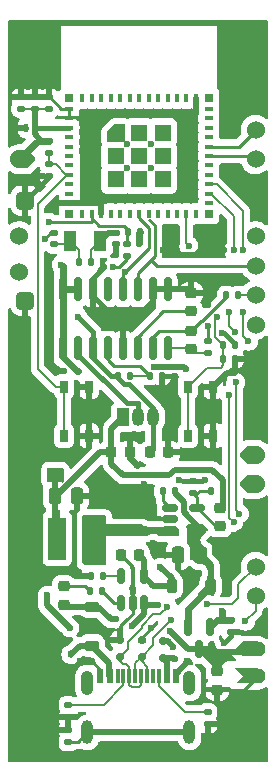
<source format=gbr>
%TF.GenerationSoftware,KiCad,Pcbnew,9.0.1*%
%TF.CreationDate,2025-04-24T11:10:18+02:00*%
%TF.ProjectId,crimpdeq,6372696d-7064-4657-912e-6b696361645f,rev?*%
%TF.SameCoordinates,Original*%
%TF.FileFunction,Copper,L1,Top*%
%TF.FilePolarity,Positive*%
%FSLAX46Y46*%
G04 Gerber Fmt 4.6, Leading zero omitted, Abs format (unit mm)*
G04 Created by KiCad (PCBNEW 9.0.1) date 2025-04-24 11:10:18*
%MOMM*%
%LPD*%
G01*
G04 APERTURE LIST*
G04 Aperture macros list*
%AMRoundRect*
0 Rectangle with rounded corners*
0 $1 Rounding radius*
0 $2 $3 $4 $5 $6 $7 $8 $9 X,Y pos of 4 corners*
0 Add a 4 corners polygon primitive as box body*
4,1,4,$2,$3,$4,$5,$6,$7,$8,$9,$2,$3,0*
0 Add four circle primitives for the rounded corners*
1,1,$1+$1,$2,$3*
1,1,$1+$1,$4,$5*
1,1,$1+$1,$6,$7*
1,1,$1+$1,$8,$9*
0 Add four rect primitives between the rounded corners*
20,1,$1+$1,$2,$3,$4,$5,0*
20,1,$1+$1,$4,$5,$6,$7,0*
20,1,$1+$1,$6,$7,$8,$9,0*
20,1,$1+$1,$8,$9,$2,$3,0*%
%AMFreePoly0*
4,1,6,0.725000,-0.725000,-0.725000,-0.725000,-0.725000,0.125000,-0.125000,0.725000,0.725000,0.725000,0.725000,-0.725000,0.725000,-0.725000,$1*%
%AMFreePoly1*
4,1,31,0.703661,0.741839,0.724803,0.724803,1.359803,0.089803,1.394098,0.026996,1.388993,-0.044382,1.359803,-0.089803,0.724803,-0.724803,0.661996,-0.759098,0.635000,-0.762000,0.000000,-0.762000,-0.012495,-0.758331,-0.074689,-0.758331,-0.221197,-0.729189,-0.359204,-0.672024,-0.483408,-0.589034,-0.589034,-0.483408,-0.672024,-0.359204,-0.729189,-0.221197,-0.758331,-0.074689,-0.758331,0.074689,
-0.729189,0.221197,-0.672024,0.359204,-0.589034,0.483408,-0.483408,0.589034,-0.359204,0.672024,-0.221197,0.729189,-0.074689,0.758331,-0.016866,0.758331,0.000000,0.762000,0.635000,0.762000,0.703661,0.741839,0.703661,0.741839,$1*%
%AMFreePoly2*
4,1,31,0.012495,0.758331,0.074689,0.758331,0.221197,0.729189,0.359204,0.672024,0.483408,0.589034,0.589034,0.483408,0.672024,0.359204,0.729189,0.221197,0.758331,0.074689,0.758331,-0.074689,0.729189,-0.221197,0.672024,-0.359204,0.589034,-0.483408,0.483408,-0.589034,0.359204,-0.672024,0.221197,-0.729189,0.074689,-0.758331,0.016866,-0.758331,0.000000,-0.762000,-0.635000,-0.762000,
-0.703661,-0.741839,-0.724803,-0.724803,-1.359803,-0.089803,-1.394098,-0.026996,-1.388993,0.044382,-1.359803,0.089803,-0.724803,0.724803,-0.661996,0.759098,-0.635000,0.762000,0.000000,0.762000,0.012495,0.758331,0.012495,0.758331,$1*%
%AMFreePoly3*
4,1,24,0.635000,0.000000,0.631942,0.000000,0.631942,-0.062241,0.607657,-0.184331,0.560020,-0.299337,0.490862,-0.402840,0.402840,-0.490862,0.299337,-0.560020,0.184331,-0.607657,0.062241,-0.631942,-0.062241,-0.631942,-0.184331,-0.607657,-0.299337,-0.560020,-0.402840,-0.490862,-0.490862,-0.402840,-0.560020,-0.299337,-0.607657,-0.184331,-0.631942,-0.062241,-0.631942,0.000000,-0.635000,0.000000,
-0.635000,1.905000,0.000000,1.270000,0.635000,1.905000,0.635000,0.000000,0.635000,0.000000,$1*%
%AMFreePoly4*
4,1,24,0.635000,1.270000,0.635000,0.000000,0.631942,0.000000,0.631942,-0.062241,0.607657,-0.184331,0.560020,-0.299337,0.490862,-0.402840,0.402840,-0.490862,0.299337,-0.560020,0.184331,-0.607657,0.062241,-0.631942,-0.062241,-0.631942,-0.184331,-0.607657,-0.299337,-0.560020,-0.402840,-0.490862,-0.490862,-0.402840,-0.560020,-0.299337,-0.607657,-0.184331,-0.631942,-0.062241,-0.631942,0.000000,
-0.635000,0.000000,-0.635000,1.270000,0.000000,1.905000,0.635000,1.270000,0.635000,1.270000,$1*%
G04 Aperture macros list end*
%TA.AperFunction,SMDPad,CuDef*%
%ADD10RoundRect,0.135000X-0.135000X-0.185000X0.135000X-0.185000X0.135000X0.185000X-0.135000X0.185000X0*%
%TD*%
%TA.AperFunction,SMDPad,CuDef*%
%ADD11RoundRect,0.150000X-0.200000X0.150000X-0.200000X-0.150000X0.200000X-0.150000X0.200000X0.150000X0*%
%TD*%
%TA.AperFunction,SMDPad,CuDef*%
%ADD12RoundRect,0.250000X-0.250000X-0.475000X0.250000X-0.475000X0.250000X0.475000X-0.250000X0.475000X0*%
%TD*%
%TA.AperFunction,SMDPad,CuDef*%
%ADD13RoundRect,0.218750X-0.256250X0.218750X-0.256250X-0.218750X0.256250X-0.218750X0.256250X0.218750X0*%
%TD*%
%TA.AperFunction,SMDPad,CuDef*%
%ADD14RoundRect,0.140000X0.170000X-0.140000X0.170000X0.140000X-0.170000X0.140000X-0.170000X-0.140000X0*%
%TD*%
%TA.AperFunction,SMDPad,CuDef*%
%ADD15RoundRect,0.150000X-0.512500X-0.150000X0.512500X-0.150000X0.512500X0.150000X-0.512500X0.150000X0*%
%TD*%
%TA.AperFunction,SMDPad,CuDef*%
%ADD16RoundRect,0.225000X-0.250000X0.225000X-0.250000X-0.225000X0.250000X-0.225000X0.250000X0.225000X0*%
%TD*%
%TA.AperFunction,SMDPad,CuDef*%
%ADD17RoundRect,0.225000X-0.225000X-0.250000X0.225000X-0.250000X0.225000X0.250000X-0.225000X0.250000X0*%
%TD*%
%TA.AperFunction,SMDPad,CuDef*%
%ADD18RoundRect,0.135000X-0.185000X0.135000X-0.185000X-0.135000X0.185000X-0.135000X0.185000X0.135000X0*%
%TD*%
%TA.AperFunction,SMDPad,CuDef*%
%ADD19RoundRect,0.225000X0.250000X-0.225000X0.250000X0.225000X-0.250000X0.225000X-0.250000X-0.225000X0*%
%TD*%
%TA.AperFunction,SMDPad,CuDef*%
%ADD20RoundRect,0.140000X-0.170000X0.140000X-0.170000X-0.140000X0.170000X-0.140000X0.170000X0.140000X0*%
%TD*%
%TA.AperFunction,SMDPad,CuDef*%
%ADD21RoundRect,0.150000X-0.150000X0.587500X-0.150000X-0.587500X0.150000X-0.587500X0.150000X0.587500X0*%
%TD*%
%TA.AperFunction,SMDPad,CuDef*%
%ADD22R,0.650000X1.050000*%
%TD*%
%TA.AperFunction,SMDPad,CuDef*%
%ADD23RoundRect,0.135000X0.135000X0.185000X-0.135000X0.185000X-0.135000X-0.185000X0.135000X-0.185000X0*%
%TD*%
%TA.AperFunction,SMDPad,CuDef*%
%ADD24RoundRect,0.225000X0.225000X0.375000X-0.225000X0.375000X-0.225000X-0.375000X0.225000X-0.375000X0*%
%TD*%
%TA.AperFunction,SMDPad,CuDef*%
%ADD25RoundRect,0.150000X0.150000X-0.512500X0.150000X0.512500X-0.150000X0.512500X-0.150000X-0.512500X0*%
%TD*%
%TA.AperFunction,SMDPad,CuDef*%
%ADD26RoundRect,0.135000X0.185000X-0.135000X0.185000X0.135000X-0.185000X0.135000X-0.185000X-0.135000X0*%
%TD*%
%TA.AperFunction,SMDPad,CuDef*%
%ADD27R,0.800000X0.400000*%
%TD*%
%TA.AperFunction,SMDPad,CuDef*%
%ADD28R,0.400000X0.800000*%
%TD*%
%TA.AperFunction,SMDPad,CuDef*%
%ADD29FreePoly0,0.000000*%
%TD*%
%TA.AperFunction,SMDPad,CuDef*%
%ADD30R,1.450000X1.450000*%
%TD*%
%TA.AperFunction,SMDPad,CuDef*%
%ADD31R,0.700000X0.700000*%
%TD*%
%TA.AperFunction,SMDPad,CuDef*%
%ADD32R,1.500000X3.600000*%
%TD*%
%TA.AperFunction,ComponentPad*%
%ADD33R,1.050000X1.500000*%
%TD*%
%TA.AperFunction,ComponentPad*%
%ADD34O,1.050000X1.500000*%
%TD*%
%TA.AperFunction,SMDPad,CuDef*%
%ADD35R,1.000000X1.800000*%
%TD*%
%TA.AperFunction,SMDPad,CuDef*%
%ADD36RoundRect,0.250000X0.250000X0.475000X-0.250000X0.475000X-0.250000X-0.475000X0.250000X-0.475000X0*%
%TD*%
%TA.AperFunction,SMDPad,CuDef*%
%ADD37RoundRect,0.225000X-0.375000X0.225000X-0.375000X-0.225000X0.375000X-0.225000X0.375000X0.225000X0*%
%TD*%
%TA.AperFunction,SMDPad,CuDef*%
%ADD38RoundRect,0.140000X0.140000X0.170000X-0.140000X0.170000X-0.140000X-0.170000X0.140000X-0.170000X0*%
%TD*%
%TA.AperFunction,ComponentPad*%
%ADD39FreePoly1,0.000000*%
%TD*%
%TA.AperFunction,ComponentPad*%
%ADD40RoundRect,0.381000X-0.381000X-0.381000X0.381000X-0.381000X0.381000X0.381000X-0.381000X0.381000X0*%
%TD*%
%TA.AperFunction,ComponentPad*%
%ADD41C,1.524000*%
%TD*%
%TA.AperFunction,ComponentPad*%
%ADD42FreePoly2,0.000000*%
%TD*%
%TA.AperFunction,ComponentPad*%
%ADD43FreePoly3,90.000000*%
%TD*%
%TA.AperFunction,ComponentPad*%
%ADD44FreePoly4,90.000000*%
%TD*%
%TA.AperFunction,SMDPad,CuDef*%
%ADD45RoundRect,0.050000X0.150000X0.300000X-0.150000X0.300000X-0.150000X-0.300000X0.150000X-0.300000X0*%
%TD*%
%TA.AperFunction,SMDPad,CuDef*%
%ADD46RoundRect,0.150000X0.150000X-0.850000X0.150000X0.850000X-0.150000X0.850000X-0.150000X-0.850000X0*%
%TD*%
%TA.AperFunction,SMDPad,CuDef*%
%ADD47R,0.600000X1.150000*%
%TD*%
%TA.AperFunction,SMDPad,CuDef*%
%ADD48R,0.300000X1.150000*%
%TD*%
%TA.AperFunction,ComponentPad*%
%ADD49O,1.050000X2.100000*%
%TD*%
%TA.AperFunction,ComponentPad*%
%ADD50O,1.000000X2.000000*%
%TD*%
%TA.AperFunction,ViaPad*%
%ADD51C,0.600000*%
%TD*%
%TA.AperFunction,Conductor*%
%ADD52C,0.254000*%
%TD*%
%TA.AperFunction,Conductor*%
%ADD53C,0.508000*%
%TD*%
%TA.AperFunction,Conductor*%
%ADD54C,0.406400*%
%TD*%
%TA.AperFunction,Conductor*%
%ADD55C,0.609600*%
%TD*%
%TA.AperFunction,Conductor*%
%ADD56C,0.152400*%
%TD*%
%TA.AperFunction,Conductor*%
%ADD57C,0.200000*%
%TD*%
G04 APERTURE END LIST*
D10*
%TO.P,R8,1*%
%TO.N,Net-(U3-INA-)*%
X148180000Y-70200000D03*
%TO.P,R8,2*%
%TO.N,A-*%
X149200000Y-70200000D03*
%TD*%
D11*
%TO.P,D10,1,A1*%
%TO.N,USB_D+*%
X141000000Y-100800000D03*
%TO.P,D10,2,A2*%
%TO.N,GND*%
X141000000Y-99400000D03*
%TD*%
D12*
%TO.P,C17,1*%
%TO.N,+3V3*%
X133650000Y-87200000D03*
%TO.P,C17,2*%
%TO.N,GND*%
X135550000Y-87200000D03*
%TD*%
D13*
%TO.P,D1,1,K*%
%TO.N,Net-(D1-K)*%
X134400000Y-94812500D03*
%TO.P,D1,2,A*%
%TO.N,VBUS*%
X134400000Y-96387500D03*
%TD*%
D14*
%TO.P,C7,1*%
%TO.N,IO0*%
X133600000Y-65880000D03*
%TO.P,C7,2*%
%TO.N,GND*%
X133600000Y-64920000D03*
%TD*%
D11*
%TO.P,D9,1,A1*%
%TO.N,Net-(D8-A)*%
X142800000Y-100900000D03*
%TO.P,D9,2,A2*%
%TO.N,GND*%
X142800000Y-99500000D03*
%TD*%
D15*
%TO.P,U6,1,EN*%
%TO.N,ENABLE*%
X143450000Y-88200000D03*
%TO.P,U6,2,GND*%
%TO.N,GND*%
X143450000Y-89150000D03*
%TO.P,U6,3,LX*%
%TO.N,/Buck_Coil*%
X143450000Y-90100000D03*
%TO.P,U6,4,IN*%
%TO.N,+5V*%
X145725000Y-90100000D03*
%TO.P,U6,5,FB*%
%TO.N,Net-(U6-FB)*%
X145725000Y-88200000D03*
%TD*%
D11*
%TO.P,D7,1,A1*%
%TO.N,USB_D-*%
X139200000Y-100800000D03*
%TO.P,D7,2,A2*%
%TO.N,GND*%
X139200000Y-99400000D03*
%TD*%
D16*
%TO.P,C16,1*%
%TO.N,+3V3*%
X147650000Y-88200000D03*
%TO.P,C16,2*%
%TO.N,Net-(U6-FB)*%
X147650000Y-89750000D03*
%TD*%
D17*
%TO.P,C10,1*%
%TO.N,E+*%
X141725000Y-83500000D03*
%TO.P,C10,2*%
%TO.N,GND*%
X143275000Y-83500000D03*
%TD*%
D10*
%TO.P,R6,1*%
%TO.N,Net-(U3-VFB)*%
X141690000Y-77000000D03*
%TO.P,R6,2*%
%TO.N,GND*%
X142710000Y-77000000D03*
%TD*%
D16*
%TO.P,C11,1*%
%TO.N,GND*%
X145200000Y-70000000D03*
%TO.P,C11,2*%
%TO.N,Net-(U3-VBG)*%
X145200000Y-71550000D03*
%TD*%
D18*
%TO.P,R19,1*%
%TO.N,Net-(J2-CC1)*%
X134800000Y-104890000D03*
%TO.P,R19,2*%
%TO.N,GND*%
X134800000Y-105910000D03*
%TD*%
D19*
%TO.P,C12,1*%
%TO.N,Net-(U3-INA+)*%
X145200000Y-74750000D03*
%TO.P,C12,2*%
%TO.N,Net-(U3-INA-)*%
X145200000Y-73200000D03*
%TD*%
D20*
%TO.P,C3,1*%
%TO.N,CHIP_PU*%
X133200000Y-59120000D03*
%TO.P,C3,2*%
%TO.N,GND*%
X133200000Y-60080000D03*
%TD*%
D10*
%TO.P,R11,1*%
%TO.N,IO1_ADC*%
X139890000Y-64800000D03*
%TO.P,R11,2*%
%TO.N,GND*%
X140910000Y-64800000D03*
%TD*%
D21*
%TO.P,Q2,1,G*%
%TO.N,VBUS*%
X146800000Y-98262500D03*
%TO.P,Q2,2,S*%
%TO.N,+5V*%
X144900000Y-98262500D03*
%TO.P,Q2,3,D*%
%TO.N,+BATT*%
X145850000Y-100137500D03*
%TD*%
D22*
%TO.P,SW2,1,1*%
%TO.N,IO9_BOOT*%
X144925000Y-82075000D03*
X144925000Y-77925000D03*
%TO.P,SW2,2,2*%
%TO.N,GND*%
X147075000Y-82075000D03*
X147075000Y-77925000D03*
%TD*%
D14*
%TO.P,C1,1*%
%TO.N,+3V3*%
X133200000Y-54400000D03*
%TO.P,C1,2*%
%TO.N,GND*%
X133200000Y-53440000D03*
%TD*%
%TO.P,C4,1*%
%TO.N,+3V3*%
X130800000Y-54400000D03*
%TO.P,C4,2*%
%TO.N,GND*%
X130800000Y-53440000D03*
%TD*%
D23*
%TO.P,R15,1*%
%TO.N,+3V3*%
X147870000Y-86800000D03*
%TO.P,R15,2*%
%TO.N,Net-(U6-FB)*%
X146850000Y-86800000D03*
%TD*%
D24*
%TO.P,D2,1,K*%
%TO.N,+5V*%
X146850000Y-94800000D03*
%TO.P,D2,2,A*%
%TO.N,VBUS*%
X143550000Y-94800000D03*
%TD*%
D25*
%TO.P,U2,1,STAT*%
%TO.N,Net-(U2-STAT)*%
X139300000Y-96275000D03*
%TO.P,U2,2,VSS*%
%TO.N,GND*%
X140250000Y-96275000D03*
%TO.P,U2,3,VBAT*%
%TO.N,+BATT*%
X141200000Y-96275000D03*
%TO.P,U2,4,VDD*%
%TO.N,VBUS*%
X141200000Y-94000000D03*
%TO.P,U2,5,PROG*%
%TO.N,Net-(U2-PROG)*%
X139300000Y-94000000D03*
%TD*%
D18*
%TO.P,R9,1*%
%TO.N,VBUS*%
X148600000Y-97690000D03*
%TO.P,R9,2*%
%TO.N,GND*%
X148600000Y-98710000D03*
%TD*%
D23*
%TO.P,R10,1*%
%TO.N,+3V3*%
X148910000Y-74375000D03*
%TO.P,R10,2*%
%TO.N,IO9_BOOT*%
X147890000Y-74375000D03*
%TD*%
D18*
%TO.P,R18,1*%
%TO.N,Net-(J2-CC2)*%
X146600000Y-105490000D03*
%TO.P,R18,2*%
%TO.N,GND*%
X146600000Y-106510000D03*
%TD*%
D26*
%TO.P,R17,1*%
%TO.N,Net-(J2-SHELL_GND-PadS1)*%
X134800000Y-108020000D03*
%TO.P,R17,2*%
%TO.N,GND*%
X134800000Y-107000000D03*
%TD*%
D27*
%TO.P,U1,1,GND*%
%TO.N,GND*%
X134900000Y-54400000D03*
%TO.P,U1,2,GND*%
X134900000Y-55200000D03*
%TO.P,U1,3,3V3*%
%TO.N,+3V3*%
X134900000Y-56000000D03*
%TO.P,U1,4,NC*%
%TO.N,unconnected-(U1-NC-Pad4)*%
X134900000Y-56800000D03*
%TO.P,U1,5,GPIO2/ADC1_CH2*%
%TO.N,unconnected-(U1-GPIO2{slash}ADC1_CH2-Pad5)*%
X134900000Y-57600000D03*
%TO.P,U1,6,GPIO3/ADC1_CH3*%
%TO.N,unconnected-(U1-GPIO3{slash}ADC1_CH3-Pad6)*%
X134900000Y-58400000D03*
%TO.P,U1,7,NC*%
%TO.N,unconnected-(U1-NC-Pad7)*%
X134900000Y-59200000D03*
%TO.P,U1,8,EN/CHIP_PU*%
%TO.N,CHIP_PU*%
X134900000Y-60000000D03*
%TO.P,U1,9,NC*%
%TO.N,unconnected-(U1-NC-Pad9)*%
X134900000Y-60800000D03*
%TO.P,U1,10,NC*%
%TO.N,unconnected-(U1-NC-Pad10)*%
X134900000Y-61600000D03*
%TO.P,U1,11,GND*%
%TO.N,GND*%
X134900000Y-62400000D03*
D28*
%TO.P,U1,12,GPIO0/ADC1_CH0/XTAL_32K_P*%
%TO.N,unconnected-(U1-GPIO0{slash}ADC1_CH0{slash}XTAL_32K_P-Pad12)*%
X136000000Y-63300000D03*
%TO.P,U1,13,GPIO1/ADC1_CH1/XTAL_32K_N*%
%TO.N,IO1_ADC*%
X136800000Y-63300000D03*
%TO.P,U1,14,GND*%
%TO.N,GND*%
X137600000Y-63300000D03*
%TO.P,U1,15,NC*%
%TO.N,unconnected-(U1-NC-Pad15)*%
X138400000Y-63300000D03*
%TO.P,U1,16,GPIO10*%
%TO.N,unconnected-(U1-GPIO10-Pad16)*%
X139200000Y-63300000D03*
%TO.P,U1,17,NC*%
%TO.N,unconnected-(U1-NC-Pad17)*%
X140000000Y-63300000D03*
%TO.P,U1,18,GPIO4/ADC1_CH4*%
%TO.N,IO4_DATA*%
X140800000Y-63300000D03*
%TO.P,U1,19,GPIO5/ADC2_CH0*%
%TO.N,IO5_SCK*%
X141600000Y-63300000D03*
%TO.P,U1,20,GPIO6*%
%TO.N,unconnected-(U1-GPIO6-Pad20)*%
X142400000Y-63300000D03*
%TO.P,U1,21,GPIO7*%
%TO.N,unconnected-(U1-GPIO7-Pad21)*%
X143200000Y-63300000D03*
%TO.P,U1,22,GPIO8*%
%TO.N,unconnected-(U1-GPIO8-Pad22)*%
X144000000Y-63300000D03*
%TO.P,U1,23,GPIO9*%
%TO.N,IO9_BOOT*%
X144800000Y-63300000D03*
%TO.P,U1,24,NC*%
%TO.N,unconnected-(U1-NC-Pad24)*%
X145600000Y-63300000D03*
D27*
%TO.P,U1,25,NC*%
%TO.N,unconnected-(U1-NC-Pad25)*%
X146700000Y-62400000D03*
%TO.P,U1,26,GPIO18/USB_D-*%
%TO.N,USB_D-*%
X146700000Y-61600000D03*
%TO.P,U1,27,GPIO19/USB_D+*%
%TO.N,USB_D+*%
X146700000Y-60800000D03*
%TO.P,U1,28,NC*%
%TO.N,unconnected-(U1-NC-Pad28)*%
X146700000Y-60000000D03*
%TO.P,U1,29,NC*%
%TO.N,unconnected-(U1-NC-Pad29)*%
X146700000Y-59200000D03*
%TO.P,U1,30,GPIO20/U0RXD*%
%TO.N,IO20_RX*%
X146700000Y-58400000D03*
%TO.P,U1,31,GPIO21/U0TXD*%
%TO.N,IO21_TX*%
X146700000Y-57600000D03*
%TO.P,U1,32,NC*%
%TO.N,unconnected-(U1-NC-Pad32)*%
X146700000Y-56800000D03*
%TO.P,U1,33,NC*%
%TO.N,unconnected-(U1-NC-Pad33)*%
X146700000Y-56000000D03*
%TO.P,U1,34,NC*%
%TO.N,unconnected-(U1-NC-Pad34)*%
X146700000Y-55200000D03*
%TO.P,U1,35,NC*%
%TO.N,unconnected-(U1-NC-Pad35)*%
X146700000Y-54400000D03*
D28*
%TO.P,U1,36,GND*%
%TO.N,GND*%
X145600000Y-53500000D03*
%TO.P,U1,37*%
%TO.N,N/C*%
X144800000Y-53500000D03*
%TO.P,U1,38*%
X144000000Y-53500000D03*
%TO.P,U1,39*%
X143200000Y-53500000D03*
%TO.P,U1,40*%
X142400000Y-53500000D03*
%TO.P,U1,41*%
X141600000Y-53500000D03*
%TO.P,U1,42*%
X140800000Y-53500000D03*
%TO.P,U1,43*%
X140000000Y-53500000D03*
%TO.P,U1,44*%
X139200000Y-53500000D03*
%TO.P,U1,45*%
X138400000Y-53500000D03*
%TO.P,U1,46*%
X137600000Y-53500000D03*
%TO.P,U1,47*%
X136800000Y-53500000D03*
%TO.P,U1,48*%
X136000000Y-53500000D03*
D29*
%TO.P,U1,49*%
X138825000Y-56425000D03*
D30*
X138825000Y-58400000D03*
X138825000Y-60375000D03*
X140800000Y-56425000D03*
X140800000Y-58400000D03*
X140800000Y-60375000D03*
X142775000Y-56425000D03*
X142775000Y-58400000D03*
X142775000Y-60375000D03*
D31*
%TO.P,U1,50*%
X146750000Y-53450000D03*
%TO.P,U1,51*%
X146750000Y-63350000D03*
%TO.P,U1,52*%
X134850000Y-63350000D03*
%TO.P,U1,53*%
X134850000Y-53450000D03*
%TD*%
D23*
%TO.P,R3,1*%
%TO.N,Net-(U2-STAT)*%
X137620000Y-95200000D03*
%TO.P,R3,2*%
%TO.N,Net-(D1-K)*%
X136600000Y-95200000D03*
%TD*%
D32*
%TO.P,L1,1*%
%TO.N,/Buck_Coil*%
X136925000Y-90800000D03*
%TO.P,L1,2*%
%TO.N,+3V3*%
X133875000Y-90800000D03*
%TD*%
D14*
%TO.P,C2,1*%
%TO.N,+3V3*%
X132000000Y-54400000D03*
%TO.P,C2,2*%
%TO.N,GND*%
X132000000Y-53440000D03*
%TD*%
D26*
%TO.P,R16,1*%
%TO.N,Net-(U6-FB)*%
X145340000Y-86910000D03*
%TO.P,R16,2*%
%TO.N,GND*%
X145340000Y-85890000D03*
%TD*%
D33*
%TO.P,Q1,1,E*%
%TO.N,+3V3*%
X139460000Y-80500000D03*
D34*
%TO.P,Q1,2,B*%
%TO.N,Net-(Q1-B)*%
X140730000Y-80500000D03*
%TO.P,Q1,3,C*%
%TO.N,E+*%
X142000000Y-80500000D03*
%TD*%
D26*
%TO.P,R12,1*%
%TO.N,+BATT*%
X139800000Y-66910000D03*
%TO.P,R12,2*%
%TO.N,IO1_ADC*%
X139800000Y-65890000D03*
%TD*%
D20*
%TO.P,C8,1*%
%TO.N,IO1*%
X138800000Y-64920000D03*
%TO.P,C8,2*%
%TO.N,GND*%
X138800000Y-65880000D03*
%TD*%
D18*
%TO.P,R1,1*%
%TO.N,+3V3*%
X133200000Y-57090000D03*
%TO.P,R1,2*%
%TO.N,CHIP_PU*%
X133200000Y-58110000D03*
%TD*%
D23*
%TO.P,R14,1*%
%TO.N,+5V*%
X143850000Y-86800000D03*
%TO.P,R14,2*%
%TO.N,ENABLE*%
X142830000Y-86800000D03*
%TD*%
D35*
%TO.P,Y1,1,1*%
%TO.N,IO0*%
X134950000Y-65600000D03*
%TO.P,Y1,2,2*%
%TO.N,IO1*%
X137450000Y-65600000D03*
%TD*%
D26*
%TO.P,R7,1*%
%TO.N,Net-(U3-INA+)*%
X146600000Y-75085000D03*
%TO.P,R7,2*%
%TO.N,A+*%
X146600000Y-74065000D03*
%TD*%
D17*
%TO.P,C9,1*%
%TO.N,+3V3*%
X138450000Y-83500000D03*
%TO.P,C9,2*%
%TO.N,GND*%
X140000000Y-83500000D03*
%TD*%
%TO.P,C5,1*%
%TO.N,GND*%
X139225000Y-92200000D03*
%TO.P,C5,2*%
%TO.N,VBUS*%
X140775000Y-92200000D03*
%TD*%
D36*
%TO.P,C15,1*%
%TO.N,+5V*%
X146000000Y-92200000D03*
%TO.P,C15,2*%
%TO.N,GND*%
X144100000Y-92200000D03*
%TD*%
D16*
%TO.P,C6,1*%
%TO.N,+BATT*%
X147400000Y-102025000D03*
%TO.P,C6,2*%
%TO.N,GND*%
X147400000Y-103575000D03*
%TD*%
D37*
%TO.P,D8,1,K*%
%TO.N,VBUS*%
X136800000Y-96550000D03*
%TO.P,D8,2,A*%
%TO.N,Net-(D8-A)*%
X136800000Y-99850000D03*
%TD*%
D22*
%TO.P,SW1,1,1*%
%TO.N,CHIP_PU*%
X134425000Y-82075000D03*
X134425000Y-77925000D03*
%TO.P,SW1,2,2*%
%TO.N,GND*%
X136575000Y-82075000D03*
X136575000Y-77925000D03*
%TD*%
D38*
%TO.P,C14,1*%
%TO.N,GND*%
X148880000Y-75575000D03*
%TO.P,C14,2*%
%TO.N,IO9_BOOT*%
X147920000Y-75575000D03*
%TD*%
D10*
%TO.P,R2,1*%
%TO.N,GND*%
X136690000Y-94000000D03*
%TO.P,R2,2*%
%TO.N,Net-(U2-PROG)*%
X137710000Y-94000000D03*
%TD*%
D39*
%TO.P,U4,1,3V3*%
%TO.N,+3V3*%
X130660000Y-58685000D03*
D40*
%TO.P,U4,2,GND*%
%TO.N,GND*%
X131160000Y-62185000D03*
D41*
%TO.P,U4,3,A1/GPIO1*%
%TO.N,IO1_ADC*%
X130660000Y-65185000D03*
%TO.P,U4,4,A4/GPIO4*%
%TO.N,IO4_DATA*%
X150660000Y-65185000D03*
%TO.P,U4,5,A5/GPIO5*%
%TO.N,IO5_SCK*%
X150660000Y-67685000D03*
%TO.P,U4,6,TXD/GPIO21*%
%TO.N,IO21_TX*%
X150660000Y-56185000D03*
%TO.P,U4,7,RXD/GPIO20*%
%TO.N,IO20_RX*%
X150660000Y-58685000D03*
%TO.P,U4,8,USB_D-/GPIO18*%
%TO.N,USB_D-*%
X150660000Y-93185000D03*
%TO.P,U4,9,USB_D+/GPIO19*%
%TO.N,USB_D+*%
X150660000Y-95685000D03*
D42*
%TO.P,U4,10,VBUS*%
%TO.N,VBUS*%
X150660000Y-86185000D03*
%TO.P,U4,11,VBAT*%
%TO.N,+BATT*%
X150660000Y-83685000D03*
D41*
%TO.P,U4,12,A+*%
%TO.N,A+*%
X150660000Y-72685000D03*
%TO.P,U4,13,A-*%
%TO.N,A-*%
X150660000Y-70185000D03*
D40*
%TO.P,U4,14,E-*%
%TO.N,GND*%
X131160000Y-70685000D03*
D41*
%TO.P,U4,15,E+*%
%TO.N,E+*%
X130660000Y-68185000D03*
D43*
%TO.P,U4,16,BAT-*%
%TO.N,GND*%
X150820000Y-102450000D03*
D44*
%TO.P,U4,17,BAT+*%
%TO.N,+BATT*%
X150820000Y-100185000D03*
%TD*%
D45*
%TO.P,D3,1,A1*%
%TO.N,+3V3*%
X131950000Y-56000000D03*
%TO.P,D3,2,A2*%
%TO.N,GND*%
X131250000Y-56000000D03*
%TD*%
D10*
%TO.P,R5,1*%
%TO.N,E+*%
X138980000Y-77000000D03*
%TO.P,R5,2*%
%TO.N,Net-(U3-VFB)*%
X140000000Y-77000000D03*
%TD*%
D46*
%TO.P,U3,1,VSUP*%
%TO.N,+3V3*%
X134355000Y-74700000D03*
%TO.P,U3,2,BASE*%
%TO.N,Net-(Q1-B)*%
X135625000Y-74700000D03*
%TO.P,U3,3,AVDD*%
%TO.N,E+*%
X136895000Y-74700000D03*
%TO.P,U3,4,VFB*%
%TO.N,Net-(U3-VFB)*%
X138165000Y-74700000D03*
%TO.P,U3,5,AGND*%
%TO.N,GND*%
X139435000Y-74700000D03*
%TO.P,U3,6,VBG*%
%TO.N,Net-(U3-VBG)*%
X140705000Y-74700000D03*
%TO.P,U3,7,INA-*%
%TO.N,Net-(U3-INA-)*%
X141975000Y-74700000D03*
%TO.P,U3,8,INA+*%
%TO.N,Net-(U3-INA+)*%
X143245000Y-74700000D03*
%TO.P,U3,9,INB-*%
%TO.N,GND*%
X143245000Y-69700000D03*
%TO.P,U3,10,INB+*%
X141975000Y-69700000D03*
%TO.P,U3,11,PD_SCK*%
%TO.N,IO5_SCK*%
X140705000Y-69700000D03*
%TO.P,U3,12,DOUT*%
%TO.N,IO4_DATA*%
X139435000Y-69700000D03*
%TO.P,U3,13,XO*%
%TO.N,unconnected-(U3-XO-Pad13)*%
X138165000Y-69700000D03*
%TO.P,U3,14,XI*%
%TO.N,GND*%
X136895000Y-69700000D03*
%TO.P,U3,15,RATE*%
%TO.N,+3V3*%
X135625000Y-69700000D03*
%TO.P,U3,16,DVDD*%
X134355000Y-69700000D03*
%TD*%
D10*
%TO.P,R4,1*%
%TO.N,IO0*%
X135690000Y-67400000D03*
%TO.P,R4,2*%
%TO.N,IO1*%
X136710000Y-67400000D03*
%TD*%
D47*
%TO.P,J2,A1_B12,GND*%
%TO.N,GND*%
X137520000Y-102445000D03*
%TO.P,J2,A4_B9,VBUS*%
%TO.N,Net-(D8-A)*%
X138320000Y-102445000D03*
D48*
%TO.P,J2,A5,CC1*%
%TO.N,Net-(J2-CC1)*%
X139470000Y-102445000D03*
%TO.P,J2,A6,DP1*%
%TO.N,USB_D+*%
X140470000Y-102445000D03*
%TO.P,J2,A7,DN1*%
%TO.N,USB_D-*%
X140970000Y-102445000D03*
%TO.P,J2,A8,SBU1*%
%TO.N,unconnected-(J2-SBU1-PadA8)*%
X141970000Y-102445000D03*
D47*
%TO.P,J2,B1_A12,GND*%
%TO.N,GND*%
X143920000Y-102445000D03*
%TO.P,J2,B4_A9,VBUS*%
%TO.N,Net-(D8-A)*%
X143120000Y-102445000D03*
D48*
%TO.P,J2,B5,CC2*%
%TO.N,Net-(J2-CC2)*%
X142470000Y-102445000D03*
%TO.P,J2,B6,DP2*%
%TO.N,USB_D+*%
X141470000Y-102445000D03*
%TO.P,J2,B7,DN2*%
%TO.N,USB_D-*%
X139970000Y-102445000D03*
%TO.P,J2,B8,SBU2*%
%TO.N,unconnected-(J2-SBU2-PadB8)*%
X138970000Y-102445000D03*
D49*
%TO.P,J2,S1,SHELL_GND*%
%TO.N,Net-(J2-SHELL_GND-PadS1)*%
X136400000Y-103020000D03*
D50*
%TO.P,J2,S2,SHELL_GND*%
X136400000Y-107200000D03*
%TO.P,J2,S3,SHELL_GND*%
X145040000Y-107200000D03*
D49*
%TO.P,J2,S4,SHELL_GND*%
X145040000Y-103020000D03*
%TD*%
D51*
%TO.N,GND*%
X151400000Y-53200000D03*
X137600000Y-54800000D03*
X149000000Y-105000000D03*
X130600000Y-74800000D03*
X148400000Y-55400000D03*
X132200000Y-99800000D03*
X148800000Y-93200000D03*
X151400000Y-50600000D03*
X146400000Y-85800000D03*
X143200000Y-54800000D03*
X143800000Y-77000000D03*
X147800000Y-91400000D03*
X141800000Y-98400000D03*
X139800000Y-59400000D03*
X140000000Y-54800000D03*
X150400000Y-52800000D03*
X130600000Y-78200000D03*
X148800000Y-91800000D03*
X138800000Y-62000000D03*
X132200000Y-52000000D03*
X145999905Y-66399999D03*
X141800000Y-57400000D03*
X148000000Y-105000000D03*
X140266841Y-95066841D03*
X151400000Y-54400000D03*
X145200000Y-60400000D03*
X137800000Y-67800000D03*
X138200000Y-87600000D03*
X139800000Y-57400000D03*
X138400000Y-54800000D03*
X136000000Y-54800000D03*
X136000000Y-58000000D03*
X148800000Y-76800000D03*
X142800000Y-66400000D03*
X140600000Y-84600000D03*
X142400000Y-54800000D03*
X148400000Y-52800000D03*
X151400000Y-51800000D03*
X145200000Y-61800000D03*
X131200000Y-52000000D03*
X143600000Y-66400000D03*
X148000000Y-99600000D03*
X133800000Y-93600000D03*
X146600000Y-71000000D03*
X151200000Y-98200000D03*
X145600000Y-54800000D03*
X144600000Y-84000000D03*
X141600000Y-89000000D03*
X136600000Y-61400000D03*
X133000000Y-67600000D03*
X132200000Y-102000000D03*
X140800000Y-54800000D03*
X139400000Y-72800000D03*
X150400000Y-79600000D03*
X143666841Y-99933159D03*
X141800000Y-59400000D03*
X146600000Y-69400000D03*
X130200000Y-57000000D03*
X134400000Y-102800000D03*
X133000000Y-71000000D03*
X130200000Y-52000000D03*
X142000000Y-91200000D03*
X131000000Y-72600000D03*
X139200000Y-54800000D03*
X136800000Y-54800000D03*
X134400000Y-103800000D03*
X135600000Y-93600000D03*
X150800000Y-61200000D03*
X141000000Y-87600000D03*
X140800000Y-65800000D03*
X141600000Y-54800000D03*
X145200000Y-58600000D03*
X144800000Y-54800000D03*
X144200000Y-85800000D03*
X148000000Y-66400000D03*
X149800000Y-61200000D03*
X136000000Y-56400000D03*
X138800000Y-66800000D03*
X136800000Y-101200000D03*
X133400000Y-52000000D03*
X133000000Y-73200000D03*
X150400000Y-78000000D03*
X148600000Y-59400000D03*
X145600000Y-83600000D03*
X136000000Y-57200000D03*
X137000000Y-58600000D03*
X133200000Y-62800000D03*
X143205659Y-92205659D03*
X144000000Y-54800000D03*
X141200000Y-86200000D03*
X138200000Y-86200000D03*
X134400000Y-76600000D03*
X140800000Y-71800000D03*
X148600000Y-60400000D03*
X148400000Y-54000000D03*
X149400000Y-52800000D03*
X144376651Y-68780533D03*
X150400000Y-81200000D03*
X136000000Y-55600000D03*
X132800000Y-65400000D03*
X135800000Y-101200000D03*
X130200000Y-56000000D03*
X144950485Y-101200000D03*
X147000000Y-66400000D03*
%TO.N,+3V3*%
X147800000Y-73400000D03*
X134200000Y-67600000D03*
X135600000Y-76600000D03*
%TO.N,VBUS*%
X142600000Y-93200000D03*
X138800000Y-97600000D03*
X147800000Y-96915358D03*
%TO.N,+BATT*%
X144800000Y-76400000D03*
X140200000Y-98200000D03*
X142400000Y-96400000D03*
X134934026Y-98354000D03*
X138600000Y-67800000D03*
X142093277Y-76236706D03*
X143400000Y-98600000D03*
X133000000Y-95600000D03*
%TO.N,E+*%
X135600000Y-72000000D03*
%TO.N,IO9_BOOT*%
X145000000Y-66000000D03*
X147400000Y-72000000D03*
%TO.N,USB_D-*%
X148906346Y-73311999D03*
X146556239Y-96334358D03*
X148981635Y-77579110D03*
X148400000Y-71600000D03*
X143185641Y-96550905D03*
X148800000Y-66400000D03*
X149291580Y-88691580D03*
%TO.N,Net-(D8-A)*%
X135000000Y-100600000D03*
X143800000Y-101000000D03*
%TO.N,USB_D+*%
X148800000Y-89400000D03*
X148403630Y-78600000D03*
X150054000Y-74089310D03*
X149800000Y-97800000D03*
X143533159Y-97666841D03*
X149600000Y-71600000D03*
X149600000Y-66400000D03*
%TO.N,A+*%
X146600000Y-72800000D03*
%TO.N,IO1_ADC*%
X133200000Y-64000000D03*
%TO.N,IO4_DATA*%
X139600000Y-68200000D03*
%TD*%
D52*
%TO.N,GND*%
X139200000Y-98200000D02*
X139800000Y-97600000D01*
D53*
X137600000Y-62592000D02*
X137408000Y-62400000D01*
X143233682Y-99500000D02*
X143666841Y-99933159D01*
X143954000Y-66754000D02*
X145645904Y-66754000D01*
D52*
X133280000Y-64920000D02*
X132800000Y-65400000D01*
X133600000Y-64920000D02*
X133280000Y-64920000D01*
X149695000Y-103575000D02*
X147400000Y-103575000D01*
D54*
X139400000Y-72800000D02*
X136895000Y-70295000D01*
D53*
X138800000Y-66778342D02*
X138789171Y-66789171D01*
D54*
X133200000Y-60080000D02*
X133200000Y-60145000D01*
X148880000Y-76720000D02*
X148800000Y-76800000D01*
D55*
X140000000Y-83500000D02*
X140000000Y-84000000D01*
D54*
X131250000Y-56000000D02*
X130200000Y-56000000D01*
D52*
X143211318Y-92200000D02*
X143205659Y-92205659D01*
D54*
X131160000Y-70685000D02*
X131160000Y-72440000D01*
X136690000Y-94000000D02*
X136000000Y-94000000D01*
D52*
X133200000Y-53440000D02*
X133214318Y-53440000D01*
D54*
X136895000Y-69700000D02*
X136895000Y-68705000D01*
D52*
X140250000Y-96275000D02*
X140250000Y-95083682D01*
D53*
X138800000Y-65880000D02*
X138800000Y-66778342D01*
X145600000Y-53500000D02*
X145600000Y-54800000D01*
D52*
X139800000Y-97600000D02*
X140250000Y-97150000D01*
D53*
X143920000Y-102445000D02*
X143920000Y-102230485D01*
D54*
X141975000Y-69700000D02*
X143245000Y-69700000D01*
X131160000Y-72440000D02*
X131000000Y-72600000D01*
D52*
X140250000Y-97150000D02*
X140250000Y-96275000D01*
X143205659Y-92205659D02*
X143005659Y-92205659D01*
D54*
X148600000Y-99000000D02*
X148000000Y-99600000D01*
D53*
X133600000Y-62400000D02*
X133200000Y-62800000D01*
X137408000Y-62400000D02*
X134900000Y-62400000D01*
D55*
X140000000Y-84000000D02*
X140600000Y-84600000D01*
D52*
X137520000Y-101920000D02*
X136800000Y-101200000D01*
D54*
X142710000Y-77000000D02*
X143800000Y-77000000D01*
D52*
X144100000Y-92200000D02*
X143211318Y-92200000D01*
D53*
X137600000Y-63300000D02*
X137600000Y-62592000D01*
X145999906Y-66400000D02*
X145999905Y-66399999D01*
X142800000Y-99500000D02*
X143233682Y-99500000D01*
D55*
X140800000Y-65800000D02*
X140800000Y-64910000D01*
D52*
X141750000Y-89150000D02*
X141600000Y-89000000D01*
D53*
X134900000Y-62400000D02*
X133600000Y-62400000D01*
X143245000Y-69700000D02*
X144900000Y-69700000D01*
D54*
X136895000Y-68705000D02*
X137800000Y-67800000D01*
X141975000Y-70625000D02*
X140800000Y-71800000D01*
D52*
X137520000Y-102445000D02*
X137520000Y-101920000D01*
D53*
X143600000Y-66400000D02*
X143954000Y-66754000D01*
D52*
X134174318Y-54400000D02*
X134900000Y-54400000D01*
D56*
X139505000Y-74900000D02*
X139505000Y-73900001D01*
D52*
X133214318Y-53440000D02*
X134174318Y-54400000D01*
D53*
X145645904Y-66754000D02*
X145999905Y-66399999D01*
D52*
X134900000Y-54400000D02*
X134900000Y-55200000D01*
X143005659Y-92205659D02*
X142000000Y-91200000D01*
D54*
X136000000Y-94000000D02*
X135600000Y-93600000D01*
X139435000Y-74700000D02*
X139435000Y-72835000D01*
D52*
X141000000Y-99400000D02*
X141000000Y-99200000D01*
D54*
X136895000Y-70295000D02*
X136895000Y-69700000D01*
X141975000Y-69700000D02*
X141975000Y-70625000D01*
D52*
X140266841Y-93241841D02*
X140266841Y-95066841D01*
X150820000Y-102450000D02*
X149695000Y-103575000D01*
X143450000Y-89150000D02*
X141750000Y-89150000D01*
D54*
X148880000Y-75575000D02*
X148880000Y-76720000D01*
D53*
X143600000Y-66400000D02*
X142800000Y-66400000D01*
X147075000Y-77925000D02*
X148200000Y-76800000D01*
D54*
X133200000Y-60145000D02*
X131160000Y-62185000D01*
X139435000Y-72835000D02*
X139400000Y-72800000D01*
X148600000Y-98710000D02*
X148600000Y-99000000D01*
D52*
X141000000Y-99200000D02*
X141800000Y-98400000D01*
X139200000Y-99400000D02*
X139200000Y-98200000D01*
D53*
X148200000Y-76800000D02*
X148800000Y-76800000D01*
D52*
X140250000Y-95083682D02*
X140266841Y-95066841D01*
D53*
X145000000Y-101200000D02*
X144950485Y-101200000D01*
X148000000Y-66400000D02*
X145999906Y-66400000D01*
X144900000Y-69700000D02*
X145200000Y-70000000D01*
D55*
X140800000Y-64910000D02*
X140910000Y-64800000D01*
D53*
X143920000Y-102230485D02*
X144950485Y-101200000D01*
D52*
X139225000Y-92200000D02*
X140266841Y-93241841D01*
D53*
%TO.N,+3V3*%
X138450000Y-83500000D02*
X138450000Y-81510000D01*
X147870000Y-86800000D02*
X147870000Y-87980000D01*
X147870000Y-85870000D02*
X147870000Y-86800000D01*
X132000000Y-55950000D02*
X131950000Y-56000000D01*
X133650000Y-87200000D02*
X133650000Y-90575000D01*
D54*
X148910000Y-74375000D02*
X148910000Y-74310128D01*
D53*
X132490000Y-57090000D02*
X131950000Y-56550000D01*
D55*
X132255000Y-57090000D02*
X133200000Y-57090000D01*
D53*
X133650000Y-87200000D02*
X133800000Y-87200000D01*
X138450000Y-81510000D02*
X139460000Y-80500000D01*
D56*
X130800000Y-54400000D02*
X133200000Y-54400000D01*
D55*
X134355000Y-69700000D02*
X134355000Y-74700000D01*
D54*
X148910000Y-74310128D02*
X147999872Y-73400000D01*
D53*
X147870000Y-87980000D02*
X147650000Y-88200000D01*
D55*
X134355000Y-69700000D02*
X134355000Y-67755000D01*
D54*
X134900000Y-56000000D02*
X131950000Y-56000000D01*
D53*
X147000000Y-85000000D02*
X147870000Y-85870000D01*
D54*
X147999872Y-73400000D02*
X147800000Y-73400000D01*
D53*
X133200000Y-57090000D02*
X132490000Y-57090000D01*
D55*
X134355000Y-75416840D02*
X135538160Y-76600000D01*
X135538160Y-76600000D02*
X135600000Y-76600000D01*
D53*
X139446000Y-85446000D02*
X143354000Y-85446000D01*
X133650000Y-90575000D02*
X133875000Y-90800000D01*
X143354000Y-85446000D02*
X143800000Y-85000000D01*
X138450000Y-84450000D02*
X139446000Y-85446000D01*
D55*
X134355000Y-74700000D02*
X134355000Y-75416840D01*
D53*
X131950000Y-56550000D02*
X131950000Y-56000000D01*
X143800000Y-85000000D02*
X147000000Y-85000000D01*
D55*
X130660000Y-58685000D02*
X132255000Y-57090000D01*
D53*
X138450000Y-83500000D02*
X138450000Y-84450000D01*
D55*
X134355000Y-69700000D02*
X135625000Y-69700000D01*
D53*
X137500000Y-83500000D02*
X138450000Y-83500000D01*
D55*
X134355000Y-67755000D02*
X134200000Y-67600000D01*
D53*
X133800000Y-87200000D02*
X137500000Y-83500000D01*
X132000000Y-54400000D02*
X132000000Y-55950000D01*
D56*
%TO.N,CHIP_PU*%
X132200000Y-62500000D02*
X132200000Y-76400000D01*
X133725000Y-77925000D02*
X134425000Y-77925000D01*
X134425000Y-82075000D02*
X134425000Y-77925000D01*
X132200000Y-76400000D02*
X133725000Y-77925000D01*
X133720000Y-59120000D02*
X134600000Y-60000000D01*
X133200000Y-59120000D02*
X133720000Y-59120000D01*
X134700000Y-60000000D02*
X132200000Y-62500000D01*
X134900000Y-60000000D02*
X134700000Y-60000000D01*
X134600000Y-60000000D02*
X134900000Y-60000000D01*
X133200000Y-59120000D02*
X133200000Y-58110000D01*
D53*
%TO.N,VBUS*%
X138400000Y-97600000D02*
X137350000Y-96550000D01*
D55*
X147372500Y-97690000D02*
X147800000Y-97690000D01*
D53*
X143550000Y-94800000D02*
X143550000Y-94150000D01*
D55*
X147800000Y-97690000D02*
X147800000Y-96915358D01*
D53*
X143550000Y-94150000D02*
X142600000Y-93200000D01*
X141200000Y-94000000D02*
X141200000Y-92625000D01*
D55*
X147800000Y-97690000D02*
X148600000Y-97690000D01*
D53*
X138800000Y-97600000D02*
X138400000Y-97600000D01*
X137350000Y-96550000D02*
X136800000Y-96550000D01*
X142000000Y-94800000D02*
X141200000Y-94000000D01*
X136800000Y-96550000D02*
X134562500Y-96550000D01*
X141200000Y-92625000D02*
X140775000Y-92200000D01*
D55*
X146800000Y-98262500D02*
X147372500Y-97690000D01*
D53*
X143375000Y-94800000D02*
X142000000Y-94800000D01*
X134562500Y-96550000D02*
X134400000Y-96387500D01*
%TO.N,+BATT*%
X144937500Y-100137500D02*
X143400000Y-98600000D01*
X142400000Y-96400000D02*
X141325000Y-96400000D01*
D54*
X146875000Y-101037500D02*
X146837500Y-101000000D01*
X147400000Y-101400000D02*
X147400000Y-101037500D01*
D53*
X146150000Y-100437500D02*
X146800000Y-100437500D01*
D54*
X147400000Y-101037500D02*
X146875000Y-101037500D01*
X147400000Y-102025000D02*
X147400000Y-101687500D01*
X148037500Y-101000000D02*
X148600000Y-100437500D01*
D53*
X145850000Y-100137500D02*
X144937500Y-100137500D01*
D52*
X139113288Y-67800000D02*
X139800000Y-67113288D01*
D54*
X148000000Y-101000000D02*
X148000000Y-100437500D01*
X148000000Y-101000000D02*
X148037500Y-101000000D01*
D53*
X141200000Y-97200000D02*
X140200000Y-98200000D01*
D54*
X147400000Y-101687500D02*
X146756250Y-101043750D01*
D53*
X146800000Y-100437500D02*
X147400000Y-100437500D01*
D54*
X146756250Y-101043750D02*
X145850000Y-100137500D01*
D53*
X134934026Y-98354000D02*
X133190013Y-96609987D01*
X141200000Y-96275000D02*
X141200000Y-97200000D01*
D55*
X149240000Y-100185000D02*
X150820000Y-100185000D01*
D54*
X147400000Y-101400000D02*
X147600000Y-101400000D01*
D52*
X139800000Y-67113288D02*
X139800000Y-66910000D01*
D54*
X147400000Y-102025000D02*
X147400000Y-101400000D01*
X146800000Y-101000000D02*
X146837500Y-101000000D01*
X147400000Y-101037500D02*
X148000000Y-100437500D01*
D53*
X142103983Y-76226000D02*
X142093277Y-76236706D01*
D54*
X146837500Y-101000000D02*
X147400000Y-100437500D01*
X146800000Y-101000000D02*
X146800000Y-100437500D01*
D53*
X145850000Y-100137500D02*
X146150000Y-100437500D01*
D52*
X138600000Y-67800000D02*
X139113288Y-67800000D01*
D53*
X133190013Y-96609987D02*
X133000000Y-96419974D01*
X148600000Y-100437500D02*
X150567500Y-100437500D01*
X144800000Y-76400000D02*
X144626000Y-76226000D01*
X133000000Y-96419974D02*
X133000000Y-95600000D01*
D54*
X147400000Y-101037500D02*
X147400000Y-100437500D01*
D53*
X150567500Y-100437500D02*
X150820000Y-100185000D01*
X144626000Y-76226000D02*
X142103983Y-76226000D01*
X147400000Y-100437500D02*
X148000000Y-100437500D01*
X141325000Y-96400000D02*
X141200000Y-96275000D01*
D54*
X146756250Y-101043750D02*
X146800000Y-101000000D01*
X147600000Y-101400000D02*
X148000000Y-101000000D01*
D53*
X148000000Y-100437500D02*
X148600000Y-100437500D01*
D56*
%TO.N,IO0*%
X133600000Y-65880000D02*
X134670000Y-65880000D01*
X135690000Y-67400000D02*
X135690000Y-66340000D01*
X134670000Y-65880000D02*
X134950000Y-65600000D01*
X135690000Y-66340000D02*
X134950000Y-65600000D01*
%TO.N,IO1*%
X136710000Y-67400000D02*
X136710000Y-66340000D01*
D53*
X138800000Y-64920000D02*
X138130000Y-64920000D01*
D56*
X137730000Y-65880000D02*
X137450000Y-65600000D01*
D53*
X138130000Y-64920000D02*
X137450000Y-65600000D01*
D56*
X136710000Y-66340000D02*
X137450000Y-65600000D01*
D54*
%TO.N,E+*%
X138980000Y-77180000D02*
X138980000Y-77000000D01*
X138400000Y-77000000D02*
X138980000Y-77000000D01*
X136895000Y-75495000D02*
X138400000Y-77000000D01*
X142000000Y-79756021D02*
X139967179Y-77723200D01*
X136895000Y-74700000D02*
X136895000Y-75495000D01*
D56*
X136965000Y-75565000D02*
X136965000Y-74900000D01*
D54*
X142000000Y-80500000D02*
X142000000Y-83225000D01*
X136895000Y-74700000D02*
X136895000Y-73295000D01*
X136895000Y-73295000D02*
X135600000Y-72000000D01*
X139967179Y-77723200D02*
X139523200Y-77723200D01*
X139523200Y-77723200D02*
X138980000Y-77180000D01*
X142000000Y-83225000D02*
X141725000Y-83500000D01*
X142000000Y-80500000D02*
X142000000Y-79756021D01*
D52*
%TO.N,Net-(U3-VBG)*%
X140705000Y-74700000D02*
X140705000Y-73700001D01*
X142855001Y-71550000D02*
X145200000Y-71550000D01*
X140705000Y-73700001D02*
X142855001Y-71550000D01*
D57*
%TO.N,A-*%
X150645000Y-70200000D02*
X150660000Y-70185000D01*
X149200000Y-70200000D02*
X150645000Y-70200000D01*
D56*
%TO.N,Net-(U3-INA+)*%
X143445000Y-74675000D02*
X145125000Y-74675000D01*
X145200000Y-74750000D02*
X145375000Y-74750000D01*
X145125000Y-74675000D02*
X145200000Y-74750000D01*
X145375000Y-74750000D02*
X145710000Y-75085000D01*
X145710000Y-75085000D02*
X146600000Y-75085000D01*
%TO.N,IO9_BOOT*%
X144800000Y-65800000D02*
X144800000Y-63300000D01*
X147920000Y-75575000D02*
X147920000Y-74405000D01*
X146520000Y-76330000D02*
X147695000Y-76330000D01*
X147890000Y-74375000D02*
X147200000Y-73685000D01*
X144925000Y-82075000D02*
X144925000Y-77925000D01*
X147920000Y-76105000D02*
X147920000Y-75575000D01*
X144925000Y-77925000D02*
X146520000Y-76330000D01*
X147200000Y-73685000D02*
X147200000Y-72200000D01*
X147920000Y-74405000D02*
X147890000Y-74375000D01*
X147695000Y-76330000D02*
X147920000Y-76105000D01*
X147200000Y-72200000D02*
X147400000Y-72000000D01*
X145000000Y-66000000D02*
X144800000Y-65800000D01*
D55*
%TO.N,+5V*%
X144900000Y-96750000D02*
X146850000Y-94800000D01*
D53*
X144566500Y-87693214D02*
X143850000Y-86976714D01*
X146850000Y-93050000D02*
X146000000Y-92200000D01*
X145725000Y-91925000D02*
X146000000Y-92200000D01*
X145725000Y-90100000D02*
X145725000Y-91925000D01*
X143850000Y-86976714D02*
X143850000Y-86800000D01*
X145725000Y-90100000D02*
X145725000Y-89720842D01*
X144566500Y-88562342D02*
X144566500Y-87693214D01*
X146850000Y-94800000D02*
X146850000Y-93050000D01*
X145725000Y-89720842D02*
X144566500Y-88562342D01*
D55*
X144900000Y-98262500D02*
X144900000Y-96750000D01*
D52*
%TO.N,Net-(U6-FB)*%
X145725000Y-88200000D02*
X145725000Y-87295000D01*
X145740000Y-86910000D02*
X145340000Y-86910000D01*
X147275000Y-89750000D02*
X145725000Y-88200000D01*
X147650000Y-89750000D02*
X147275000Y-89750000D01*
X145850000Y-86800000D02*
X145740000Y-86910000D01*
X145725000Y-87295000D02*
X145340000Y-86910000D01*
X145850000Y-88075000D02*
X145725000Y-88200000D01*
X146850000Y-86800000D02*
X145850000Y-86800000D01*
%TO.N,Net-(D1-K)*%
X134400000Y-94812500D02*
X136212500Y-94812500D01*
X136212500Y-94812500D02*
X136600000Y-95200000D01*
D56*
%TO.N,USB_D-*%
X139970000Y-103170000D02*
X139970000Y-102445000D01*
X149291580Y-88691580D02*
X148979830Y-88379830D01*
X139200000Y-100800000D02*
X139826200Y-100173800D01*
X143200000Y-96565264D02*
X143185641Y-96550905D01*
X140792400Y-103400000D02*
X140200000Y-103400000D01*
X148400000Y-72805653D02*
X148906346Y-73311999D01*
X142000000Y-97200000D02*
X142600000Y-97200000D01*
X149200000Y-95800000D02*
X149200000Y-94645000D01*
X139826200Y-99558930D02*
X141000000Y-98385130D01*
X139200000Y-101200000D02*
X139200000Y-100800000D01*
X139702400Y-101400000D02*
X139400000Y-101400000D01*
X148800000Y-96200000D02*
X149200000Y-95800000D01*
X139400000Y-101400000D02*
X139200000Y-101200000D01*
X143200000Y-96600000D02*
X143200000Y-96565264D01*
X148400000Y-71600000D02*
X148400000Y-72805653D01*
X141000000Y-98200000D02*
X142000000Y-97200000D01*
X139970000Y-102445000D02*
X139970000Y-101667600D01*
X148800000Y-63500000D02*
X148800000Y-66400000D01*
X140970000Y-102445000D02*
X140970000Y-103222400D01*
X146900000Y-61600000D02*
X148800000Y-63500000D01*
X146700000Y-61600000D02*
X146900000Y-61600000D01*
X141000000Y-98385130D02*
X141000000Y-98200000D01*
X139970000Y-101667600D02*
X139702400Y-101400000D01*
X148665642Y-96334358D02*
X148800000Y-96200000D01*
X146556239Y-96334358D02*
X148665642Y-96334358D01*
X140200000Y-103400000D02*
X139970000Y-103170000D01*
X142600000Y-97200000D02*
X143200000Y-96600000D01*
X149200000Y-94645000D02*
X150660000Y-93185000D01*
X139826200Y-100173800D02*
X139826200Y-99558930D01*
X140970000Y-103222400D02*
X140792400Y-103400000D01*
X148979830Y-88379830D02*
X148979830Y-77571370D01*
D53*
%TO.N,Net-(D8-A)*%
X137600000Y-100650000D02*
X136800000Y-99850000D01*
X135050000Y-100650000D02*
X135000000Y-100600000D01*
X138274000Y-102399000D02*
X138274000Y-101324000D01*
X142800000Y-100900000D02*
X143700000Y-100900000D01*
X136800000Y-99850000D02*
X135750000Y-99850000D01*
X138274000Y-101324000D02*
X137600000Y-100650000D01*
X138320000Y-102445000D02*
X138274000Y-102399000D01*
X143700000Y-100900000D02*
X143800000Y-101000000D01*
X143120000Y-101220000D02*
X143120000Y-102445000D01*
X142800000Y-100900000D02*
X143120000Y-101220000D01*
X135750000Y-99850000D02*
X135000000Y-100600000D01*
D56*
%TO.N,USB_D+*%
X141000000Y-101197600D02*
X141000000Y-100800000D01*
X143518289Y-97666841D02*
X143533159Y-97666841D01*
X140470000Y-102445000D02*
X140470000Y-101330000D01*
X150054000Y-74089310D02*
X149600000Y-73635310D01*
X141470000Y-101667600D02*
X141000000Y-101197600D01*
X149600000Y-73635310D02*
X149600000Y-71600000D01*
X149600000Y-66400000D02*
X149600000Y-63046000D01*
X149600000Y-63046000D02*
X147354000Y-60800000D01*
X149800000Y-97800000D02*
X150660000Y-96940000D01*
X148403630Y-78600000D02*
X148416200Y-78612570D01*
X150345000Y-96000000D02*
X150660000Y-95685000D01*
X140470000Y-101330000D02*
X141000000Y-100800000D01*
X141985130Y-99814870D02*
X141985130Y-99200000D01*
X141000000Y-100800000D02*
X141985130Y-99814870D01*
X148416200Y-78612570D02*
X148416200Y-89016200D01*
X150660000Y-96940000D02*
X150660000Y-95685000D01*
X141470000Y-102445000D02*
X141470000Y-101667600D01*
X147354000Y-60800000D02*
X146700000Y-60800000D01*
X141985130Y-99200000D02*
X143518289Y-97666841D01*
X148416200Y-89016200D02*
X148800000Y-89400000D01*
D52*
%TO.N,Net-(J2-SHELL_GND-PadS1)*%
X135580000Y-108020000D02*
X136400000Y-107200000D01*
X134800000Y-108020000D02*
X135580000Y-108020000D01*
D53*
X145040000Y-107200000D02*
X136400000Y-107200000D01*
D56*
%TO.N,Net-(J2-CC1)*%
X139470000Y-103222400D02*
X139470000Y-102445000D01*
X134800000Y-104890000D02*
X137802400Y-104890000D01*
X137802400Y-104890000D02*
X139470000Y-103222400D01*
%TO.N,Net-(J2-CC2)*%
X144659064Y-105490000D02*
X142470000Y-103300936D01*
X142470000Y-103300936D02*
X142470000Y-102445000D01*
X146600000Y-105490000D02*
X144659064Y-105490000D01*
D53*
%TO.N,/Buck_Coil*%
X137625000Y-90100000D02*
X136925000Y-90800000D01*
X143450000Y-90100000D02*
X137625000Y-90100000D01*
D54*
%TO.N,Net-(Q1-B)*%
X140730000Y-80500000D02*
X140730000Y-79343600D01*
X135625000Y-75216500D02*
X135625000Y-74700000D01*
X140730000Y-79343600D02*
X139752100Y-79343600D01*
X139752100Y-79343600D02*
X135625000Y-75216500D01*
D56*
%TO.N,Net-(U2-PROG)*%
X137710000Y-94000000D02*
X139300000Y-94000000D01*
D52*
%TO.N,Net-(U2-STAT)*%
X139300000Y-96275000D02*
X138695000Y-96275000D01*
X138695000Y-96275000D02*
X137620000Y-95200000D01*
%TO.N,Net-(U3-VFB)*%
X138665001Y-76200000D02*
X140890000Y-76200000D01*
X138165000Y-74700000D02*
X138165000Y-75699999D01*
X140890000Y-76200000D02*
X141690000Y-77000000D01*
X138165000Y-75699999D02*
X138665001Y-76200000D01*
D56*
X140000000Y-77000000D02*
X141690000Y-77000000D01*
D52*
%TO.N,A+*%
X146600000Y-74065000D02*
X146600000Y-72800000D01*
%TO.N,IO1_ADC*%
X139513000Y-64313000D02*
X139890000Y-64690000D01*
X136800000Y-63673000D02*
X136800000Y-63300000D01*
X136727000Y-64027000D02*
X133227000Y-64027000D01*
X139800000Y-65890000D02*
X139800000Y-64890000D01*
X139513000Y-64313000D02*
X137440000Y-64313000D01*
X139890000Y-64690000D02*
X139890000Y-64800000D01*
X133227000Y-64027000D02*
X133200000Y-64000000D01*
X139800000Y-64890000D02*
X139890000Y-64800000D01*
X136800000Y-63300000D02*
X136800000Y-63954000D01*
X136800000Y-63954000D02*
X136727000Y-64027000D01*
X137440000Y-64313000D02*
X136800000Y-63673000D01*
%TO.N,ENABLE*%
X142830000Y-87580000D02*
X143450000Y-88200000D01*
X142830000Y-86800000D02*
X142830000Y-87580000D01*
%TO.N,IO20_RX*%
X146700000Y-58400000D02*
X150375000Y-58400000D01*
X150375000Y-58400000D02*
X150660000Y-58685000D01*
%TO.N,IO4_DATA*%
X139505000Y-69491264D02*
X139505000Y-69900000D01*
X139435000Y-69700000D02*
X139435000Y-68365000D01*
X139435000Y-68365000D02*
X141647000Y-66153000D01*
X140800000Y-63622892D02*
X140800000Y-63300000D01*
X141647000Y-66153000D02*
X141647000Y-64469892D01*
X141647000Y-64469892D02*
X140800000Y-63622892D01*
%TO.N,IO5_SCK*%
X150660000Y-67685000D02*
X142285000Y-67685000D01*
X140705000Y-69700000D02*
X140705000Y-68291264D01*
X142285000Y-67685000D02*
X141798132Y-67198132D01*
X140705000Y-69700000D02*
X140705000Y-68291264D01*
X142101000Y-64281840D02*
X142101000Y-66895264D01*
X141600000Y-63780840D02*
X142101000Y-64281840D01*
X141798132Y-67198132D02*
X142101000Y-66895264D01*
X140705000Y-68291264D02*
X141798132Y-67198132D01*
%TO.N,IO21_TX*%
X146700000Y-57600000D02*
X149245000Y-57600000D01*
X149245000Y-57600000D02*
X150660000Y-56185000D01*
%TO.N,unconnected-(U3-XO-Pad13)*%
X138235000Y-69900000D02*
X138235000Y-68900001D01*
%TO.N,Net-(U3-INA-)*%
X146113288Y-72400000D02*
X148180000Y-70333288D01*
X146000000Y-72400000D02*
X146113288Y-72400000D01*
X145200000Y-73200000D02*
X146000000Y-72400000D01*
X142475001Y-73200000D02*
X141975000Y-73700001D01*
X148180000Y-70333288D02*
X148180000Y-70200000D01*
X145200000Y-73200000D02*
X142475001Y-73200000D01*
X141975000Y-73700001D02*
X141975000Y-74700000D01*
%TD*%
%TA.AperFunction,Conductor*%
%TO.N,+5V*%
G36*
X146253258Y-89619685D02*
G01*
X146273900Y-89636319D01*
X146580269Y-89942688D01*
X146613754Y-90004011D01*
X146608770Y-90073703D01*
X146566898Y-90129636D01*
X146563452Y-90132125D01*
X146493535Y-90180816D01*
X146442460Y-90228504D01*
X146442456Y-90228508D01*
X146358363Y-90333166D01*
X146349382Y-90343178D01*
X146338157Y-90354403D01*
X146313600Y-90373452D01*
X146296351Y-90383653D01*
X146296339Y-90383661D01*
X146204382Y-90453343D01*
X146204367Y-90453356D01*
X146163719Y-90492211D01*
X146163714Y-90492216D01*
X146089954Y-90580938D01*
X146029146Y-90711323D01*
X146029143Y-90711331D01*
X146009174Y-90777381D01*
X146008926Y-90778179D01*
X145987307Y-90920464D01*
X145996060Y-90985001D01*
X146006645Y-91063038D01*
X146025793Y-91130232D01*
X146084512Y-91261579D01*
X146084513Y-91261580D01*
X146177856Y-91371063D01*
X146177858Y-91371065D01*
X146177860Y-91371067D01*
X146230296Y-91417243D01*
X146230328Y-91417271D01*
X146261167Y-91437437D01*
X146262113Y-91438062D01*
X146305900Y-91467270D01*
X146303956Y-91470424D01*
X146392541Y-91525063D01*
X146394373Y-91526285D01*
X146395743Y-91527922D01*
X146413244Y-91541760D01*
X146433238Y-91561754D01*
X146451096Y-91584339D01*
X146465946Y-91608415D01*
X146478113Y-91634507D01*
X146488469Y-91665759D01*
X146494119Y-91692139D01*
X146494355Y-91694445D01*
X146494999Y-91707069D01*
X146494999Y-92082114D01*
X146497896Y-92136162D01*
X146497896Y-92136163D01*
X146500728Y-92162496D01*
X146500731Y-92162523D01*
X146509384Y-92215919D01*
X146509384Y-92215921D01*
X146534072Y-92282109D01*
X146559667Y-92350731D01*
X146593152Y-92412054D01*
X146593153Y-92412056D01*
X146679368Y-92527227D01*
X146679384Y-92527245D01*
X146970116Y-92817977D01*
X146970253Y-92818111D01*
X147034766Y-92882624D01*
X147050190Y-92901418D01*
X147063878Y-92921905D01*
X147075332Y-92943335D01*
X147084758Y-92966089D01*
X147091815Y-92989351D01*
X147095471Y-93007728D01*
X147096618Y-93013490D01*
X147099001Y-93037684D01*
X147099001Y-93128961D01*
X147099000Y-93129004D01*
X147099000Y-93877128D01*
X147101897Y-93931176D01*
X147101897Y-93931177D01*
X147104729Y-93957510D01*
X147104732Y-93957537D01*
X147113385Y-94010933D01*
X147113385Y-94010935D01*
X147136274Y-94072301D01*
X147163668Y-94145745D01*
X147186563Y-94187674D01*
X147197153Y-94207068D01*
X147197153Y-94207069D01*
X147204652Y-94217086D01*
X147210922Y-94226297D01*
X147268136Y-94319053D01*
X147280302Y-94345142D01*
X147288705Y-94370503D01*
X147294999Y-94409503D01*
X147294999Y-95190492D01*
X147288704Y-95229499D01*
X147280301Y-95254855D01*
X147268136Y-95280942D01*
X147254427Y-95303167D01*
X147254420Y-95303181D01*
X147209419Y-95396286D01*
X147209411Y-95396307D01*
X147192219Y-95443733D01*
X147167103Y-95544074D01*
X147167103Y-95547782D01*
X147166315Y-95550465D01*
X147166172Y-95551627D01*
X147165980Y-95551603D01*
X147147418Y-95614821D01*
X147094614Y-95660576D01*
X147025456Y-95670520D01*
X146974213Y-95650885D01*
X146935422Y-95624966D01*
X146935411Y-95624960D01*
X146789740Y-95564622D01*
X146789728Y-95564619D01*
X146635084Y-95533858D01*
X146635081Y-95533858D01*
X146477397Y-95533858D01*
X146477394Y-95533858D01*
X146322749Y-95564619D01*
X146322737Y-95564622D01*
X146177066Y-95624960D01*
X146177053Y-95624967D01*
X146045950Y-95712568D01*
X146045946Y-95712571D01*
X146011681Y-95746837D01*
X145992244Y-95757449D01*
X145975511Y-95771950D01*
X145962179Y-95773866D01*
X145950358Y-95780322D01*
X145928271Y-95778742D01*
X145906353Y-95781894D01*
X145894101Y-95776298D01*
X145880666Y-95775338D01*
X145862939Y-95762067D01*
X145842797Y-95752869D01*
X145835514Y-95741537D01*
X145824733Y-95733466D01*
X145816995Y-95712720D01*
X145805023Y-95694091D01*
X145801871Y-95672172D01*
X145800316Y-95668002D01*
X145800000Y-95659156D01*
X145800000Y-95477379D01*
X145819685Y-95410340D01*
X145836316Y-95389700D01*
X146220623Y-95005395D01*
X146256788Y-94965133D01*
X146273422Y-94944491D01*
X146305067Y-94900607D01*
X146364838Y-94769730D01*
X146384523Y-94702691D01*
X146384524Y-94702687D01*
X146405000Y-94560271D01*
X146405000Y-94409503D01*
X146405450Y-94406714D01*
X146405073Y-94405245D01*
X146411293Y-94370504D01*
X146411789Y-94369006D01*
X146419695Y-94345146D01*
X146431859Y-94319060D01*
X146456960Y-94278365D01*
X146465947Y-94265656D01*
X146469422Y-94261346D01*
X146501067Y-94217462D01*
X146560838Y-94086585D01*
X146580523Y-94019546D01*
X146580524Y-94019542D01*
X146601000Y-93877126D01*
X146601000Y-93549499D01*
X146589447Y-93442045D01*
X146578241Y-93390533D01*
X146544113Y-93287994D01*
X146466325Y-93166955D01*
X146439390Y-93135870D01*
X146432244Y-93127623D01*
X146427374Y-93120045D01*
X146311836Y-93019931D01*
X146311828Y-93019926D01*
X146180960Y-92960161D01*
X146180955Y-92960159D01*
X146180954Y-92960159D01*
X146155793Y-92952771D01*
X146113914Y-92940474D01*
X146105140Y-92939213D01*
X146105137Y-92939213D01*
X145971499Y-92919999D01*
X145971497Y-92919999D01*
X145732065Y-92919999D01*
X145719456Y-92919356D01*
X145717157Y-92919121D01*
X145690762Y-92913470D01*
X145659507Y-92903113D01*
X145633415Y-92890946D01*
X145609339Y-92876096D01*
X145586754Y-92858238D01*
X145536833Y-92808317D01*
X145530803Y-92801841D01*
X145511183Y-92779199D01*
X145511177Y-92779193D01*
X145453042Y-92722128D01*
X145453040Y-92722126D01*
X145330577Y-92646598D01*
X145309216Y-92637318D01*
X145266500Y-92618760D01*
X145266496Y-92618759D01*
X145266494Y-92618758D01*
X145191777Y-92598317D01*
X145132309Y-92561641D01*
X145102110Y-92498635D01*
X145100499Y-92478713D01*
X145100499Y-91674998D01*
X145100498Y-91674981D01*
X145089999Y-91572203D01*
X145089998Y-91572200D01*
X145089933Y-91572004D01*
X145034814Y-91405666D01*
X144942712Y-91256344D01*
X144913442Y-91227074D01*
X144879957Y-91165751D01*
X144877280Y-91145600D01*
X144820201Y-90004011D01*
X144806510Y-89730192D01*
X144822822Y-89662253D01*
X144873275Y-89613919D01*
X144930355Y-89600000D01*
X146186219Y-89600000D01*
X146253258Y-89619685D01*
G37*
%TD.AperFunction*%
%TD*%
%TA.AperFunction,Conductor*%
%TO.N,GND*%
G36*
X131410000Y-71946999D02*
G01*
X131499300Y-71946999D01*
X131566339Y-71966684D01*
X131612094Y-72019488D01*
X131623300Y-72070999D01*
X131623300Y-76475923D01*
X131662602Y-76622600D01*
X131662602Y-76622601D01*
X131738522Y-76754098D01*
X131738524Y-76754100D01*
X131738525Y-76754102D01*
X133370898Y-78386475D01*
X133502402Y-78462399D01*
X133517371Y-78466410D01*
X133577030Y-78502775D01*
X133602220Y-78550579D01*
X133603198Y-78550215D01*
X133656202Y-78692328D01*
X133656206Y-78692335D01*
X133742451Y-78807543D01*
X133742452Y-78807544D01*
X133742454Y-78807546D01*
X133798612Y-78849586D01*
X133840482Y-78905518D01*
X133848300Y-78948851D01*
X133848300Y-81051148D01*
X133828615Y-81118187D01*
X133798612Y-81150413D01*
X133795677Y-81152611D01*
X133742456Y-81192452D01*
X133742451Y-81192457D01*
X133656206Y-81307664D01*
X133656202Y-81307671D01*
X133605908Y-81442517D01*
X133599501Y-81502116D01*
X133599501Y-81502123D01*
X133599500Y-81502135D01*
X133599500Y-82647870D01*
X133599501Y-82647876D01*
X133605908Y-82707483D01*
X133656202Y-82842328D01*
X133656206Y-82842335D01*
X133742452Y-82957544D01*
X133742455Y-82957547D01*
X133857664Y-83043793D01*
X133857671Y-83043797D01*
X133889947Y-83055835D01*
X133992517Y-83094091D01*
X134052127Y-83100500D01*
X134797872Y-83100499D01*
X134857483Y-83094091D01*
X134992331Y-83043796D01*
X135107546Y-82957546D01*
X135193796Y-82842331D01*
X135244091Y-82707483D01*
X135250500Y-82647873D01*
X135250500Y-82647844D01*
X135750000Y-82647844D01*
X135756401Y-82707372D01*
X135756403Y-82707379D01*
X135806645Y-82842086D01*
X135806649Y-82842093D01*
X135892809Y-82957187D01*
X135892812Y-82957190D01*
X136007906Y-83043350D01*
X136007913Y-83043354D01*
X136142620Y-83093596D01*
X136142627Y-83093598D01*
X136202155Y-83099999D01*
X136202172Y-83100000D01*
X136325000Y-83100000D01*
X136325000Y-82325000D01*
X135750000Y-82325000D01*
X135750000Y-82647844D01*
X135250500Y-82647844D01*
X135250499Y-81502155D01*
X135750000Y-81502155D01*
X135750000Y-81825000D01*
X136325000Y-81825000D01*
X136825000Y-81825000D01*
X137400000Y-81825000D01*
X137400000Y-81502172D01*
X137399999Y-81502155D01*
X137393598Y-81442627D01*
X137393596Y-81442620D01*
X137343354Y-81307913D01*
X137343350Y-81307906D01*
X137257190Y-81192812D01*
X137257187Y-81192809D01*
X137142093Y-81106649D01*
X137142086Y-81106645D01*
X137007379Y-81056403D01*
X137007372Y-81056401D01*
X136947844Y-81050000D01*
X136825000Y-81050000D01*
X136825000Y-81825000D01*
X136325000Y-81825000D01*
X136325000Y-81050000D01*
X136202155Y-81050000D01*
X136142627Y-81056401D01*
X136142620Y-81056403D01*
X136007913Y-81106645D01*
X136007906Y-81106649D01*
X135892812Y-81192809D01*
X135892809Y-81192812D01*
X135806649Y-81307906D01*
X135806645Y-81307913D01*
X135756403Y-81442620D01*
X135756401Y-81442627D01*
X135750000Y-81502155D01*
X135250499Y-81502155D01*
X135250499Y-81502128D01*
X135244091Y-81442517D01*
X135193884Y-81307906D01*
X135193797Y-81307671D01*
X135193793Y-81307664D01*
X135107548Y-81192457D01*
X135107546Y-81192454D01*
X135051388Y-81150413D01*
X135009518Y-81094481D01*
X135001700Y-81051148D01*
X135001700Y-78948851D01*
X135021385Y-78881812D01*
X135051386Y-78849587D01*
X135107546Y-78807546D01*
X135193796Y-78692331D01*
X135244091Y-78557483D01*
X135250500Y-78497873D01*
X135250500Y-78497844D01*
X135750000Y-78497844D01*
X135756401Y-78557372D01*
X135756403Y-78557379D01*
X135806645Y-78692086D01*
X135806649Y-78692093D01*
X135892809Y-78807187D01*
X135892812Y-78807190D01*
X136007906Y-78893350D01*
X136007913Y-78893354D01*
X136142620Y-78943596D01*
X136142627Y-78943598D01*
X136202155Y-78949999D01*
X136202172Y-78950000D01*
X136325000Y-78950000D01*
X136325000Y-78175000D01*
X135750000Y-78175000D01*
X135750000Y-78497844D01*
X135250500Y-78497844D01*
X135250499Y-77925000D01*
X135250499Y-77514952D01*
X135254053Y-77502846D01*
X135252979Y-77490277D01*
X135263709Y-77469960D01*
X135270183Y-77447913D01*
X135279717Y-77439651D01*
X135285610Y-77428495D01*
X135305622Y-77417204D01*
X135322987Y-77402158D01*
X135336927Y-77399542D01*
X135346463Y-77394163D01*
X135367372Y-77393831D01*
X135381629Y-77391157D01*
X135390230Y-77391652D01*
X135458845Y-77405301D01*
X135617476Y-77405301D01*
X135617481Y-77405300D01*
X135627181Y-77405300D01*
X135630740Y-77405505D01*
X135649391Y-77412168D01*
X135693039Y-77424985D01*
X135696524Y-77429007D01*
X135696537Y-77429012D01*
X135696605Y-77429101D01*
X135738794Y-77477789D01*
X135750000Y-77529300D01*
X135750000Y-77675000D01*
X136451000Y-77675000D01*
X136518039Y-77694685D01*
X136563794Y-77747489D01*
X136575000Y-77799000D01*
X136575000Y-77925000D01*
X136701000Y-77925000D01*
X136768039Y-77944685D01*
X136813794Y-77997489D01*
X136825000Y-78049000D01*
X136825000Y-78950000D01*
X136947828Y-78950000D01*
X136947844Y-78949999D01*
X137007372Y-78943598D01*
X137007379Y-78943596D01*
X137142086Y-78893354D01*
X137142093Y-78893350D01*
X137257187Y-78807190D01*
X137257190Y-78807187D01*
X137343350Y-78692093D01*
X137343354Y-78692086D01*
X137393596Y-78557379D01*
X137393598Y-78557372D01*
X137399999Y-78497844D01*
X137400000Y-78497827D01*
X137400000Y-78286044D01*
X137419685Y-78219005D01*
X137472489Y-78173250D01*
X137541647Y-78163306D01*
X137605203Y-78192331D01*
X137611681Y-78198363D01*
X138606837Y-79193519D01*
X138640322Y-79254842D01*
X138635338Y-79324534D01*
X138593468Y-79380466D01*
X138577452Y-79392455D01*
X138491206Y-79507664D01*
X138491202Y-79507671D01*
X138440908Y-79642517D01*
X138434501Y-79702116D01*
X138434500Y-79702135D01*
X138434500Y-80407112D01*
X138414815Y-80474151D01*
X138398181Y-80494793D01*
X137863943Y-81029030D01*
X137863942Y-81029031D01*
X137781372Y-81152607D01*
X137781366Y-81152618D01*
X137724496Y-81289916D01*
X137724493Y-81289926D01*
X137695499Y-81435685D01*
X137695499Y-81590425D01*
X137695500Y-81590446D01*
X137695500Y-82621500D01*
X137692949Y-82630185D01*
X137694238Y-82639147D01*
X137683259Y-82663187D01*
X137675815Y-82688539D01*
X137668974Y-82694466D01*
X137665213Y-82702703D01*
X137642978Y-82716992D01*
X137623011Y-82734294D01*
X137612496Y-82736581D01*
X137606435Y-82740477D01*
X137571500Y-82745500D01*
X137524000Y-82745500D01*
X137456961Y-82725815D01*
X137411206Y-82673011D01*
X137400000Y-82621500D01*
X137400000Y-82325000D01*
X136825000Y-82325000D01*
X136825000Y-83056613D01*
X136805315Y-83123652D01*
X136788681Y-83144294D01*
X135094273Y-84838701D01*
X135032950Y-84872186D01*
X134963258Y-84867202D01*
X134907325Y-84825330D01*
X134885426Y-84777377D01*
X134882741Y-84765033D01*
X134872876Y-84735393D01*
X134848616Y-84662502D01*
X134848613Y-84662496D01*
X134770825Y-84541457D01*
X134770285Y-84540834D01*
X134725076Y-84488659D01*
X134725072Y-84488656D01*
X134725070Y-84488653D01*
X134616336Y-84394433D01*
X134616333Y-84394431D01*
X134616331Y-84394430D01*
X134485465Y-84334664D01*
X134485460Y-84334662D01*
X134485459Y-84334662D01*
X134418420Y-84314977D01*
X134418422Y-84314977D01*
X134418417Y-84314976D01*
X134356347Y-84306052D01*
X134276000Y-84294500D01*
X133124000Y-84294500D01*
X133123991Y-84294500D01*
X133123990Y-84294501D01*
X133016549Y-84306052D01*
X133016537Y-84306054D01*
X132965027Y-84317260D01*
X132862502Y-84351383D01*
X132862496Y-84351386D01*
X132741462Y-84429171D01*
X132741451Y-84429179D01*
X132688659Y-84474923D01*
X132594433Y-84583664D01*
X132594430Y-84583668D01*
X132534664Y-84714534D01*
X132514976Y-84781582D01*
X132506764Y-84838701D01*
X132495641Y-84916068D01*
X132494500Y-84924001D01*
X132494500Y-85895731D01*
X132496480Y-85940427D01*
X132498422Y-85962293D01*
X132503126Y-85997477D01*
X132504356Y-86006680D01*
X132549614Y-86143257D01*
X132580807Y-86205777D01*
X132580808Y-86205778D01*
X132662702Y-86324061D01*
X132668737Y-86330559D01*
X132666713Y-86332437D01*
X132698419Y-86378213D01*
X132700833Y-86448041D01*
X132698426Y-86456241D01*
X132660001Y-86572200D01*
X132660000Y-86572204D01*
X132649500Y-86674983D01*
X132649500Y-87725001D01*
X132649501Y-87725019D01*
X132660000Y-87827796D01*
X132660001Y-87827799D01*
X132711858Y-87984290D01*
X132715186Y-87994334D01*
X132795629Y-88124754D01*
X132807289Y-88143657D01*
X132858181Y-88194549D01*
X132872711Y-88221159D01*
X132889263Y-88246573D01*
X132890247Y-88253273D01*
X132891666Y-88255872D01*
X132894498Y-88281477D01*
X132894500Y-88281759D01*
X132894500Y-88431000D01*
X132895459Y-88439928D01*
X132895498Y-88446190D01*
X132895465Y-88446302D01*
X132895500Y-88446943D01*
X132895500Y-88484529D01*
X132875815Y-88551568D01*
X132845812Y-88583795D01*
X132767452Y-88642455D01*
X132681206Y-88757664D01*
X132681202Y-88757671D01*
X132630908Y-88892517D01*
X132624541Y-88951744D01*
X132624501Y-88952123D01*
X132624500Y-88952135D01*
X132624500Y-92647870D01*
X132624501Y-92647876D01*
X132630908Y-92707483D01*
X132681202Y-92842328D01*
X132681206Y-92842335D01*
X132767452Y-92957544D01*
X132767455Y-92957547D01*
X132882664Y-93043793D01*
X132882671Y-93043797D01*
X133017517Y-93094091D01*
X133017516Y-93094091D01*
X133024444Y-93094835D01*
X133077127Y-93100500D01*
X134672872Y-93100499D01*
X134732483Y-93094091D01*
X134867331Y-93043796D01*
X134982546Y-92957546D01*
X135068796Y-92842331D01*
X135119091Y-92707483D01*
X135125500Y-92647873D01*
X135125499Y-88952128D01*
X135119091Y-88892517D01*
X135090752Y-88816537D01*
X135068797Y-88757671D01*
X135068793Y-88757664D01*
X134982547Y-88642455D01*
X134915383Y-88592175D01*
X134873513Y-88536241D01*
X134868529Y-88466549D01*
X134902015Y-88405226D01*
X134963339Y-88371742D01*
X135028700Y-88375203D01*
X135147305Y-88414505D01*
X135147309Y-88414506D01*
X135250019Y-88424999D01*
X135299999Y-88424998D01*
X135300000Y-88424998D01*
X135300000Y-87324000D01*
X135319685Y-87256961D01*
X135372489Y-87211206D01*
X135424000Y-87200000D01*
X135550000Y-87200000D01*
X135550000Y-87074000D01*
X135569685Y-87006961D01*
X135622489Y-86961206D01*
X135674000Y-86950000D01*
X136549999Y-86950000D01*
X136549999Y-86675028D01*
X136549998Y-86675013D01*
X136539505Y-86572302D01*
X136484358Y-86405880D01*
X136484356Y-86405875D01*
X136392315Y-86256654D01*
X136268345Y-86132684D01*
X136195236Y-86087590D01*
X136148512Y-86035642D01*
X136137289Y-85966679D01*
X136165133Y-85902597D01*
X136172630Y-85894393D01*
X137506112Y-84560911D01*
X137515024Y-84556045D01*
X137521255Y-84548023D01*
X137545175Y-84539581D01*
X137567433Y-84527428D01*
X137577562Y-84528152D01*
X137587142Y-84524772D01*
X137611826Y-84530602D01*
X137637125Y-84532412D01*
X137645256Y-84538499D01*
X137655141Y-84540834D01*
X137672754Y-84559084D01*
X137693058Y-84574284D01*
X137697899Y-84585138D01*
X137703661Y-84591109D01*
X137715406Y-84624391D01*
X137717381Y-84634315D01*
X137717383Y-84634327D01*
X137724493Y-84670073D01*
X137724496Y-84670084D01*
X137745377Y-84720494D01*
X137745378Y-84720496D01*
X137781366Y-84807381D01*
X137781372Y-84807392D01*
X137863942Y-84930968D01*
X137863943Y-84930969D01*
X138855600Y-85922624D01*
X138855621Y-85922647D01*
X138965031Y-86032057D01*
X139023065Y-86070834D01*
X139023068Y-86070836D01*
X139028545Y-86074495D01*
X139088611Y-86114630D01*
X139169045Y-86147946D01*
X139225920Y-86171505D01*
X139225929Y-86171506D01*
X139225930Y-86171507D01*
X139250103Y-86176315D01*
X139250110Y-86176316D01*
X139371686Y-86200501D01*
X139371688Y-86200501D01*
X139526426Y-86200501D01*
X139526446Y-86200500D01*
X141988494Y-86200500D01*
X142055533Y-86220185D01*
X142101288Y-86272989D01*
X142111232Y-86342147D01*
X142107570Y-86359095D01*
X142062335Y-86514791D01*
X142062334Y-86514797D01*
X142059500Y-86550811D01*
X142059500Y-87049169D01*
X142059501Y-87049191D01*
X142062335Y-87085205D01*
X142107129Y-87239388D01*
X142107131Y-87239393D01*
X142185232Y-87371455D01*
X142202500Y-87434576D01*
X142202500Y-87641807D01*
X142226612Y-87763028D01*
X142226613Y-87763032D01*
X142226614Y-87763035D01*
X142259502Y-87842431D01*
X142273917Y-87877233D01*
X142276046Y-87880420D01*
X142279908Y-87889297D01*
X142283599Y-87918743D01*
X142289818Y-87948483D01*
X142287000Y-87984290D01*
X142287000Y-88415701D01*
X142289901Y-88452567D01*
X142289902Y-88452573D01*
X142335754Y-88610393D01*
X142335756Y-88610399D01*
X142336926Y-88612377D01*
X142337369Y-88614126D01*
X142338853Y-88617554D01*
X142338299Y-88617793D01*
X142354103Y-88680102D01*
X142338749Y-88732395D01*
X142339317Y-88732641D01*
X142337327Y-88737239D01*
X142336928Y-88738599D01*
X142336222Y-88739791D01*
X142336216Y-88739806D01*
X142290400Y-88897505D01*
X142290399Y-88897511D01*
X142290204Y-88899998D01*
X142290205Y-88900000D01*
X142555685Y-88900000D01*
X142577706Y-88906466D01*
X142618806Y-88917268D01*
X142677102Y-88951744D01*
X142678448Y-88952135D01*
X142834926Y-88997597D01*
X142834929Y-88997597D01*
X142834931Y-88997598D01*
X142871806Y-89000500D01*
X143326000Y-89000500D01*
X143334685Y-89003050D01*
X143343647Y-89001762D01*
X143367687Y-89012740D01*
X143393039Y-89020185D01*
X143398966Y-89027025D01*
X143407203Y-89030787D01*
X143421492Y-89053021D01*
X143438794Y-89072989D01*
X143441081Y-89083503D01*
X143444977Y-89089565D01*
X143450000Y-89124500D01*
X143450000Y-89175500D01*
X143430315Y-89242539D01*
X143377511Y-89288294D01*
X143326000Y-89299500D01*
X142871798Y-89299500D01*
X142834936Y-89302401D01*
X142834931Y-89302402D01*
X142754986Y-89325628D01*
X142738550Y-89325580D01*
X142722879Y-89330526D01*
X142704336Y-89325483D01*
X142685117Y-89325428D01*
X142668881Y-89319346D01*
X142653153Y-89312163D01*
X142586108Y-89292476D01*
X142524803Y-89283662D01*
X142443691Y-89272000D01*
X141806681Y-89272000D01*
X141776960Y-89273459D01*
X141757138Y-89274433D01*
X141732996Y-89276810D01*
X141732961Y-89276814D01*
X141732955Y-89276815D01*
X141732945Y-89276816D01*
X141732925Y-89276819D01*
X141683877Y-89284093D01*
X141641029Y-89292617D01*
X141616837Y-89295000D01*
X141583159Y-89295000D01*
X141558968Y-89292617D01*
X141525924Y-89286044D01*
X141502670Y-89278990D01*
X141471542Y-89266096D01*
X141450110Y-89254641D01*
X141369219Y-89200591D01*
X141367859Y-89199691D01*
X141365271Y-89197978D01*
X141363497Y-89196816D01*
X141359820Y-89194431D01*
X141359817Y-89194430D01*
X141228951Y-89134664D01*
X141228946Y-89134662D01*
X141228945Y-89134662D01*
X141161906Y-89114977D01*
X141161908Y-89114977D01*
X141161903Y-89114976D01*
X141114430Y-89108150D01*
X141019486Y-89094500D01*
X141019484Y-89094500D01*
X138629500Y-89094500D01*
X138562461Y-89074815D01*
X138516706Y-89022011D01*
X138505500Y-88970500D01*
X138505500Y-88924010D01*
X138505500Y-88924000D01*
X138493947Y-88816544D01*
X138482741Y-88765033D01*
X138471878Y-88732395D01*
X138448616Y-88662502D01*
X138448613Y-88662496D01*
X138377323Y-88551568D01*
X138370825Y-88541457D01*
X138370820Y-88541451D01*
X138325076Y-88488659D01*
X138325072Y-88488656D01*
X138325070Y-88488653D01*
X138216336Y-88394433D01*
X138216333Y-88394431D01*
X138216331Y-88394430D01*
X138085465Y-88334664D01*
X138085460Y-88334662D01*
X138085459Y-88334662D01*
X138018420Y-88314977D01*
X138018422Y-88314977D01*
X138018417Y-88314976D01*
X137956354Y-88306053D01*
X137876000Y-88294500D01*
X137875998Y-88294500D01*
X136521258Y-88294500D01*
X136454219Y-88274815D01*
X136408464Y-88222011D01*
X136398520Y-88152853D01*
X136415719Y-88105403D01*
X136484356Y-87994124D01*
X136484358Y-87994119D01*
X136539505Y-87827697D01*
X136539506Y-87827690D01*
X136549999Y-87724986D01*
X136550000Y-87724973D01*
X136550000Y-87450000D01*
X135800000Y-87450000D01*
X135800000Y-88323842D01*
X135780315Y-88390881D01*
X135744865Y-88426330D01*
X135745006Y-88426518D01*
X135743704Y-88427492D01*
X135743041Y-88428156D01*
X135741466Y-88429168D01*
X135741451Y-88429179D01*
X135688659Y-88474923D01*
X135594433Y-88583664D01*
X135594430Y-88583668D01*
X135534664Y-88714534D01*
X135514976Y-88781582D01*
X135509949Y-88816549D01*
X135494502Y-88923990D01*
X135494500Y-88924001D01*
X135494500Y-92838245D01*
X135505111Y-92941265D01*
X135505112Y-92941271D01*
X135505113Y-92941277D01*
X135512277Y-92975685D01*
X135515419Y-92990775D01*
X135546805Y-93089470D01*
X135546806Y-93089471D01*
X135546807Y-93089473D01*
X135546808Y-93089475D01*
X135622422Y-93211884D01*
X135667227Y-93265497D01*
X135667228Y-93265498D01*
X135667231Y-93265501D01*
X135688226Y-93284360D01*
X135774265Y-93361646D01*
X135830779Y-93399408D01*
X135834656Y-93401973D01*
X135836508Y-93403186D01*
X135840275Y-93405629D01*
X135846944Y-93408672D01*
X135856705Y-93413661D01*
X135897158Y-93436647D01*
X135897072Y-93436829D01*
X135899643Y-93438059D01*
X135903439Y-93440216D01*
X135924809Y-93462322D01*
X135947675Y-93482862D01*
X135948867Y-93487208D01*
X135952001Y-93490450D01*
X135958027Y-93520600D01*
X135966159Y-93550242D01*
X135965207Y-93556523D01*
X135965696Y-93558965D01*
X135964299Y-93562525D01*
X135961256Y-93582621D01*
X135922832Y-93714877D01*
X135920069Y-93750000D01*
X136566000Y-93750000D01*
X136633039Y-93769685D01*
X136678794Y-93822489D01*
X136690000Y-93874000D01*
X136690000Y-94126000D01*
X136687449Y-94134685D01*
X136688738Y-94143647D01*
X136677759Y-94167687D01*
X136670315Y-94193039D01*
X136663474Y-94198966D01*
X136659713Y-94207203D01*
X136637478Y-94221492D01*
X136617511Y-94238794D01*
X136606996Y-94241081D01*
X136600935Y-94244977D01*
X136566000Y-94250000D01*
X136518907Y-94250000D01*
X136471454Y-94240561D01*
X136395535Y-94209114D01*
X136395527Y-94209112D01*
X136274307Y-94185000D01*
X136274303Y-94185000D01*
X135316035Y-94185000D01*
X135248996Y-94165315D01*
X135228354Y-94148682D01*
X135188813Y-94109141D01*
X135105391Y-94025719D01*
X135105388Y-94025717D01*
X135105387Y-94025716D01*
X134962295Y-93937455D01*
X134962289Y-93937452D01*
X134962287Y-93937451D01*
X134802685Y-93884564D01*
X134802683Y-93884563D01*
X134704181Y-93874500D01*
X134704174Y-93874500D01*
X134095826Y-93874500D01*
X134095818Y-93874500D01*
X133997316Y-93884563D01*
X133997315Y-93884564D01*
X133922383Y-93909394D01*
X133837715Y-93937450D01*
X133837704Y-93937455D01*
X133694612Y-94025716D01*
X133694608Y-94025719D01*
X133575719Y-94144608D01*
X133575716Y-94144612D01*
X133487455Y-94287704D01*
X133487450Y-94287715D01*
X133475256Y-94324515D01*
X133434564Y-94447315D01*
X133434564Y-94447316D01*
X133434563Y-94447316D01*
X133424500Y-94545818D01*
X133424500Y-94723799D01*
X133404815Y-94790838D01*
X133352011Y-94836593D01*
X133282853Y-94846537D01*
X133253051Y-94838362D01*
X133242654Y-94834056D01*
X133233497Y-94830263D01*
X133233493Y-94830262D01*
X133233489Y-94830261D01*
X133078845Y-94799500D01*
X133078842Y-94799500D01*
X132921158Y-94799500D01*
X132921155Y-94799500D01*
X132766510Y-94830261D01*
X132766498Y-94830264D01*
X132620827Y-94890602D01*
X132620814Y-94890609D01*
X132489711Y-94978210D01*
X132489707Y-94978213D01*
X132378213Y-95089707D01*
X132378210Y-95089711D01*
X132290609Y-95220814D01*
X132290602Y-95220827D01*
X132230264Y-95366498D01*
X132230261Y-95366510D01*
X132199500Y-95521153D01*
X132199500Y-95678846D01*
X132230261Y-95833489D01*
X132230263Y-95833497D01*
X132236061Y-95847494D01*
X132245500Y-95894947D01*
X132245500Y-96340526D01*
X132245499Y-96340552D01*
X132245499Y-96494288D01*
X132263497Y-96584767D01*
X132263500Y-96584777D01*
X132264488Y-96589744D01*
X132274495Y-96640054D01*
X132287183Y-96670685D01*
X132289904Y-96677254D01*
X132331368Y-96777359D01*
X132331372Y-96777366D01*
X132413942Y-96900942D01*
X132413943Y-96900943D01*
X132603954Y-97090953D01*
X134191952Y-98678950D01*
X134218831Y-98719176D01*
X134224630Y-98733175D01*
X134224633Y-98733181D01*
X134312233Y-98864284D01*
X134312239Y-98864292D01*
X134423733Y-98975786D01*
X134423737Y-98975789D01*
X134554840Y-99063390D01*
X134554853Y-99063397D01*
X134696410Y-99122031D01*
X134700529Y-99123737D01*
X134827026Y-99148899D01*
X134855179Y-99154499D01*
X134855182Y-99154500D01*
X134855184Y-99154500D01*
X135012868Y-99154500D01*
X135068337Y-99143466D01*
X135102083Y-99146485D01*
X135135854Y-99148899D01*
X135136776Y-99149589D01*
X135137926Y-99149692D01*
X135164677Y-99170472D01*
X135191791Y-99190766D01*
X135192194Y-99191847D01*
X135193104Y-99192554D01*
X135204358Y-99224454D01*
X135216212Y-99256229D01*
X135215966Y-99257357D01*
X135216350Y-99258444D01*
X135208566Y-99291384D01*
X135201364Y-99324503D01*
X135200453Y-99325719D01*
X135200283Y-99326441D01*
X135180215Y-99352759D01*
X135172081Y-99360894D01*
X135163941Y-99369034D01*
X135163939Y-99369036D01*
X134675047Y-99857927D01*
X134634822Y-99884806D01*
X134620823Y-99890604D01*
X134620814Y-99890609D01*
X134489711Y-99978210D01*
X134489707Y-99978213D01*
X134378213Y-100089707D01*
X134378210Y-100089711D01*
X134290609Y-100220814D01*
X134290602Y-100220827D01*
X134230264Y-100366498D01*
X134230261Y-100366510D01*
X134199500Y-100521153D01*
X134199500Y-100678846D01*
X134230261Y-100833489D01*
X134230264Y-100833501D01*
X134290602Y-100979172D01*
X134290609Y-100979185D01*
X134378210Y-101110288D01*
X134378213Y-101110292D01*
X134489707Y-101221786D01*
X134489711Y-101221789D01*
X134620814Y-101309390D01*
X134620827Y-101309397D01*
X134727180Y-101353449D01*
X134766503Y-101369737D01*
X134871730Y-101390668D01*
X134921153Y-101400499D01*
X134921156Y-101400500D01*
X134921158Y-101400500D01*
X134943361Y-101400500D01*
X134967552Y-101402882D01*
X134975688Y-101404501D01*
X135124314Y-101404501D01*
X135197690Y-101389904D01*
X135270079Y-101375505D01*
X135407390Y-101318630D01*
X135530966Y-101236059D01*
X135636059Y-101130966D01*
X135718630Y-101007390D01*
X135750906Y-100929464D01*
X135755538Y-100922533D01*
X135756635Y-100917491D01*
X135777783Y-100889240D01*
X135931757Y-100735265D01*
X135993080Y-100701781D01*
X136062772Y-100706765D01*
X136084536Y-100717409D01*
X136116299Y-100737001D01*
X136116300Y-100737001D01*
X136116303Y-100737003D01*
X136277292Y-100790349D01*
X136376655Y-100800500D01*
X136632113Y-100800499D01*
X136699152Y-100820183D01*
X136719794Y-100836818D01*
X137013939Y-101130963D01*
X137013941Y-101130966D01*
X137035544Y-101152569D01*
X137083075Y-101200101D01*
X137103932Y-101238298D01*
X137116381Y-101261098D01*
X137116560Y-101261425D01*
X137114893Y-101284719D01*
X137111575Y-101331115D01*
X137075726Y-101379003D01*
X137069702Y-101387049D01*
X137069699Y-101387049D01*
X137038728Y-101403962D01*
X136977915Y-101426644D01*
X136977911Y-101426647D01*
X136864387Y-101511631D01*
X136798923Y-101536048D01*
X136742625Y-101526926D01*
X136716326Y-101516033D01*
X136699127Y-101508909D01*
X136699123Y-101508908D01*
X136699119Y-101508907D01*
X136501007Y-101469500D01*
X136501003Y-101469500D01*
X136298997Y-101469500D01*
X136298992Y-101469500D01*
X136100880Y-101508907D01*
X136100872Y-101508909D01*
X135914247Y-101586212D01*
X135914237Y-101586217D01*
X135746281Y-101698441D01*
X135603441Y-101841281D01*
X135491217Y-102009237D01*
X135491212Y-102009247D01*
X135413909Y-102195872D01*
X135413907Y-102195880D01*
X135374500Y-102393992D01*
X135374500Y-103646007D01*
X135413907Y-103844119D01*
X135413909Y-103844127D01*
X135491212Y-104030752D01*
X135491217Y-104030761D01*
X135503778Y-104049560D01*
X135524656Y-104116237D01*
X135506172Y-104183617D01*
X135454193Y-104230308D01*
X135385223Y-104241484D01*
X135337556Y-104225183D01*
X135239397Y-104167133D01*
X135239388Y-104167129D01*
X135085208Y-104122335D01*
X135085202Y-104122334D01*
X135049181Y-104119500D01*
X134550830Y-104119500D01*
X134550808Y-104119501D01*
X134514794Y-104122335D01*
X134360611Y-104167129D01*
X134360606Y-104167131D01*
X134222404Y-104248863D01*
X134222396Y-104248869D01*
X134108869Y-104362396D01*
X134108863Y-104362404D01*
X134027131Y-104500606D01*
X134027129Y-104500611D01*
X133982335Y-104654791D01*
X133982334Y-104654797D01*
X133979500Y-104690811D01*
X133979500Y-105089169D01*
X133979501Y-105089191D01*
X133982335Y-105125205D01*
X134027129Y-105279388D01*
X134027130Y-105279391D01*
X134061419Y-105337371D01*
X134078601Y-105405095D01*
X134061419Y-105463611D01*
X134027594Y-105520806D01*
X133987156Y-105660000D01*
X134539591Y-105660000D01*
X134549318Y-105660382D01*
X134549516Y-105660397D01*
X134550819Y-105660500D01*
X135049180Y-105660499D01*
X135049193Y-105660498D01*
X135050668Y-105660382D01*
X135060393Y-105660000D01*
X135612845Y-105660000D01*
X135612844Y-105659999D01*
X135602762Y-105625294D01*
X135602962Y-105555425D01*
X135640905Y-105496755D01*
X135704544Y-105467912D01*
X135721839Y-105466700D01*
X136212830Y-105466700D01*
X136279869Y-105486385D01*
X136325624Y-105539189D01*
X136335568Y-105608347D01*
X136306543Y-105671903D01*
X136247765Y-105709677D01*
X136237022Y-105712317D01*
X136108170Y-105737947D01*
X136108160Y-105737950D01*
X135926092Y-105813364D01*
X135926079Y-105813371D01*
X135762218Y-105922860D01*
X135762214Y-105922863D01*
X135622862Y-106062215D01*
X135594349Y-106104890D01*
X135540737Y-106149695D01*
X135491246Y-106160000D01*
X135050000Y-106160000D01*
X135050000Y-106876000D01*
X135030315Y-106943039D01*
X134977511Y-106988794D01*
X134926000Y-107000000D01*
X134800000Y-107000000D01*
X134800000Y-107125500D01*
X134797514Y-107133966D01*
X134798802Y-107142697D01*
X134787820Y-107166977D01*
X134780315Y-107192539D01*
X134773647Y-107198316D01*
X134770010Y-107206359D01*
X134747643Y-107220848D01*
X134727511Y-107238294D01*
X134717234Y-107240549D01*
X134711371Y-107244348D01*
X134677337Y-107249305D01*
X134676455Y-107249499D01*
X134675977Y-107249500D01*
X134550820Y-107249501D01*
X134544706Y-107249981D01*
X134540062Y-107249999D01*
X134540010Y-107249984D01*
X134539607Y-107250000D01*
X133987156Y-107250000D01*
X134027594Y-107389193D01*
X134061419Y-107446388D01*
X134078601Y-107514112D01*
X134061419Y-107572628D01*
X134027130Y-107630607D01*
X134027129Y-107630611D01*
X133982335Y-107784791D01*
X133982334Y-107784797D01*
X133979500Y-107820811D01*
X133979500Y-108219169D01*
X133979501Y-108219191D01*
X133982335Y-108255205D01*
X134027129Y-108409388D01*
X134027131Y-108409393D01*
X134108863Y-108547595D01*
X134108869Y-108547603D01*
X134222396Y-108661130D01*
X134222400Y-108661133D01*
X134222402Y-108661135D01*
X134360607Y-108742869D01*
X134401268Y-108754682D01*
X134514791Y-108787664D01*
X134514794Y-108787664D01*
X134514796Y-108787665D01*
X134550819Y-108790500D01*
X135049180Y-108790499D01*
X135085204Y-108787665D01*
X135239393Y-108742869D01*
X135371455Y-108664768D01*
X135434576Y-108647500D01*
X135641804Y-108647500D01*
X135641805Y-108647499D01*
X135763035Y-108623386D01*
X135841473Y-108590894D01*
X135910942Y-108583426D01*
X135936375Y-108590893D01*
X136108165Y-108662051D01*
X136108169Y-108662051D01*
X136108170Y-108662052D01*
X136301456Y-108700500D01*
X136301459Y-108700500D01*
X136498543Y-108700500D01*
X136628582Y-108674632D01*
X136691835Y-108662051D01*
X136873914Y-108586632D01*
X137037782Y-108477139D01*
X137177139Y-108337782D01*
X137286632Y-108173914D01*
X137345809Y-108031048D01*
X137389650Y-107976644D01*
X137455944Y-107954579D01*
X137460370Y-107954500D01*
X143979630Y-107954500D01*
X144046669Y-107974185D01*
X144092424Y-108026989D01*
X144094191Y-108031048D01*
X144153364Y-108173907D01*
X144153371Y-108173920D01*
X144262860Y-108337781D01*
X144262863Y-108337785D01*
X144402214Y-108477136D01*
X144402218Y-108477139D01*
X144566079Y-108586628D01*
X144566092Y-108586635D01*
X144745956Y-108661136D01*
X144748165Y-108662051D01*
X144748169Y-108662051D01*
X144748170Y-108662052D01*
X144941456Y-108700500D01*
X144941459Y-108700500D01*
X145138543Y-108700500D01*
X145268582Y-108674632D01*
X145331835Y-108662051D01*
X145513914Y-108586632D01*
X145677782Y-108477139D01*
X145817139Y-108337782D01*
X145926632Y-108173914D01*
X146002051Y-107991835D01*
X146036069Y-107820819D01*
X146040500Y-107798543D01*
X146040500Y-107362606D01*
X146060185Y-107295567D01*
X146112989Y-107249812D01*
X146182147Y-107239868D01*
X146199095Y-107243530D01*
X146314871Y-107277166D01*
X146314877Y-107277167D01*
X146350000Y-107279931D01*
X146350000Y-107279930D01*
X146850000Y-107279930D01*
X146885122Y-107277167D01*
X146885128Y-107277166D01*
X147039188Y-107232407D01*
X147039191Y-107232406D01*
X147177285Y-107150738D01*
X147177294Y-107150731D01*
X147290731Y-107037294D01*
X147290738Y-107037285D01*
X147372404Y-106899194D01*
X147412844Y-106760000D01*
X146850000Y-106760000D01*
X146850000Y-107279930D01*
X146350000Y-107279930D01*
X146350000Y-106634000D01*
X146369685Y-106566961D01*
X146422489Y-106521206D01*
X146474000Y-106510000D01*
X146600000Y-106510000D01*
X146600000Y-106384499D01*
X146602486Y-106376032D01*
X146601198Y-106367301D01*
X146612179Y-106343021D01*
X146619685Y-106317460D01*
X146626354Y-106311681D01*
X146629991Y-106303640D01*
X146652355Y-106289151D01*
X146672489Y-106271705D01*
X146682764Y-106269449D01*
X146688630Y-106265650D01*
X146722664Y-106260693D01*
X146723546Y-106260500D01*
X146723750Y-106260499D01*
X146849180Y-106260499D01*
X146855294Y-106260017D01*
X146859939Y-106260001D01*
X146859990Y-106260015D01*
X146860393Y-106260000D01*
X147412844Y-106260000D01*
X147372404Y-106120805D01*
X147338581Y-106063612D01*
X147321398Y-105995888D01*
X147338582Y-105937369D01*
X147372867Y-105879396D01*
X147372869Y-105879393D01*
X147417665Y-105725204D01*
X147420500Y-105689181D01*
X147420499Y-105290820D01*
X147417665Y-105254796D01*
X147372869Y-105100607D01*
X147291135Y-104962402D01*
X147291133Y-104962400D01*
X147291130Y-104962396D01*
X147177603Y-104848869D01*
X147177595Y-104848863D01*
X147039393Y-104767131D01*
X147039389Y-104767129D01*
X147035928Y-104766124D01*
X147035922Y-104766122D01*
X146885204Y-104722335D01*
X146849181Y-104719500D01*
X146837193Y-104719500D01*
X146350830Y-104719500D01*
X146350808Y-104719501D01*
X146314794Y-104722335D01*
X146160611Y-104767129D01*
X146160606Y-104767131D01*
X146022404Y-104848863D01*
X146022396Y-104848869D01*
X145994285Y-104876981D01*
X145932962Y-104910466D01*
X145906604Y-104913300D01*
X144949303Y-104913300D01*
X144882264Y-104893615D01*
X144861622Y-104876981D01*
X144748874Y-104764233D01*
X144715389Y-104702910D01*
X144720373Y-104633218D01*
X144762245Y-104577285D01*
X144827709Y-104552868D01*
X144860745Y-104554934D01*
X144938995Y-104570499D01*
X144938996Y-104570500D01*
X144938997Y-104570500D01*
X145141004Y-104570500D01*
X145141005Y-104570499D01*
X145339127Y-104531091D01*
X145525756Y-104453786D01*
X145693718Y-104341558D01*
X145836558Y-104198718D01*
X145948786Y-104030756D01*
X146024353Y-103848322D01*
X146425001Y-103848322D01*
X146435144Y-103947607D01*
X146488452Y-104108481D01*
X146488457Y-104108492D01*
X146577424Y-104252728D01*
X146577427Y-104252732D01*
X146697267Y-104372572D01*
X146697271Y-104372575D01*
X146841507Y-104461542D01*
X146841518Y-104461547D01*
X146885277Y-104476047D01*
X147087956Y-104523597D01*
X147101684Y-104524999D01*
X147650000Y-104524999D01*
X147698308Y-104524999D01*
X147698322Y-104524998D01*
X147797607Y-104514855D01*
X147958481Y-104461547D01*
X147958492Y-104461542D01*
X148102728Y-104372575D01*
X148102732Y-104372572D01*
X148222572Y-104252732D01*
X148222575Y-104252728D01*
X148311542Y-104108492D01*
X148311547Y-104108481D01*
X148364855Y-103947606D01*
X148374999Y-103848322D01*
X148375000Y-103848309D01*
X148375000Y-103825000D01*
X147650000Y-103825000D01*
X147650000Y-104524999D01*
X147101684Y-104524999D01*
X147149999Y-104524998D01*
X147150000Y-104524998D01*
X147150000Y-103825000D01*
X146425001Y-103825000D01*
X146425001Y-103848322D01*
X146024353Y-103848322D01*
X146026091Y-103844127D01*
X146065500Y-103646003D01*
X146065500Y-102393997D01*
X146026091Y-102195873D01*
X145948786Y-102009244D01*
X145948784Y-102009241D01*
X145948782Y-102009237D01*
X145836558Y-101841281D01*
X145693718Y-101698441D01*
X145548914Y-101601687D01*
X145504109Y-101548075D01*
X145495402Y-101478750D01*
X145525556Y-101415723D01*
X145584999Y-101379003D01*
X145627533Y-101374967D01*
X145634306Y-101375500D01*
X145634314Y-101375500D01*
X146041456Y-101375500D01*
X146070896Y-101384144D01*
X146100883Y-101390668D01*
X146105898Y-101394422D01*
X146108495Y-101395185D01*
X146129137Y-101411819D01*
X146177914Y-101460596D01*
X146185432Y-101468822D01*
X146232075Y-101524708D01*
X146239714Y-101529768D01*
X146295499Y-101579944D01*
X146310591Y-101593518D01*
X146315349Y-101598031D01*
X146388181Y-101670863D01*
X146421666Y-101732186D01*
X146424500Y-101758544D01*
X146424500Y-102298337D01*
X146424501Y-102298355D01*
X146434650Y-102397707D01*
X146434651Y-102397710D01*
X146487996Y-102558694D01*
X146488001Y-102558705D01*
X146577029Y-102703040D01*
X146577032Y-102703044D01*
X146586660Y-102712672D01*
X146620145Y-102773995D01*
X146615161Y-102843687D01*
X146586663Y-102888031D01*
X146577428Y-102897265D01*
X146577424Y-102897271D01*
X146488457Y-103041507D01*
X146488452Y-103041518D01*
X146435144Y-103202393D01*
X146425000Y-103301677D01*
X146425000Y-103325000D01*
X148407345Y-103325000D01*
X148474384Y-103344685D01*
X148511661Y-103381962D01*
X148533344Y-103415702D01*
X148641976Y-103509832D01*
X148641977Y-103509833D01*
X148772721Y-103569543D01*
X148772725Y-103569544D01*
X148915001Y-103589999D01*
X148915003Y-103590000D01*
X150882537Y-103590000D01*
X150981064Y-103580295D01*
X150981076Y-103580293D01*
X151103739Y-103555893D01*
X151103747Y-103555891D01*
X151198478Y-103527155D01*
X151314041Y-103479286D01*
X151314042Y-103479286D01*
X151401342Y-103432624D01*
X151401352Y-103432618D01*
X151506609Y-103362288D01*
X151573286Y-103341410D01*
X151640667Y-103359894D01*
X151687357Y-103411873D01*
X151699500Y-103465390D01*
X151699500Y-109575500D01*
X151679815Y-109642539D01*
X151627011Y-109688294D01*
X151575500Y-109699500D01*
X129824500Y-109699500D01*
X129757461Y-109679815D01*
X129711706Y-109627011D01*
X129700500Y-109575500D01*
X129700500Y-106750000D01*
X133987156Y-106750000D01*
X134550000Y-106750000D01*
X134550000Y-106160000D01*
X133987156Y-106160000D01*
X134027595Y-106299194D01*
X134082408Y-106391879D01*
X134099591Y-106459603D01*
X134082408Y-106518121D01*
X134027595Y-106610805D01*
X133987156Y-106750000D01*
X129700500Y-106750000D01*
X129700500Y-71392155D01*
X129720185Y-71325116D01*
X129772989Y-71279361D01*
X129842147Y-71269417D01*
X129905703Y-71298442D01*
X129943477Y-71357220D01*
X129944835Y-71362230D01*
X129947165Y-71371601D01*
X130032307Y-71543275D01*
X130152365Y-71692633D01*
X130152366Y-71692634D01*
X130301725Y-71812692D01*
X130301724Y-71812692D01*
X130473397Y-71897834D01*
X130659361Y-71944081D01*
X130659357Y-71944081D01*
X130702395Y-71946999D01*
X130909999Y-71946999D01*
X130910000Y-71946998D01*
X130910000Y-70973816D01*
X130926060Y-70989876D01*
X131012939Y-71040036D01*
X131109840Y-71066000D01*
X131210160Y-71066000D01*
X131307061Y-71040036D01*
X131393940Y-70989876D01*
X131410000Y-70973816D01*
X131410000Y-71946999D01*
G37*
%TD.AperFunction*%
%TA.AperFunction,Conductor*%
G36*
X144738246Y-100868664D02*
G01*
X144742147Y-100868104D01*
X144748678Y-100869222D01*
X144863186Y-100891999D01*
X144863187Y-100892000D01*
X144863188Y-100892000D01*
X144978019Y-100892000D01*
X145045058Y-100911685D01*
X145090813Y-100964489D01*
X145097095Y-100981402D01*
X145098255Y-100985397D01*
X145181917Y-101126862D01*
X145181923Y-101126870D01*
X145298129Y-101243076D01*
X145298133Y-101243079D01*
X145298135Y-101243081D01*
X145298137Y-101243082D01*
X145328600Y-101261098D01*
X145376283Y-101312167D01*
X145388787Y-101380908D01*
X145362142Y-101445498D01*
X145304807Y-101485428D01*
X145241288Y-101489447D01*
X145141007Y-101469500D01*
X145141003Y-101469500D01*
X144938997Y-101469500D01*
X144938992Y-101469500D01*
X144740880Y-101508906D01*
X144740872Y-101508909D01*
X144697374Y-101526926D01*
X144686173Y-101528129D01*
X144676284Y-101533530D01*
X144652052Y-101531797D01*
X144627905Y-101534393D01*
X144616024Y-101529221D01*
X144606592Y-101528547D01*
X144575615Y-101511632D01*
X144560303Y-101500170D01*
X144518431Y-101444238D01*
X144513445Y-101374546D01*
X144520049Y-101353455D01*
X144569737Y-101233497D01*
X144600500Y-101078842D01*
X144600500Y-100990842D01*
X144606435Y-100970629D01*
X144607563Y-100949588D01*
X144616082Y-100937773D01*
X144620185Y-100923803D01*
X144636105Y-100910008D01*
X144648430Y-100892917D01*
X144661983Y-100887584D01*
X144672989Y-100878048D01*
X144693840Y-100875049D01*
X144713448Y-100867335D01*
X144738246Y-100868664D01*
G37*
%TD.AperFunction*%
%TA.AperFunction,Conductor*%
G36*
X135944165Y-97324185D02*
G01*
X135964807Y-97340819D01*
X135971955Y-97347967D01*
X135971959Y-97347970D01*
X136116294Y-97436998D01*
X136116297Y-97436999D01*
X136116303Y-97437003D01*
X136277292Y-97490349D01*
X136376655Y-97500500D01*
X137182112Y-97500499D01*
X137249151Y-97520183D01*
X137269793Y-97536818D01*
X137809600Y-98076624D01*
X137809621Y-98076647D01*
X137919028Y-98186054D01*
X137919035Y-98186060D01*
X138042608Y-98268628D01*
X138042609Y-98268628D01*
X138042610Y-98268629D01*
X138179920Y-98325505D01*
X138322988Y-98353963D01*
X138325683Y-98354499D01*
X138325687Y-98354500D01*
X138325688Y-98354500D01*
X138505053Y-98354500D01*
X138530671Y-98357175D01*
X138541898Y-98359545D01*
X138566503Y-98369737D01*
X138721158Y-98400500D01*
X138735853Y-98400500D01*
X138748522Y-98403175D01*
X138768347Y-98413843D01*
X138789943Y-98420185D01*
X138798515Y-98430078D01*
X138810049Y-98436285D01*
X138820959Y-98455979D01*
X138835698Y-98472989D01*
X138837561Y-98485948D01*
X138843907Y-98497403D01*
X138842438Y-98519865D01*
X138845642Y-98542147D01*
X138840202Y-98554058D01*
X138839348Y-98567124D01*
X138825968Y-98585226D01*
X138816617Y-98605703D01*
X138805601Y-98612781D01*
X138797819Y-98623312D01*
X138776775Y-98631307D01*
X138757839Y-98643477D01*
X138757499Y-98643577D01*
X138739801Y-98648718D01*
X138598447Y-98732314D01*
X138598438Y-98732321D01*
X138482321Y-98848438D01*
X138482314Y-98848447D01*
X138398718Y-98989801D01*
X138352899Y-99147513D01*
X138352704Y-99149998D01*
X138352705Y-99150000D01*
X138950000Y-99150000D01*
X138950000Y-98600000D01*
X138935833Y-98585833D01*
X138902348Y-98524510D01*
X138907332Y-98454818D01*
X138949204Y-98398885D01*
X138999323Y-98376535D01*
X139011388Y-98374134D01*
X139033497Y-98369737D01*
X139179179Y-98309394D01*
X139179184Y-98309390D01*
X139179187Y-98309389D01*
X139224712Y-98278970D01*
X139251043Y-98270724D01*
X139276167Y-98259303D01*
X139283916Y-98260430D01*
X139291389Y-98258091D01*
X139317999Y-98265390D01*
X139345308Y-98269365D01*
X139351217Y-98274503D01*
X139358770Y-98276575D01*
X139377210Y-98297104D01*
X139398034Y-98315210D01*
X139401740Y-98324412D01*
X139405460Y-98328553D01*
X139412641Y-98347340D01*
X139414162Y-98352554D01*
X139430263Y-98433497D01*
X139455688Y-98494879D01*
X139457580Y-98501363D01*
X139457531Y-98529819D01*
X139460573Y-98558112D01*
X139457471Y-98564306D01*
X139457460Y-98571232D01*
X139450000Y-98582796D01*
X139450000Y-99068191D01*
X139430315Y-99135230D01*
X139413681Y-99155872D01*
X139364727Y-99204825D01*
X139364722Y-99204831D01*
X139288802Y-99336328D01*
X139288802Y-99336329D01*
X139288801Y-99336331D01*
X139288801Y-99336332D01*
X139256230Y-99457888D01*
X139249500Y-99483006D01*
X139249500Y-99526000D01*
X139229815Y-99593039D01*
X139177011Y-99638794D01*
X139125500Y-99650000D01*
X138352705Y-99650000D01*
X138352704Y-99650001D01*
X138352899Y-99652486D01*
X138398718Y-99810198D01*
X138482314Y-99951552D01*
X138482321Y-99951561D01*
X138542725Y-100011965D01*
X138546155Y-100018247D01*
X138552014Y-100022362D01*
X138562678Y-100048507D01*
X138576210Y-100073288D01*
X138575699Y-100080428D01*
X138578403Y-100087057D01*
X138573240Y-100114815D01*
X138571226Y-100142980D01*
X138566624Y-100150383D01*
X138565627Y-100155748D01*
X138549294Y-100178269D01*
X138545341Y-100184631D01*
X138544029Y-100186024D01*
X138481919Y-100248135D01*
X138475739Y-100258583D01*
X138466306Y-100268607D01*
X138447545Y-100279601D01*
X138431650Y-100294437D01*
X138417998Y-100296917D01*
X138406026Y-100303934D01*
X138384300Y-100303040D01*
X138362906Y-100306928D01*
X138350078Y-100301633D01*
X138336215Y-100301063D01*
X138318420Y-100288565D01*
X138298322Y-100280269D01*
X138288328Y-100271303D01*
X138076647Y-100059621D01*
X138076624Y-100059600D01*
X137936818Y-99919794D01*
X137903333Y-99858471D01*
X137900499Y-99832113D01*
X137900499Y-99576662D01*
X137900498Y-99576644D01*
X137890349Y-99477292D01*
X137890348Y-99477289D01*
X137879581Y-99444797D01*
X137837003Y-99316303D01*
X137836999Y-99316297D01*
X137836998Y-99316294D01*
X137747970Y-99171959D01*
X137747967Y-99171955D01*
X137628044Y-99052032D01*
X137628040Y-99052029D01*
X137483705Y-98963001D01*
X137483699Y-98962998D01*
X137483697Y-98962997D01*
X137449988Y-98951827D01*
X137322709Y-98909651D01*
X137223346Y-98899500D01*
X136376662Y-98899500D01*
X136376644Y-98899501D01*
X136277292Y-98909650D01*
X136277289Y-98909651D01*
X136116305Y-98962996D01*
X136116294Y-98963001D01*
X135971959Y-99052029D01*
X135971955Y-99052032D01*
X135964807Y-99059181D01*
X135903484Y-99092666D01*
X135877126Y-99095500D01*
X135675688Y-99095500D01*
X135638346Y-99102927D01*
X135568754Y-99096698D01*
X135513578Y-99053834D01*
X135490335Y-98987944D01*
X135506404Y-98919947D01*
X135526473Y-98893630D01*
X135555815Y-98864289D01*
X135643420Y-98733179D01*
X135703763Y-98587497D01*
X135734526Y-98432842D01*
X135734526Y-98275158D01*
X135734526Y-98275155D01*
X135734525Y-98275153D01*
X135716231Y-98183185D01*
X135703763Y-98120503D01*
X135703761Y-98120498D01*
X135643423Y-97974827D01*
X135643416Y-97974814D01*
X135555815Y-97843711D01*
X135555812Y-97843707D01*
X135444318Y-97732213D01*
X135444310Y-97732207D01*
X135313207Y-97644607D01*
X135313201Y-97644604D01*
X135299202Y-97638805D01*
X135292270Y-97634173D01*
X135287230Y-97633077D01*
X135258976Y-97611926D01*
X135163231Y-97516181D01*
X135129746Y-97454858D01*
X135134730Y-97385166D01*
X135176602Y-97329233D01*
X135242066Y-97304816D01*
X135250912Y-97304500D01*
X135877126Y-97304500D01*
X135944165Y-97324185D01*
G37*
%TD.AperFunction*%
%TA.AperFunction,Conductor*%
G36*
X147708319Y-98956760D02*
G01*
X147742484Y-98961573D01*
X147742876Y-98961911D01*
X147743390Y-98961988D01*
X147769318Y-98984690D01*
X147795419Y-99007176D01*
X147795698Y-99007789D01*
X147795957Y-99008015D01*
X147796221Y-99008932D01*
X147810372Y-99039918D01*
X147827592Y-99099189D01*
X147827593Y-99099191D01*
X147909261Y-99237285D01*
X147909268Y-99237294D01*
X148022705Y-99350731D01*
X148022714Y-99350738D01*
X148160808Y-99432406D01*
X148160811Y-99432407D01*
X148186682Y-99439924D01*
X148245568Y-99477530D01*
X148274774Y-99541002D01*
X148265028Y-99610189D01*
X148219424Y-99663124D01*
X148152441Y-99682999D01*
X148152087Y-99683000D01*
X147823911Y-99683000D01*
X147756872Y-99663315D01*
X147711117Y-99610511D01*
X147701930Y-99581284D01*
X147678691Y-99454073D01*
X147678690Y-99454070D01*
X147656488Y-99387847D01*
X147656482Y-99387831D01*
X147656479Y-99387823D01*
X147656476Y-99387817D01*
X147656474Y-99387812D01*
X147591792Y-99259304D01*
X147575868Y-99242275D01*
X147570597Y-99231803D01*
X147561777Y-99224080D01*
X147555176Y-99201163D01*
X147544457Y-99179864D01*
X147545193Y-99166499D01*
X147542440Y-99156940D01*
X147546887Y-99135747D01*
X147547643Y-99122031D01*
X147550489Y-99112519D01*
X147551744Y-99110398D01*
X147572387Y-99039343D01*
X147572501Y-99038964D01*
X147591280Y-99010072D01*
X147609825Y-98981034D01*
X147610296Y-98980817D01*
X147610579Y-98980382D01*
X147641985Y-98966235D01*
X147673298Y-98951827D01*
X147673812Y-98951899D01*
X147674284Y-98951687D01*
X147708319Y-98956760D01*
G37*
%TD.AperFunction*%
%TA.AperFunction,Conductor*%
G36*
X141351469Y-99169685D02*
G01*
X141397224Y-99222489D01*
X141408430Y-99274000D01*
X141408430Y-99524631D01*
X141388745Y-99591670D01*
X141372111Y-99612312D01*
X141370742Y-99613681D01*
X141309419Y-99647166D01*
X141283061Y-99650000D01*
X140850069Y-99650000D01*
X140783030Y-99630315D01*
X140737275Y-99577511D01*
X140727331Y-99508353D01*
X140756356Y-99444797D01*
X140762388Y-99438319D01*
X141014388Y-99186319D01*
X141041315Y-99171615D01*
X141067134Y-99155023D01*
X141073334Y-99154131D01*
X141075711Y-99152834D01*
X141102069Y-99150000D01*
X141284430Y-99150000D01*
X141351469Y-99169685D01*
G37*
%TD.AperFunction*%
%TA.AperFunction,Conductor*%
G36*
X151618834Y-96614125D02*
G01*
X151674767Y-96655997D01*
X151699184Y-96721461D01*
X151699500Y-96730307D01*
X151699500Y-99169008D01*
X151679815Y-99236047D01*
X151627011Y-99281802D01*
X151557853Y-99291746D01*
X151506610Y-99272111D01*
X151435285Y-99224454D01*
X151401625Y-99201963D01*
X151380677Y-99190766D01*
X151314233Y-99155250D01*
X151314227Y-99155248D01*
X151198668Y-99107381D01*
X151103857Y-99078620D01*
X151103848Y-99078617D01*
X151103842Y-99078616D01*
X151027317Y-99063394D01*
X150981157Y-99054212D01*
X150906730Y-99046882D01*
X150882542Y-99044500D01*
X149550000Y-99044500D01*
X149546675Y-99044678D01*
X149546604Y-99043353D01*
X149483090Y-99031873D01*
X149439468Y-98995459D01*
X149412845Y-98960000D01*
X148724000Y-98960000D01*
X148715314Y-98957449D01*
X148706353Y-98958738D01*
X148682312Y-98947759D01*
X148656961Y-98940315D01*
X148651033Y-98933474D01*
X148642797Y-98929713D01*
X148628507Y-98907478D01*
X148611206Y-98887511D01*
X148608918Y-98876996D01*
X148605023Y-98870935D01*
X148600000Y-98836000D01*
X148600000Y-98612841D01*
X148619685Y-98545802D01*
X148672489Y-98500047D01*
X148699809Y-98491224D01*
X148840872Y-98463165D01*
X148841027Y-98463947D01*
X148867641Y-98460000D01*
X149309283Y-98460000D01*
X149376322Y-98479685D01*
X149378175Y-98480899D01*
X149420812Y-98509389D01*
X149420827Y-98509397D01*
X149566498Y-98569735D01*
X149566503Y-98569737D01*
X149718644Y-98600000D01*
X149721153Y-98600499D01*
X149721156Y-98600500D01*
X149721158Y-98600500D01*
X149878844Y-98600500D01*
X149878845Y-98600499D01*
X150033497Y-98569737D01*
X150179179Y-98509394D01*
X150310289Y-98421789D01*
X150421789Y-98310289D01*
X150509394Y-98179179D01*
X150569737Y-98033497D01*
X150600500Y-97878842D01*
X150600500Y-97866439D01*
X150620185Y-97799400D01*
X150636819Y-97778758D01*
X150878759Y-97536818D01*
X151121475Y-97294102D01*
X151197399Y-97162598D01*
X151236700Y-97015924D01*
X151236700Y-96884080D01*
X151256385Y-96817041D01*
X151304404Y-96773596D01*
X151321694Y-96764787D01*
X151482464Y-96647981D01*
X151487819Y-96642626D01*
X151549142Y-96609141D01*
X151618834Y-96614125D01*
G37*
%TD.AperFunction*%
%TA.AperFunction,Conductor*%
G36*
X142360530Y-97796385D02*
G01*
X142406285Y-97849189D01*
X142416229Y-97918347D01*
X142387204Y-97981903D01*
X142381172Y-97988381D01*
X141782483Y-98587069D01*
X141721160Y-98620554D01*
X141651468Y-98615570D01*
X141595535Y-98573698D01*
X141571118Y-98508234D01*
X141575026Y-98467300D01*
X141576217Y-98462855D01*
X141608309Y-98407267D01*
X142202558Y-97813019D01*
X142229485Y-97798315D01*
X142255304Y-97781723D01*
X142261504Y-97780831D01*
X142263881Y-97779534D01*
X142290239Y-97776700D01*
X142293491Y-97776700D01*
X142360530Y-97796385D01*
G37*
%TD.AperFunction*%
%TA.AperFunction,Conductor*%
G36*
X142041027Y-90907381D02*
G01*
X142074079Y-90913956D01*
X142097325Y-90921006D01*
X142128458Y-90933902D01*
X142149886Y-90945356D01*
X142230781Y-90999409D01*
X142233394Y-91001138D01*
X142234728Y-91002021D01*
X142236502Y-91003183D01*
X142240179Y-91005568D01*
X142240182Y-91005569D01*
X142315974Y-91040183D01*
X142371055Y-91065338D01*
X142438094Y-91085023D01*
X142438098Y-91085024D01*
X142580514Y-91105500D01*
X142580517Y-91105500D01*
X143128742Y-91105500D01*
X143195781Y-91125185D01*
X143241536Y-91177989D01*
X143251480Y-91247147D01*
X143234281Y-91294597D01*
X143165643Y-91405875D01*
X143165641Y-91405880D01*
X143110494Y-91572302D01*
X143110493Y-91572309D01*
X143100000Y-91675013D01*
X143100000Y-91950000D01*
X143976000Y-91950000D01*
X144043039Y-91969685D01*
X144088794Y-92022489D01*
X144100000Y-92074000D01*
X144100000Y-92200000D01*
X144226000Y-92200000D01*
X144293039Y-92219685D01*
X144338794Y-92272489D01*
X144350000Y-92324000D01*
X144350000Y-93424999D01*
X144399972Y-93424999D01*
X144399986Y-93424998D01*
X144502697Y-93414505D01*
X144669119Y-93359358D01*
X144669124Y-93359356D01*
X144818345Y-93267315D01*
X144942318Y-93143342D01*
X144944165Y-93140348D01*
X144945969Y-93138724D01*
X144946798Y-93137677D01*
X144946976Y-93137818D01*
X144996110Y-93093621D01*
X145065073Y-93082396D01*
X145129156Y-93110236D01*
X145155243Y-93140341D01*
X145157288Y-93143656D01*
X145281344Y-93267712D01*
X145430666Y-93359814D01*
X145597203Y-93414999D01*
X145699991Y-93425500D01*
X145971501Y-93425499D01*
X146038539Y-93445183D01*
X146084294Y-93497987D01*
X146095500Y-93549499D01*
X146095500Y-93877126D01*
X146075815Y-93944165D01*
X146059181Y-93964807D01*
X146052032Y-93971955D01*
X146052029Y-93971959D01*
X145963001Y-94116294D01*
X145962996Y-94116305D01*
X145909651Y-94277290D01*
X145899500Y-94376647D01*
X145899500Y-94560271D01*
X145879815Y-94627310D01*
X145863181Y-94647952D01*
X144386654Y-96124479D01*
X144386651Y-96124482D01*
X144351448Y-96159685D01*
X144274480Y-96236652D01*
X144274478Y-96236655D01*
X144196004Y-96354100D01*
X144196004Y-96354102D01*
X144186352Y-96368547D01*
X144186350Y-96368549D01*
X144182969Y-96373611D01*
X144180791Y-96372156D01*
X144139717Y-96413878D01*
X144071562Y-96429263D01*
X144005909Y-96405359D01*
X143963601Y-96349754D01*
X143957823Y-96329702D01*
X143955378Y-96317409D01*
X143955376Y-96317403D01*
X143895038Y-96171732D01*
X143895031Y-96171719D01*
X143835272Y-96082284D01*
X143814394Y-96015607D01*
X143832878Y-95948226D01*
X143884857Y-95901536D01*
X143916292Y-95892703D01*
X143916092Y-95891765D01*
X143922702Y-95890349D01*
X143922708Y-95890349D01*
X144083697Y-95837003D01*
X144228044Y-95747968D01*
X144347968Y-95628044D01*
X144437003Y-95483697D01*
X144490349Y-95322708D01*
X144500500Y-95223345D01*
X144500499Y-94376656D01*
X144498287Y-94355005D01*
X144490349Y-94277292D01*
X144490348Y-94277289D01*
X144471859Y-94221492D01*
X144437003Y-94116303D01*
X144436999Y-94116297D01*
X144436998Y-94116294D01*
X144347970Y-93971959D01*
X144347967Y-93971955D01*
X144271430Y-93895418D01*
X144270568Y-93894245D01*
X144269910Y-93893871D01*
X144266748Y-93889049D01*
X144249256Y-93865251D01*
X144246679Y-93860329D01*
X144218630Y-93792611D01*
X144188102Y-93746923D01*
X144184421Y-93741414D01*
X144184419Y-93741410D01*
X144136060Y-93669035D01*
X144136054Y-93669028D01*
X144026655Y-93559629D01*
X144026634Y-93559610D01*
X143886317Y-93419293D01*
X143852834Y-93357971D01*
X143850000Y-93331613D01*
X143850000Y-92450000D01*
X143099999Y-92450000D01*
X143094484Y-92455515D01*
X143033160Y-92488999D01*
X142963469Y-92484013D01*
X142959353Y-92482393D01*
X142833501Y-92430264D01*
X142833489Y-92430261D01*
X142678845Y-92399500D01*
X142678842Y-92399500D01*
X142521158Y-92399500D01*
X142521155Y-92399500D01*
X142366510Y-92430261D01*
X142366498Y-92430264D01*
X142220827Y-92490602D01*
X142220816Y-92490608D01*
X142129498Y-92551625D01*
X142101716Y-92560323D01*
X142074916Y-92571694D01*
X142068770Y-92570639D01*
X142062821Y-92572502D01*
X142034748Y-92564800D01*
X142006053Y-92559876D01*
X142001453Y-92555666D01*
X141995441Y-92554017D01*
X141975989Y-92532361D01*
X141954511Y-92512705D01*
X141951603Y-92505214D01*
X141948751Y-92502038D01*
X141940726Y-92480214D01*
X141939741Y-92476489D01*
X141925505Y-92404921D01*
X141915750Y-92381371D01*
X141907947Y-92362533D01*
X141892192Y-92324496D01*
X141892192Y-92324495D01*
X141868630Y-92267611D01*
X141838166Y-92222019D01*
X141786059Y-92144034D01*
X141786057Y-92144032D01*
X141786055Y-92144029D01*
X141761818Y-92119792D01*
X141728333Y-92058469D01*
X141725499Y-92032111D01*
X141725499Y-91901662D01*
X141725498Y-91901644D01*
X141715349Y-91802292D01*
X141715348Y-91802289D01*
X141673166Y-91674992D01*
X141662003Y-91641303D01*
X141661999Y-91641297D01*
X141661998Y-91641294D01*
X141572970Y-91496959D01*
X141572967Y-91496955D01*
X141453044Y-91377032D01*
X141453040Y-91377029D01*
X141382887Y-91333758D01*
X141336162Y-91281810D01*
X141324941Y-91212848D01*
X141352784Y-91148766D01*
X141410853Y-91109910D01*
X141428149Y-91105817D01*
X141572746Y-91082385D01*
X141572747Y-91082384D01*
X141572751Y-91082384D01*
X141639428Y-91061506D01*
X141639431Y-91061505D01*
X141769221Y-90999408D01*
X141850116Y-90945354D01*
X141871544Y-90933900D01*
X141902672Y-90921007D01*
X141925918Y-90913955D01*
X141958970Y-90907381D01*
X141983154Y-90905000D01*
X142016842Y-90905000D01*
X142041027Y-90907381D01*
G37*
%TD.AperFunction*%
%TA.AperFunction,Conductor*%
G36*
X140219829Y-93102048D02*
G01*
X140232323Y-93106464D01*
X140241303Y-93112003D01*
X140348366Y-93147480D01*
X140349501Y-93147881D01*
X140376857Y-93167632D01*
X140404627Y-93186859D01*
X140405116Y-93188036D01*
X140406148Y-93188781D01*
X140418479Y-93220177D01*
X140431450Y-93251375D01*
X140431225Y-93252629D01*
X140431691Y-93253815D01*
X140427254Y-93299388D01*
X140402402Y-93384926D01*
X140402401Y-93384932D01*
X140399500Y-93421798D01*
X140399500Y-94578201D01*
X140402401Y-94615067D01*
X140402402Y-94615073D01*
X140448254Y-94772893D01*
X140448255Y-94772896D01*
X140531917Y-94914362D01*
X140536702Y-94920531D01*
X140535018Y-94921836D01*
X140563246Y-94973531D01*
X140558262Y-95043223D01*
X140526234Y-95090961D01*
X140500000Y-95115202D01*
X140500000Y-95380684D01*
X140482733Y-95443804D01*
X140448254Y-95502105D01*
X140448254Y-95502106D01*
X140402402Y-95659926D01*
X140402401Y-95659932D01*
X140399500Y-95696798D01*
X140399500Y-96151000D01*
X140396949Y-96159685D01*
X140398238Y-96168647D01*
X140387259Y-96192687D01*
X140379815Y-96218039D01*
X140372974Y-96223966D01*
X140369213Y-96232203D01*
X140346978Y-96246492D01*
X140327011Y-96263794D01*
X140316496Y-96266081D01*
X140310435Y-96269977D01*
X140275500Y-96275000D01*
X140224500Y-96275000D01*
X140157461Y-96255315D01*
X140111706Y-96202511D01*
X140100500Y-96151000D01*
X140100500Y-95696813D01*
X140100499Y-95696798D01*
X140099156Y-95679735D01*
X140097598Y-95659931D01*
X140093405Y-95645500D01*
X140051745Y-95502106D01*
X140051745Y-95502105D01*
X140051744Y-95502104D01*
X140051744Y-95502102D01*
X140017267Y-95443804D01*
X140000000Y-95380684D01*
X140000000Y-95115202D01*
X139973765Y-95090961D01*
X139937887Y-95031007D01*
X139940118Y-94961173D01*
X139964533Y-94921488D01*
X139963298Y-94920531D01*
X139968075Y-94914370D01*
X139968081Y-94914365D01*
X140051744Y-94772898D01*
X140097598Y-94615069D01*
X140100500Y-94578194D01*
X140100500Y-93421806D01*
X140097598Y-93384931D01*
X140090301Y-93359814D01*
X140059430Y-93253555D01*
X140059464Y-93241323D01*
X140054993Y-93229938D01*
X140059562Y-93207037D01*
X140059629Y-93183686D01*
X140066271Y-93173414D01*
X140068665Y-93161419D01*
X140084890Y-93144624D01*
X140097571Y-93125016D01*
X140108711Y-93119966D01*
X140117211Y-93111169D01*
X140139938Y-93105812D01*
X140161209Y-93096172D01*
X140173312Y-93097947D01*
X140185217Y-93095142D01*
X140219829Y-93102048D01*
G37*
%TD.AperFunction*%
%TA.AperFunction,Conductor*%
G36*
X151630011Y-87124017D02*
G01*
X151681572Y-87171169D01*
X151699500Y-87235393D01*
X151699500Y-92139693D01*
X151679815Y-92206732D01*
X151627011Y-92252487D01*
X151557853Y-92262431D01*
X151494297Y-92233406D01*
X151487819Y-92227374D01*
X151482466Y-92222021D01*
X151482464Y-92222019D01*
X151321694Y-92105213D01*
X151276356Y-92082112D01*
X151144632Y-92014994D01*
X151144629Y-92014993D01*
X150955637Y-91953587D01*
X150857498Y-91938043D01*
X150759361Y-91922500D01*
X150560639Y-91922500D01*
X150495214Y-91932862D01*
X150364362Y-91953587D01*
X150175370Y-92014993D01*
X150175367Y-92014994D01*
X149998305Y-92105213D01*
X149837533Y-92222021D01*
X149697021Y-92362533D01*
X149580213Y-92523305D01*
X149489994Y-92700367D01*
X149489993Y-92700370D01*
X149428587Y-92889362D01*
X149397500Y-93085639D01*
X149397500Y-93284360D01*
X149428587Y-93480637D01*
X149434583Y-93499093D01*
X149436576Y-93568935D01*
X149404332Y-93625089D01*
X148845898Y-94183525D01*
X148738527Y-94290895D01*
X148738522Y-94290901D01*
X148662602Y-94422398D01*
X148662602Y-94422399D01*
X148662601Y-94422401D01*
X148662601Y-94422402D01*
X148654245Y-94453587D01*
X148623300Y-94569076D01*
X148623300Y-95509761D01*
X148614655Y-95539201D01*
X148608132Y-95569188D01*
X148604377Y-95574203D01*
X148603615Y-95576800D01*
X148586981Y-95597442D01*
X148463084Y-95721339D01*
X148401761Y-95754824D01*
X148375403Y-95757658D01*
X147790196Y-95757658D01*
X147723157Y-95737973D01*
X147677402Y-95685169D01*
X147667458Y-95616011D01*
X147684658Y-95568560D01*
X147737003Y-95483697D01*
X147790349Y-95322708D01*
X147800500Y-95223345D01*
X147800499Y-94376656D01*
X147798287Y-94355005D01*
X147790349Y-94277292D01*
X147790348Y-94277289D01*
X147771859Y-94221492D01*
X147737003Y-94116303D01*
X147736999Y-94116297D01*
X147736998Y-94116294D01*
X147647970Y-93971959D01*
X147647967Y-93971955D01*
X147640819Y-93964807D01*
X147607334Y-93903484D01*
X147604500Y-93877126D01*
X147604500Y-93130446D01*
X147604501Y-93130425D01*
X147604501Y-92975685D01*
X147577974Y-92842330D01*
X147577974Y-92842329D01*
X147576913Y-92837000D01*
X147575505Y-92829920D01*
X147575503Y-92829915D01*
X147575502Y-92829911D01*
X147546004Y-92758699D01*
X147546004Y-92758698D01*
X147524790Y-92707483D01*
X147518630Y-92692611D01*
X147472169Y-92623077D01*
X147436059Y-92569034D01*
X147436057Y-92569031D01*
X147326647Y-92459621D01*
X147326624Y-92459600D01*
X147036818Y-92169793D01*
X147003333Y-92108470D01*
X147000499Y-92082112D01*
X147000499Y-91674998D01*
X147000498Y-91674981D01*
X146989999Y-91572203D01*
X146989998Y-91572200D01*
X146934814Y-91405666D01*
X146842712Y-91256344D01*
X146718656Y-91132288D01*
X146569334Y-91040186D01*
X146569333Y-91040185D01*
X146569329Y-91040183D01*
X146564375Y-91037873D01*
X146511939Y-90991697D01*
X146492791Y-90924503D01*
X146513011Y-90857623D01*
X146553663Y-90818764D01*
X146639365Y-90768081D01*
X146755581Y-90651865D01*
X146787446Y-90597983D01*
X146838515Y-90550301D01*
X146907256Y-90537797D01*
X146959275Y-90555567D01*
X147091294Y-90636998D01*
X147091297Y-90636999D01*
X147091303Y-90637003D01*
X147252292Y-90690349D01*
X147351655Y-90700500D01*
X147948344Y-90700499D01*
X147948352Y-90700498D01*
X147948355Y-90700498D01*
X148002760Y-90694940D01*
X148047708Y-90690349D01*
X148208697Y-90637003D01*
X148353044Y-90547968D01*
X148472968Y-90428044D01*
X148562003Y-90283697D01*
X148563248Y-90279937D01*
X148564805Y-90277688D01*
X148565058Y-90277147D01*
X148565150Y-90277190D01*
X148603014Y-90222492D01*
X148667528Y-90195662D01*
X148705149Y-90197316D01*
X148721155Y-90200500D01*
X148721158Y-90200500D01*
X148878844Y-90200500D01*
X148878845Y-90200499D01*
X149033497Y-90169737D01*
X149179179Y-90109394D01*
X149310289Y-90021789D01*
X149421789Y-89910289D01*
X149509394Y-89779179D01*
X149569737Y-89633497D01*
X149598141Y-89490703D01*
X149630526Y-89428792D01*
X149665861Y-89404727D01*
X149665389Y-89403844D01*
X149670752Y-89400976D01*
X149670759Y-89400974D01*
X149801869Y-89313369D01*
X149913369Y-89201869D01*
X150000974Y-89070759D01*
X150012345Y-89043308D01*
X150050112Y-88952128D01*
X150061317Y-88925077D01*
X150092080Y-88770422D01*
X150092080Y-88612738D01*
X150092080Y-88612735D01*
X150092079Y-88612733D01*
X150086297Y-88583664D01*
X150061317Y-88458083D01*
X150048646Y-88427492D01*
X150000977Y-88312407D01*
X150000970Y-88312394D01*
X149913369Y-88181291D01*
X149913366Y-88181287D01*
X149801872Y-88069793D01*
X149801868Y-88069790D01*
X149670765Y-87982189D01*
X149670759Y-87982186D01*
X149633076Y-87966577D01*
X149578673Y-87922735D01*
X149556609Y-87856441D01*
X149556530Y-87852016D01*
X149556530Y-87492703D01*
X149565268Y-87462943D01*
X149572029Y-87432674D01*
X149575027Y-87429708D01*
X149576215Y-87425664D01*
X149599647Y-87405359D01*
X149621707Y-87383543D01*
X149625833Y-87382669D01*
X149629019Y-87379909D01*
X149659715Y-87375495D01*
X149690061Y-87369070D01*
X149695190Y-87370394D01*
X149698177Y-87369965D01*
X149724507Y-87376763D01*
X149728316Y-87378207D01*
X149811217Y-87416068D01*
X149882582Y-87437023D01*
X149882584Y-87437024D01*
X150025000Y-87457500D01*
X150025003Y-87457500D01*
X150659991Y-87457500D01*
X150660000Y-87457500D01*
X150695698Y-87453661D01*
X150699893Y-87453211D01*
X150713148Y-87452500D01*
X150735048Y-87452500D01*
X150735050Y-87452500D01*
X150833667Y-87442787D01*
X150980884Y-87413504D01*
X151075713Y-87384738D01*
X151214388Y-87327297D01*
X151301783Y-87280584D01*
X151301785Y-87280582D01*
X151301788Y-87280581D01*
X151342931Y-87253090D01*
X151426588Y-87197192D01*
X151496835Y-87139540D01*
X151561143Y-87112227D01*
X151630011Y-87124017D01*
G37*
%TD.AperFunction*%
%TA.AperFunction,Conductor*%
G36*
X146594779Y-85774185D02*
G01*
X146640534Y-85826989D01*
X146650478Y-85896147D01*
X146621453Y-85959703D01*
X146562675Y-85997477D01*
X146562335Y-85997576D01*
X146460611Y-86027129D01*
X146460606Y-86027131D01*
X146322404Y-86108863D01*
X146322394Y-86108871D01*
X146313245Y-86118020D01*
X146251921Y-86151503D01*
X146182229Y-86146516D01*
X146173512Y-86140000D01*
X145600409Y-86140000D01*
X145590680Y-86139618D01*
X145589186Y-86139500D01*
X145090830Y-86139500D01*
X145090813Y-86139501D01*
X145089692Y-86139589D01*
X145089330Y-86139618D01*
X145079607Y-86140000D01*
X144465196Y-86140000D01*
X144465196Y-86138025D01*
X144436434Y-86140031D01*
X144385091Y-86111936D01*
X144383764Y-86113648D01*
X144377595Y-86108863D01*
X144239393Y-86027131D01*
X144239388Y-86027129D01*
X144137665Y-85997576D01*
X144078779Y-85959970D01*
X144049573Y-85896498D01*
X144059319Y-85827311D01*
X144104923Y-85774376D01*
X144171906Y-85754501D01*
X144172260Y-85754500D01*
X146527740Y-85754500D01*
X146594779Y-85774185D01*
G37*
%TD.AperFunction*%
%TA.AperFunction,Conductor*%
G36*
X140905479Y-84197338D02*
G01*
X140949827Y-84225839D01*
X141046955Y-84322967D01*
X141046959Y-84322970D01*
X141191294Y-84411998D01*
X141191297Y-84411999D01*
X141191303Y-84412003D01*
X141275758Y-84439988D01*
X141305349Y-84449794D01*
X141362794Y-84489567D01*
X141389617Y-84554083D01*
X141377302Y-84622859D01*
X141329759Y-84674058D01*
X141266345Y-84691500D01*
X140457065Y-84691500D01*
X140390026Y-84671815D01*
X140344271Y-84619011D01*
X140334327Y-84549853D01*
X140363352Y-84486297D01*
X140418061Y-84449794D01*
X140533481Y-84411547D01*
X140533492Y-84411542D01*
X140677727Y-84322576D01*
X140774464Y-84225839D01*
X140835787Y-84192354D01*
X140905479Y-84197338D01*
G37*
%TD.AperFunction*%
%TA.AperFunction,Conductor*%
G36*
X144110993Y-77000185D02*
G01*
X144156748Y-77052989D01*
X144166692Y-77122147D01*
X144157820Y-77148806D01*
X144159303Y-77149359D01*
X144105908Y-77292517D01*
X144099501Y-77352116D01*
X144099500Y-77352135D01*
X144099500Y-78497870D01*
X144099501Y-78497876D01*
X144105908Y-78557483D01*
X144156202Y-78692328D01*
X144156206Y-78692335D01*
X144242451Y-78807543D01*
X144242452Y-78807544D01*
X144242454Y-78807546D01*
X144298612Y-78849586D01*
X144340482Y-78905518D01*
X144348300Y-78948851D01*
X144348300Y-81051148D01*
X144328615Y-81118187D01*
X144298612Y-81150413D01*
X144295677Y-81152611D01*
X144242456Y-81192452D01*
X144242451Y-81192457D01*
X144156206Y-81307664D01*
X144156202Y-81307671D01*
X144105908Y-81442517D01*
X144099501Y-81502116D01*
X144099501Y-81502123D01*
X144099500Y-81502135D01*
X144099500Y-82545779D01*
X144079815Y-82612818D01*
X144027011Y-82658573D01*
X143957853Y-82668517D01*
X143910403Y-82651318D01*
X143808486Y-82588454D01*
X143808481Y-82588452D01*
X143647606Y-82535144D01*
X143548322Y-82525000D01*
X143525000Y-82525000D01*
X143525000Y-83250000D01*
X144224999Y-83250000D01*
X144224999Y-83201692D01*
X144224998Y-83201687D01*
X144223255Y-83184623D01*
X144236023Y-83115929D01*
X144283902Y-83065044D01*
X144351691Y-83048121D01*
X144389946Y-83055835D01*
X144439223Y-83074213D01*
X144492517Y-83094091D01*
X144552127Y-83100500D01*
X145297872Y-83100499D01*
X145357483Y-83094091D01*
X145492331Y-83043796D01*
X145607546Y-82957546D01*
X145693796Y-82842331D01*
X145744091Y-82707483D01*
X145750500Y-82647873D01*
X145750500Y-82647844D01*
X146250000Y-82647844D01*
X146256401Y-82707372D01*
X146256403Y-82707379D01*
X146306645Y-82842086D01*
X146306649Y-82842093D01*
X146392809Y-82957187D01*
X146392812Y-82957190D01*
X146507906Y-83043350D01*
X146507913Y-83043354D01*
X146642620Y-83093596D01*
X146642627Y-83093598D01*
X146702155Y-83099999D01*
X146702172Y-83100000D01*
X146825000Y-83100000D01*
X146825000Y-82325000D01*
X146250000Y-82325000D01*
X146250000Y-82647844D01*
X145750500Y-82647844D01*
X145750499Y-81502155D01*
X146250000Y-81502155D01*
X146250000Y-81825000D01*
X146825000Y-81825000D01*
X146825000Y-81050000D01*
X146702155Y-81050000D01*
X146642627Y-81056401D01*
X146642620Y-81056403D01*
X146507913Y-81106645D01*
X146507906Y-81106649D01*
X146392812Y-81192809D01*
X146392809Y-81192812D01*
X146306649Y-81307906D01*
X146306645Y-81307913D01*
X146256403Y-81442620D01*
X146256401Y-81442627D01*
X146250000Y-81502155D01*
X145750499Y-81502155D01*
X145750499Y-81502128D01*
X145744091Y-81442517D01*
X145693884Y-81307906D01*
X145693797Y-81307671D01*
X145693793Y-81307664D01*
X145607548Y-81192457D01*
X145607546Y-81192454D01*
X145551388Y-81150413D01*
X145509518Y-81094481D01*
X145501700Y-81051148D01*
X145501700Y-78948851D01*
X145521385Y-78881812D01*
X145551386Y-78849587D01*
X145607546Y-78807546D01*
X145693796Y-78692331D01*
X145744091Y-78557483D01*
X145750500Y-78497873D01*
X145750500Y-78497844D01*
X146250000Y-78497844D01*
X146256401Y-78557372D01*
X146256403Y-78557379D01*
X146306645Y-78692086D01*
X146306649Y-78692093D01*
X146392809Y-78807187D01*
X146392812Y-78807190D01*
X146507906Y-78893350D01*
X146507913Y-78893354D01*
X146642620Y-78943596D01*
X146642627Y-78943598D01*
X146702155Y-78949999D01*
X146702172Y-78950000D01*
X146825000Y-78950000D01*
X146825000Y-78175000D01*
X146250000Y-78175000D01*
X146250000Y-78497844D01*
X145750500Y-78497844D01*
X145750499Y-77966437D01*
X145770184Y-77899399D01*
X145786813Y-77878762D01*
X146038319Y-77627256D01*
X146099642Y-77593772D01*
X146169334Y-77598756D01*
X146225267Y-77640628D01*
X146231000Y-77656000D01*
X146250000Y-77675000D01*
X146951000Y-77675000D01*
X147018039Y-77694685D01*
X147063794Y-77747489D01*
X147075000Y-77799000D01*
X147075000Y-77925000D01*
X147201000Y-77925000D01*
X147268039Y-77944685D01*
X147313794Y-77997489D01*
X147325000Y-78049000D01*
X147325000Y-78950000D01*
X147447828Y-78950000D01*
X147447844Y-78949999D01*
X147507372Y-78943598D01*
X147507380Y-78943596D01*
X147545997Y-78929193D01*
X147573249Y-78927243D01*
X147600038Y-78921837D01*
X147607597Y-78924786D01*
X147615689Y-78924208D01*
X147639667Y-78937301D01*
X147665128Y-78947236D01*
X147672683Y-78955328D01*
X147677012Y-78957692D01*
X147689706Y-78972566D01*
X147693880Y-78978321D01*
X147694236Y-78979179D01*
X147781841Y-79110289D01*
X147810116Y-79138564D01*
X147815874Y-79146502D01*
X147824432Y-79170545D01*
X147836666Y-79192950D01*
X147838509Y-79210096D01*
X147839303Y-79212326D01*
X147838923Y-79213950D01*
X147839500Y-79219310D01*
X147839500Y-81006706D01*
X147819815Y-81073745D01*
X147767011Y-81119500D01*
X147697853Y-81129444D01*
X147650462Y-81109814D01*
X147649872Y-81110897D01*
X147642086Y-81106645D01*
X147507379Y-81056403D01*
X147507372Y-81056401D01*
X147447844Y-81050000D01*
X147325000Y-81050000D01*
X147325000Y-83100000D01*
X147447828Y-83100000D01*
X147447844Y-83099999D01*
X147507372Y-83093598D01*
X147507379Y-83093596D01*
X147642086Y-83043354D01*
X147649872Y-83039103D01*
X147650637Y-83040504D01*
X147706645Y-83019610D01*
X147774919Y-83034456D01*
X147824328Y-83083858D01*
X147839500Y-83143293D01*
X147839500Y-84473112D01*
X147819815Y-84540151D01*
X147767011Y-84585906D01*
X147697853Y-84595850D01*
X147634297Y-84566825D01*
X147627819Y-84560793D01*
X147480968Y-84413942D01*
X147357392Y-84331372D01*
X147357391Y-84331371D01*
X147357389Y-84331370D01*
X147357386Y-84331368D01*
X147357381Y-84331366D01*
X147272466Y-84296194D01*
X147272464Y-84296193D01*
X147268376Y-84294500D01*
X147220080Y-84274495D01*
X147195894Y-84269684D01*
X147188288Y-84268171D01*
X147188282Y-84268169D01*
X147074314Y-84245499D01*
X147074312Y-84245499D01*
X146925688Y-84245499D01*
X146919574Y-84245499D01*
X146919554Y-84245500D01*
X144268369Y-84245500D01*
X144201330Y-84225815D01*
X144155575Y-84173011D01*
X144145631Y-84103853D01*
X144159527Y-84065514D01*
X144158493Y-84065032D01*
X144161547Y-84058481D01*
X144214855Y-83897606D01*
X144224999Y-83798322D01*
X144225000Y-83798309D01*
X144225000Y-83750000D01*
X143399000Y-83750000D01*
X143331961Y-83730315D01*
X143286206Y-83677511D01*
X143275000Y-83626000D01*
X143275000Y-83500000D01*
X143149000Y-83500000D01*
X143081961Y-83480315D01*
X143036206Y-83427511D01*
X143025000Y-83376000D01*
X143025000Y-82524999D01*
X143001693Y-82525000D01*
X143001674Y-82525001D01*
X142902391Y-82535144D01*
X142866703Y-82546970D01*
X142796875Y-82549372D01*
X142736833Y-82513640D01*
X142705641Y-82451119D01*
X142703700Y-82429264D01*
X142703700Y-81522938D01*
X142723385Y-81455899D01*
X142740014Y-81435261D01*
X142796558Y-81378718D01*
X142908786Y-81210756D01*
X142986091Y-81024127D01*
X143025500Y-80826003D01*
X143025500Y-80173997D01*
X142986091Y-79975873D01*
X142908786Y-79789244D01*
X142908784Y-79789241D01*
X142908782Y-79789237D01*
X142796558Y-79621281D01*
X142659182Y-79483905D01*
X142657858Y-79482086D01*
X142656829Y-79481487D01*
X142651949Y-79473965D01*
X142636454Y-79452668D01*
X142634200Y-79448259D01*
X142623611Y-79422694D01*
X142617072Y-79412908D01*
X142546600Y-79307438D01*
X142546598Y-79307435D01*
X142445487Y-79206324D01*
X142445456Y-79206295D01*
X141235354Y-77996193D01*
X141201869Y-77934870D01*
X141206853Y-77865178D01*
X141248725Y-77809245D01*
X141314189Y-77784828D01*
X141357630Y-77789436D01*
X141454791Y-77817664D01*
X141454794Y-77817664D01*
X141454796Y-77817665D01*
X141490819Y-77820500D01*
X141889180Y-77820499D01*
X141925204Y-77817665D01*
X142079393Y-77772869D01*
X142137369Y-77738581D01*
X142205093Y-77721398D01*
X142263612Y-77738581D01*
X142320805Y-77772404D01*
X142460000Y-77812844D01*
X142460000Y-77812843D01*
X142960000Y-77812843D01*
X143099194Y-77772404D01*
X143237285Y-77690738D01*
X143237294Y-77690731D01*
X143350731Y-77577294D01*
X143350738Y-77577285D01*
X143432406Y-77439191D01*
X143432407Y-77439188D01*
X143477166Y-77285128D01*
X143477167Y-77285122D01*
X143479931Y-77250000D01*
X142960000Y-77250000D01*
X142960000Y-77812843D01*
X142460000Y-77812843D01*
X142460000Y-77260408D01*
X142460004Y-77259404D01*
X142460039Y-77255034D01*
X142460500Y-77249181D01*
X142460499Y-77124000D01*
X142480183Y-77056962D01*
X142532986Y-77011206D01*
X142584499Y-77000000D01*
X142721093Y-77000000D01*
X142734057Y-76989673D01*
X142744920Y-76988567D01*
X142754504Y-76983334D01*
X142780862Y-76980500D01*
X144043954Y-76980500D01*
X144110993Y-77000185D01*
G37*
%TD.AperFunction*%
%TA.AperFunction,Conductor*%
G36*
X141256796Y-81695248D02*
G01*
X141292448Y-81755337D01*
X141296300Y-81786003D01*
X141296300Y-82463663D01*
X141276615Y-82530702D01*
X141223811Y-82576457D01*
X141211306Y-82581368D01*
X141191308Y-82587995D01*
X141191297Y-82587999D01*
X141046958Y-82677030D01*
X140949827Y-82774161D01*
X140888504Y-82807645D01*
X140818812Y-82802661D01*
X140774465Y-82774160D01*
X140677732Y-82677427D01*
X140677728Y-82677424D01*
X140533492Y-82588457D01*
X140533481Y-82588452D01*
X140372606Y-82535144D01*
X140273322Y-82525000D01*
X140250000Y-82525000D01*
X140250000Y-83376000D01*
X140230315Y-83443039D01*
X140177511Y-83488794D01*
X140126000Y-83500000D01*
X139874000Y-83500000D01*
X139806961Y-83480315D01*
X139761206Y-83427511D01*
X139750000Y-83376000D01*
X139750000Y-82524999D01*
X139726693Y-82525000D01*
X139726674Y-82525001D01*
X139627392Y-82535144D01*
X139466518Y-82588452D01*
X139466509Y-82588456D01*
X139393596Y-82633430D01*
X139326204Y-82651870D01*
X139259541Y-82630947D01*
X139214771Y-82577305D01*
X139204500Y-82527891D01*
X139204500Y-81874499D01*
X139224185Y-81807460D01*
X139276989Y-81761705D01*
X139328500Y-81750499D01*
X140032871Y-81750499D01*
X140032872Y-81750499D01*
X140092483Y-81744091D01*
X140227331Y-81693796D01*
X140228430Y-81692972D01*
X140229717Y-81692492D01*
X140235112Y-81689547D01*
X140235535Y-81690322D01*
X140293887Y-81668552D01*
X140350198Y-81677673D01*
X140430873Y-81711091D01*
X140596777Y-81744091D01*
X140628992Y-81750499D01*
X140628996Y-81750500D01*
X140628997Y-81750500D01*
X140831004Y-81750500D01*
X140831005Y-81750499D01*
X141029127Y-81711091D01*
X141124847Y-81671441D01*
X141194316Y-81663973D01*
X141256796Y-81695248D01*
G37*
%TD.AperFunction*%
%TA.AperFunction,Conductor*%
G36*
X151618834Y-73614125D02*
G01*
X151674767Y-73655997D01*
X151699184Y-73721461D01*
X151699500Y-73730307D01*
X151699500Y-82634606D01*
X151679815Y-82701645D01*
X151627011Y-82747400D01*
X151557853Y-82757344D01*
X151496835Y-82730459D01*
X151468839Y-82707483D01*
X151426588Y-82672808D01*
X151363939Y-82630947D01*
X151301787Y-82589418D01*
X151301788Y-82589418D01*
X151214388Y-82542703D01*
X151214381Y-82542700D01*
X151075714Y-82485262D01*
X151004510Y-82463663D01*
X150980884Y-82456496D01*
X150980879Y-82456495D01*
X150980876Y-82456494D01*
X150880041Y-82436437D01*
X150833667Y-82427213D01*
X150833665Y-82427212D01*
X150833656Y-82427211D01*
X150752491Y-82419217D01*
X150735050Y-82417500D01*
X150735048Y-82417500D01*
X150703645Y-82417500D01*
X150685999Y-82416238D01*
X150660001Y-82412500D01*
X150660000Y-82412500D01*
X150025000Y-82412500D01*
X150024998Y-82412500D01*
X149970974Y-82415396D01*
X149970967Y-82415396D01*
X149970958Y-82415397D01*
X149970952Y-82415397D01*
X149970920Y-82415400D01*
X149942907Y-82418412D01*
X149942884Y-82418415D01*
X149889491Y-82427068D01*
X149754675Y-82477352D01*
X149754673Y-82477353D01*
X149739955Y-82485390D01*
X149671682Y-82500241D01*
X149606218Y-82475823D01*
X149564348Y-82419889D01*
X149556530Y-82376557D01*
X149556530Y-78187655D01*
X149576215Y-78120616D01*
X149592852Y-78099971D01*
X149603422Y-78089401D01*
X149603424Y-78089399D01*
X149691029Y-77958289D01*
X149751372Y-77812607D01*
X149782135Y-77657952D01*
X149782135Y-77500268D01*
X149782135Y-77500265D01*
X149782134Y-77500263D01*
X149765612Y-77417204D01*
X149751372Y-77345613D01*
X149726350Y-77285204D01*
X149691032Y-77199937D01*
X149691025Y-77199924D01*
X149603424Y-77068821D01*
X149603421Y-77068817D01*
X149491927Y-76957323D01*
X149491923Y-76957320D01*
X149360820Y-76869719D01*
X149360807Y-76869712D01*
X149215136Y-76809374D01*
X149215124Y-76809371D01*
X149060480Y-76778610D01*
X149060477Y-76778610D01*
X148902793Y-76778610D01*
X148902790Y-76778610D01*
X148748145Y-76809371D01*
X148748133Y-76809374D01*
X148602462Y-76869712D01*
X148602449Y-76869719D01*
X148471346Y-76957320D01*
X148471342Y-76957323D01*
X148359848Y-77068817D01*
X148359845Y-77068821D01*
X148272244Y-77199924D01*
X148272237Y-77199937D01*
X148211899Y-77345608D01*
X148211896Y-77345620D01*
X148181135Y-77500263D01*
X148181135Y-77657956D01*
X148192109Y-77713127D01*
X148185882Y-77782719D01*
X148143018Y-77837896D01*
X148117946Y-77851879D01*
X148071454Y-77871137D01*
X148001984Y-77878606D01*
X147939505Y-77847332D01*
X147903852Y-77787243D01*
X147900000Y-77756576D01*
X147900000Y-77352172D01*
X147899999Y-77352155D01*
X147893598Y-77292627D01*
X147893596Y-77292620D01*
X147843354Y-77157913D01*
X147843352Y-77157910D01*
X147784410Y-77079174D01*
X147759992Y-77013709D01*
X147774843Y-76945436D01*
X147824248Y-76896030D01*
X147851578Y-76885088D01*
X147917598Y-76867399D01*
X148049102Y-76791475D01*
X148381475Y-76459102D01*
X148407914Y-76413307D01*
X148458479Y-76365094D01*
X148527086Y-76351870D01*
X148549894Y-76356232D01*
X148630000Y-76379504D01*
X148630000Y-76379503D01*
X149130000Y-76379503D01*
X149276195Y-76337031D01*
X149415374Y-76254721D01*
X149415383Y-76254714D01*
X149529714Y-76140383D01*
X149529721Y-76140374D01*
X149612031Y-76001195D01*
X149612033Y-76001190D01*
X149657144Y-75845918D01*
X149657145Y-75845912D01*
X149658790Y-75825000D01*
X149130000Y-75825000D01*
X149130000Y-76379503D01*
X148630000Y-76379503D01*
X148630000Y-76073352D01*
X148647267Y-76010233D01*
X148652494Y-76001395D01*
X148690433Y-75870812D01*
X148697642Y-75845997D01*
X148697643Y-75845991D01*
X148700444Y-75810396D01*
X148700500Y-75809690D01*
X148700500Y-75699000D01*
X148720185Y-75631961D01*
X148772989Y-75586206D01*
X148824500Y-75575000D01*
X148880000Y-75575000D01*
X148880000Y-75449000D01*
X148899685Y-75381961D01*
X148952489Y-75336206D01*
X149004000Y-75325000D01*
X149658790Y-75325000D01*
X149657145Y-75304089D01*
X149612032Y-75148806D01*
X149560894Y-75062338D01*
X149557624Y-75049451D01*
X149550028Y-75038544D01*
X149549199Y-75016246D01*
X149543711Y-74994614D01*
X149547869Y-74980450D01*
X149547434Y-74968722D01*
X149560892Y-74936099D01*
X149593804Y-74880447D01*
X149644871Y-74832767D01*
X149713612Y-74820263D01*
X149747986Y-74829010D01*
X149820498Y-74859045D01*
X149820503Y-74859047D01*
X149975153Y-74889809D01*
X149975156Y-74889810D01*
X149975158Y-74889810D01*
X150132844Y-74889810D01*
X150132845Y-74889809D01*
X150287497Y-74859047D01*
X150433179Y-74798704D01*
X150564289Y-74711099D01*
X150675789Y-74599599D01*
X150763394Y-74468489D01*
X150823737Y-74322807D01*
X150854500Y-74168152D01*
X150854500Y-74038337D01*
X150874185Y-73971298D01*
X150926989Y-73925543D01*
X150951082Y-73918280D01*
X150950907Y-73917548D01*
X150955632Y-73916413D01*
X150955636Y-73916413D01*
X151144632Y-73855005D01*
X151321694Y-73764787D01*
X151482464Y-73647981D01*
X151487819Y-73642626D01*
X151549142Y-73609141D01*
X151618834Y-73614125D01*
G37*
%TD.AperFunction*%
%TA.AperFunction,Conductor*%
G36*
X132981903Y-66478154D02*
G01*
X132988381Y-66484186D01*
X133034307Y-66530112D01*
X133034311Y-66530115D01*
X133034313Y-66530117D01*
X133173605Y-66612494D01*
X133205588Y-66621786D01*
X133329002Y-66657642D01*
X133329005Y-66657642D01*
X133329007Y-66657643D01*
X133365310Y-66660500D01*
X133365318Y-66660500D01*
X133747786Y-66660500D01*
X133814825Y-66680185D01*
X133860580Y-66732989D01*
X133870524Y-66802147D01*
X133841499Y-66865703D01*
X133816679Y-66887599D01*
X133803891Y-66896145D01*
X133686651Y-66974482D01*
X133686647Y-66974485D01*
X133574485Y-67086647D01*
X133574482Y-67086651D01*
X133486350Y-67218549D01*
X133486349Y-67218551D01*
X133425648Y-67365098D01*
X133425645Y-67365108D01*
X133394699Y-67520682D01*
X133394699Y-67520685D01*
X133394699Y-67679315D01*
X133394699Y-67679317D01*
X133394698Y-67679317D01*
X133425645Y-67834891D01*
X133425648Y-67834901D01*
X133486349Y-67981448D01*
X133486350Y-67981449D01*
X133486352Y-67981453D01*
X133521127Y-68033497D01*
X133528802Y-68044983D01*
X133549680Y-68111660D01*
X133549700Y-68113874D01*
X133549700Y-69620685D01*
X133549700Y-74620685D01*
X133549700Y-75337519D01*
X133549699Y-75337525D01*
X133549699Y-75496155D01*
X133554207Y-75518817D01*
X133554464Y-75529530D01*
X133554276Y-75530231D01*
X133554500Y-75532503D01*
X133554500Y-75615701D01*
X133557401Y-75652567D01*
X133557402Y-75652573D01*
X133603254Y-75810393D01*
X133603255Y-75810396D01*
X133686917Y-75951862D01*
X133686923Y-75951870D01*
X133803129Y-76068076D01*
X133803138Y-76068083D01*
X133946871Y-76153086D01*
X133971431Y-76172137D01*
X134487113Y-76687819D01*
X134520598Y-76749142D01*
X134515614Y-76818834D01*
X134473742Y-76874767D01*
X134408278Y-76899184D01*
X134399432Y-76899500D01*
X134052130Y-76899500D01*
X134052123Y-76899501D01*
X133992516Y-76905908D01*
X133857671Y-76956202D01*
X133857664Y-76956206D01*
X133780189Y-77014205D01*
X133714725Y-77038623D01*
X133646452Y-77023772D01*
X133618197Y-77002620D01*
X132813019Y-76197442D01*
X132779534Y-76136119D01*
X132776700Y-76109761D01*
X132776700Y-66571867D01*
X132796385Y-66504828D01*
X132849189Y-66459073D01*
X132918347Y-66449129D01*
X132981903Y-66478154D01*
G37*
%TD.AperFunction*%
%TA.AperFunction,Conductor*%
G36*
X143188039Y-69469685D02*
G01*
X143233794Y-69522489D01*
X143245000Y-69574000D01*
X143245000Y-69826000D01*
X143225315Y-69893039D01*
X143172511Y-69938794D01*
X143121000Y-69950000D01*
X142225000Y-69950000D01*
X142225000Y-71241219D01*
X142205315Y-71308258D01*
X142188681Y-71328900D01*
X140304993Y-73212587D01*
X140304991Y-73212591D01*
X140243817Y-73273763D01*
X140219260Y-73292811D01*
X140153140Y-73331915D01*
X140146974Y-73336699D01*
X140145174Y-73334379D01*
X140095913Y-73361230D01*
X140026225Y-73356193D01*
X139993992Y-73335461D01*
X139992722Y-73337100D01*
X139986552Y-73332314D01*
X139845196Y-73248717D01*
X139845193Y-73248716D01*
X139687494Y-73202900D01*
X139687497Y-73202900D01*
X139685000Y-73202703D01*
X139685000Y-74576000D01*
X139665315Y-74643039D01*
X139612511Y-74688794D01*
X139561000Y-74700000D01*
X139309000Y-74700000D01*
X139241961Y-74680315D01*
X139196206Y-74627511D01*
X139185000Y-74576000D01*
X139185000Y-73202703D01*
X139182503Y-73202900D01*
X139024806Y-73248716D01*
X139024803Y-73248717D01*
X138883449Y-73332313D01*
X138877283Y-73337097D01*
X138875389Y-73334655D01*
X138826580Y-73361239D01*
X138756894Y-73356179D01*
X138724227Y-73335159D01*
X138723031Y-73336702D01*
X138716862Y-73331917D01*
X138577919Y-73249747D01*
X138575398Y-73248256D01*
X138575397Y-73248255D01*
X138575396Y-73248255D01*
X138575393Y-73248254D01*
X138417573Y-73202402D01*
X138417567Y-73202401D01*
X138380701Y-73199500D01*
X138380694Y-73199500D01*
X137949306Y-73199500D01*
X137949298Y-73199500D01*
X137912432Y-73202401D01*
X137912426Y-73202402D01*
X137747110Y-73250432D01*
X137746629Y-73248777D01*
X137741400Y-73249422D01*
X137728122Y-73255968D01*
X137707426Y-73253614D01*
X137686753Y-73256166D01*
X137673412Y-73249747D01*
X137658700Y-73248075D01*
X137642560Y-73234905D01*
X137623791Y-73225875D01*
X137615105Y-73212501D01*
X137604566Y-73203901D01*
X137595429Y-73182204D01*
X137588961Y-73172244D01*
X137586674Y-73165231D01*
X137571658Y-73089739D01*
X137528410Y-72985331D01*
X137518611Y-72961673D01*
X137441600Y-72846417D01*
X137343583Y-72748400D01*
X137343582Y-72748399D01*
X136392871Y-71797689D01*
X136365992Y-71757461D01*
X136309397Y-71620827D01*
X136309390Y-71620814D01*
X136221789Y-71489711D01*
X136221786Y-71489707D01*
X136110292Y-71378213D01*
X136110286Y-71378208D01*
X136059211Y-71344080D01*
X136059060Y-71343899D01*
X136058835Y-71343828D01*
X136036625Y-71317054D01*
X136014406Y-71290467D01*
X136014376Y-71290233D01*
X136014226Y-71290052D01*
X136010020Y-71255542D01*
X136005700Y-71221142D01*
X136005801Y-71220929D01*
X136005773Y-71220695D01*
X136020892Y-71189388D01*
X136035856Y-71158115D01*
X136036091Y-71157919D01*
X136036159Y-71157779D01*
X136041337Y-71153551D01*
X136063324Y-71135245D01*
X136064091Y-71134774D01*
X136176865Y-71068081D01*
X136183057Y-71061888D01*
X136195574Y-71054220D01*
X136215676Y-71048784D01*
X136233949Y-71038798D01*
X136248723Y-71039849D01*
X136263021Y-71035983D01*
X136282870Y-71042278D01*
X136303643Y-71043756D01*
X136319336Y-71053843D01*
X136329621Y-71057105D01*
X136335572Y-71064279D01*
X136335996Y-71064551D01*
X136337278Y-71062900D01*
X136343447Y-71067685D01*
X136484801Y-71151281D01*
X136642514Y-71197100D01*
X136642511Y-71197100D01*
X136644998Y-71197295D01*
X136645000Y-71197295D01*
X136645000Y-69824000D01*
X136664685Y-69756961D01*
X136717489Y-69711206D01*
X136769000Y-69700000D01*
X137021000Y-69700000D01*
X137088039Y-69719685D01*
X137133794Y-69772489D01*
X137145000Y-69824000D01*
X137145000Y-71197295D01*
X137145001Y-71197295D01*
X137147486Y-71197100D01*
X137305198Y-71151281D01*
X137446550Y-71067686D01*
X137452717Y-71062903D01*
X137454630Y-71065369D01*
X137503222Y-71038802D01*
X137572917Y-71043749D01*
X137605762Y-71064853D01*
X137606969Y-71063298D01*
X137613132Y-71068078D01*
X137613135Y-71068081D01*
X137754602Y-71151744D01*
X137776531Y-71158115D01*
X137912426Y-71197597D01*
X137912429Y-71197597D01*
X137912431Y-71197598D01*
X137949306Y-71200500D01*
X137949314Y-71200500D01*
X138380686Y-71200500D01*
X138380694Y-71200500D01*
X138417569Y-71197598D01*
X138417571Y-71197597D01*
X138417573Y-71197597D01*
X138487472Y-71177289D01*
X138575398Y-71151744D01*
X138716865Y-71068081D01*
X138716870Y-71068075D01*
X138723031Y-71063298D01*
X138724933Y-71065750D01*
X138773579Y-71039155D01*
X138843274Y-71044104D01*
X138875695Y-71064940D01*
X138876969Y-71063298D01*
X138883132Y-71068078D01*
X138883135Y-71068081D01*
X139024602Y-71151744D01*
X139046531Y-71158115D01*
X139182426Y-71197597D01*
X139182429Y-71197597D01*
X139182431Y-71197598D01*
X139219306Y-71200500D01*
X139219314Y-71200500D01*
X139650686Y-71200500D01*
X139650694Y-71200500D01*
X139687569Y-71197598D01*
X139687571Y-71197597D01*
X139687573Y-71197597D01*
X139757472Y-71177289D01*
X139845398Y-71151744D01*
X139986865Y-71068081D01*
X139986870Y-71068075D01*
X139993031Y-71063298D01*
X139994933Y-71065750D01*
X140043579Y-71039155D01*
X140113274Y-71044104D01*
X140145695Y-71064940D01*
X140146969Y-71063298D01*
X140153132Y-71068078D01*
X140153135Y-71068081D01*
X140294602Y-71151744D01*
X140316531Y-71158115D01*
X140452426Y-71197597D01*
X140452429Y-71197597D01*
X140452431Y-71197598D01*
X140489306Y-71200500D01*
X140489314Y-71200500D01*
X140920686Y-71200500D01*
X140920694Y-71200500D01*
X140957569Y-71197598D01*
X140957571Y-71197597D01*
X140957573Y-71197597D01*
X141027472Y-71177289D01*
X141115398Y-71151744D01*
X141256865Y-71068081D01*
X141256868Y-71068077D01*
X141263026Y-71063301D01*
X141264839Y-71065638D01*
X141313949Y-71038798D01*
X141383643Y-71043756D01*
X141415996Y-71064551D01*
X141417278Y-71062900D01*
X141423447Y-71067685D01*
X141564801Y-71151281D01*
X141722514Y-71197100D01*
X141722511Y-71197100D01*
X141724998Y-71197295D01*
X141725000Y-71197295D01*
X141725000Y-69824000D01*
X141744685Y-69756961D01*
X141797489Y-69711206D01*
X141849000Y-69700000D01*
X141975000Y-69700000D01*
X141975000Y-69574000D01*
X141994685Y-69506961D01*
X142047489Y-69461206D01*
X142099000Y-69450000D01*
X143121000Y-69450000D01*
X143188039Y-69469685D01*
G37*
%TD.AperFunction*%
%TA.AperFunction,Conductor*%
G36*
X149497437Y-68314041D02*
G01*
X149502799Y-68312955D01*
X149530603Y-68323780D01*
X149559227Y-68332185D01*
X149564161Y-68336845D01*
X149567908Y-68338304D01*
X149592506Y-68363614D01*
X149697019Y-68507464D01*
X149837536Y-68647981D01*
X149998306Y-68764787D01*
X150036730Y-68784365D01*
X150115528Y-68824515D01*
X150166324Y-68872490D01*
X150183119Y-68940311D01*
X150160581Y-69006446D01*
X150115528Y-69045485D01*
X149998305Y-69105213D01*
X149837533Y-69222021D01*
X149697021Y-69362533D01*
X149697016Y-69362539D01*
X149690730Y-69371191D01*
X149635398Y-69413854D01*
X149565784Y-69419829D01*
X149555822Y-69417377D01*
X149435202Y-69382334D01*
X149399181Y-69379500D01*
X149000830Y-69379500D01*
X149000808Y-69379501D01*
X148964794Y-69382335D01*
X148810611Y-69427129D01*
X148810604Y-69427132D01*
X148753119Y-69461128D01*
X148685395Y-69478309D01*
X148626881Y-69461128D01*
X148569395Y-69427132D01*
X148569388Y-69427129D01*
X148415208Y-69382335D01*
X148415202Y-69382334D01*
X148379181Y-69379500D01*
X147980830Y-69379500D01*
X147980808Y-69379501D01*
X147944794Y-69382335D01*
X147790611Y-69427129D01*
X147790606Y-69427131D01*
X147652404Y-69508863D01*
X147652396Y-69508869D01*
X147538869Y-69622396D01*
X147538863Y-69622404D01*
X147457131Y-69760606D01*
X147457129Y-69760611D01*
X147412335Y-69914791D01*
X147412334Y-69914797D01*
X147409500Y-69950811D01*
X147409500Y-70165006D01*
X147389815Y-70232045D01*
X147373181Y-70252687D01*
X146376119Y-71249748D01*
X146314796Y-71283233D01*
X146245104Y-71278249D01*
X146189171Y-71236377D01*
X146168545Y-71183526D01*
X146166765Y-71183908D01*
X146165348Y-71177289D01*
X146146242Y-71119630D01*
X146112003Y-71016303D01*
X146111999Y-71016297D01*
X146111998Y-71016294D01*
X146022970Y-70871959D01*
X146022967Y-70871955D01*
X146013339Y-70862327D01*
X145979854Y-70801004D01*
X145984838Y-70731312D01*
X146013345Y-70686959D01*
X146022573Y-70677731D01*
X146111542Y-70533492D01*
X146111547Y-70533481D01*
X146164855Y-70372606D01*
X146174999Y-70273322D01*
X146175000Y-70273309D01*
X146175000Y-70250000D01*
X145324000Y-70250000D01*
X145256961Y-70230315D01*
X145211206Y-70177511D01*
X145200000Y-70126000D01*
X145200000Y-70000000D01*
X145074000Y-70000000D01*
X145006961Y-69980315D01*
X144961206Y-69927511D01*
X144950000Y-69876000D01*
X144950000Y-69750000D01*
X145450000Y-69750000D01*
X146174999Y-69750000D01*
X146174999Y-69726692D01*
X146174998Y-69726677D01*
X146164855Y-69627392D01*
X146111547Y-69466518D01*
X146111542Y-69466507D01*
X146022575Y-69322271D01*
X146022572Y-69322267D01*
X145902732Y-69202427D01*
X145902728Y-69202424D01*
X145758492Y-69113457D01*
X145758481Y-69113452D01*
X145597606Y-69060144D01*
X145498322Y-69050000D01*
X145450000Y-69050000D01*
X145450000Y-69750000D01*
X144950000Y-69750000D01*
X144950000Y-69050000D01*
X144949999Y-69049999D01*
X144901693Y-69050000D01*
X144901675Y-69050001D01*
X144802392Y-69060144D01*
X144641518Y-69113452D01*
X144641507Y-69113457D01*
X144497271Y-69202424D01*
X144497267Y-69202427D01*
X144377427Y-69322267D01*
X144377424Y-69322271D01*
X144288457Y-69466507D01*
X144288449Y-69466524D01*
X144286705Y-69471790D01*
X144246932Y-69529235D01*
X144182416Y-69556057D01*
X144113640Y-69543741D01*
X144062441Y-69496198D01*
X144045000Y-69432785D01*
X144045000Y-68784365D01*
X144044999Y-68784350D01*
X144042100Y-68747510D01*
X144042099Y-68747504D01*
X143996283Y-68589806D01*
X143996282Y-68589803D01*
X143942949Y-68499621D01*
X143925766Y-68431897D01*
X143947926Y-68365635D01*
X144002392Y-68321871D01*
X144049681Y-68312500D01*
X149492188Y-68312500D01*
X149497437Y-68314041D01*
G37*
%TD.AperFunction*%
%TA.AperFunction,Conductor*%
G36*
X138035099Y-67020184D02*
G01*
X138080854Y-67072988D01*
X138090798Y-67142146D01*
X138061773Y-67205702D01*
X138055741Y-67212180D01*
X137978213Y-67289707D01*
X137978210Y-67289711D01*
X137890609Y-67420814D01*
X137890602Y-67420827D01*
X137830264Y-67566498D01*
X137830261Y-67566510D01*
X137799500Y-67721153D01*
X137799500Y-67878846D01*
X137830261Y-68033489D01*
X137830263Y-68033497D01*
X137839229Y-68055144D01*
X137848557Y-68077664D01*
X137856024Y-68147134D01*
X137824749Y-68209612D01*
X137794780Y-68233194D01*
X137782315Y-68240204D01*
X137754602Y-68248256D01*
X137613135Y-68331919D01*
X137605285Y-68339768D01*
X137590431Y-68348123D01*
X137572275Y-68352311D01*
X137555913Y-68361230D01*
X137538935Y-68360002D01*
X137522350Y-68363829D01*
X137504810Y-68357536D01*
X137486225Y-68356193D01*
X137467503Y-68344151D01*
X137456585Y-68340234D01*
X137453452Y-68336157D01*
X137452722Y-68337100D01*
X137446552Y-68332314D01*
X137301296Y-68246410D01*
X137253612Y-68195341D01*
X137241109Y-68126599D01*
X137267755Y-68062010D01*
X137276727Y-68052005D01*
X137351135Y-67977598D01*
X137432869Y-67839393D01*
X137477665Y-67685204D01*
X137480500Y-67649181D01*
X137480499Y-67150820D01*
X137479193Y-67134225D01*
X137493557Y-67065850D01*
X137542609Y-67016094D01*
X137602811Y-67000499D01*
X137968060Y-67000499D01*
X138035099Y-67020184D01*
G37*
%TD.AperFunction*%
%TA.AperFunction,Conductor*%
G36*
X147805701Y-63321725D02*
G01*
X147812180Y-63327757D01*
X148186981Y-63702558D01*
X148220466Y-63763881D01*
X148223300Y-63790239D01*
X148223300Y-65793259D01*
X148203615Y-65860298D01*
X148186981Y-65880940D01*
X148178213Y-65889707D01*
X148178210Y-65889711D01*
X148090609Y-66020814D01*
X148090602Y-66020827D01*
X148030264Y-66166498D01*
X148030261Y-66166510D01*
X147999500Y-66321153D01*
X147999500Y-66478846D01*
X148030261Y-66633489D01*
X148030264Y-66633501D01*
X148090602Y-66779172D01*
X148090609Y-66779185D01*
X148147688Y-66864609D01*
X148168566Y-66931287D01*
X148150081Y-66998667D01*
X148098103Y-67045357D01*
X148044586Y-67057500D01*
X142852500Y-67057500D01*
X142785461Y-67037815D01*
X142739706Y-66985011D01*
X142728500Y-66933500D01*
X142728500Y-64311510D01*
X142748185Y-64244471D01*
X142800989Y-64198716D01*
X142870147Y-64188772D01*
X142884906Y-64192540D01*
X142884962Y-64192306D01*
X142892511Y-64194089D01*
X142892517Y-64194091D01*
X142952127Y-64200500D01*
X143447872Y-64200499D01*
X143507483Y-64194091D01*
X143556665Y-64175746D01*
X143626355Y-64170761D01*
X143643333Y-64175747D01*
X143692508Y-64194088D01*
X143692511Y-64194089D01*
X143692517Y-64194091D01*
X143752127Y-64200500D01*
X144099300Y-64200499D01*
X144166339Y-64220183D01*
X144212094Y-64272987D01*
X144223300Y-64324499D01*
X144223300Y-65789296D01*
X144220917Y-65813488D01*
X144199500Y-65921155D01*
X144199500Y-66078846D01*
X144230261Y-66233489D01*
X144230264Y-66233501D01*
X144290602Y-66379172D01*
X144290609Y-66379185D01*
X144378210Y-66510288D01*
X144378213Y-66510292D01*
X144489707Y-66621786D01*
X144489711Y-66621789D01*
X144620814Y-66709390D01*
X144620827Y-66709397D01*
X144766498Y-66769735D01*
X144766503Y-66769737D01*
X144921153Y-66800499D01*
X144921156Y-66800500D01*
X144921158Y-66800500D01*
X145078844Y-66800500D01*
X145078845Y-66800499D01*
X145233497Y-66769737D01*
X145346166Y-66723067D01*
X145379172Y-66709397D01*
X145379172Y-66709396D01*
X145379179Y-66709394D01*
X145510289Y-66621789D01*
X145621789Y-66510289D01*
X145709394Y-66379179D01*
X145769737Y-66233497D01*
X145800500Y-66078842D01*
X145800500Y-65921158D01*
X145800500Y-65921155D01*
X145800499Y-65921153D01*
X145792020Y-65878525D01*
X145769737Y-65766503D01*
X145769735Y-65766498D01*
X145709397Y-65620827D01*
X145709390Y-65620814D01*
X145621789Y-65489711D01*
X145621786Y-65489707D01*
X145510292Y-65378213D01*
X145431808Y-65325771D01*
X145387004Y-65272158D01*
X145376700Y-65222669D01*
X145376700Y-64324499D01*
X145396385Y-64257460D01*
X145449189Y-64211705D01*
X145500700Y-64200499D01*
X145847871Y-64200499D01*
X145847872Y-64200499D01*
X145907483Y-64194091D01*
X146042331Y-64143796D01*
X146042333Y-64143794D01*
X146050640Y-64140696D01*
X146051285Y-64142426D01*
X146108837Y-64129902D01*
X146148988Y-64141691D01*
X146149360Y-64140696D01*
X146157666Y-64143794D01*
X146157669Y-64143796D01*
X146292517Y-64194091D01*
X146352127Y-64200500D01*
X147147872Y-64200499D01*
X147207483Y-64194091D01*
X147342331Y-64143796D01*
X147457546Y-64057546D01*
X147543796Y-63942331D01*
X147594091Y-63807483D01*
X147600500Y-63747873D01*
X147600499Y-63415436D01*
X147620183Y-63348399D01*
X147672987Y-63302644D01*
X147742146Y-63292700D01*
X147805701Y-63321725D01*
G37*
%TD.AperFunction*%
%TA.AperFunction,Conductor*%
G36*
X138922540Y-65899685D02*
G01*
X138968295Y-65952489D01*
X138979501Y-66004000D01*
X138979501Y-66089192D01*
X138982334Y-66125200D01*
X138982334Y-66125203D01*
X138982335Y-66125204D01*
X138995072Y-66169044D01*
X139027131Y-66279394D01*
X139032731Y-66288862D01*
X139037081Y-66304762D01*
X139044977Y-66317049D01*
X139050000Y-66351984D01*
X139050000Y-66448014D01*
X139032732Y-66511135D01*
X139027132Y-66520603D01*
X139027130Y-66520608D01*
X138982335Y-66674791D01*
X138982334Y-66674797D01*
X138979500Y-66710811D01*
X138979500Y-66908210D01*
X138959815Y-66975249D01*
X138907011Y-67021004D01*
X138837853Y-67030948D01*
X138831309Y-67029827D01*
X138678845Y-66999500D01*
X138678842Y-66999500D01*
X138521158Y-66999500D01*
X138462703Y-67011127D01*
X138440485Y-67009138D01*
X138418346Y-67011858D01*
X138406361Y-67006083D01*
X138393112Y-67004898D01*
X138375496Y-66991213D01*
X138355401Y-66981532D01*
X138348441Y-66970196D01*
X138337935Y-66962035D01*
X138330513Y-66940998D01*
X138318843Y-66921990D01*
X138319116Y-66908689D01*
X138314691Y-66896145D01*
X138319820Y-66874437D01*
X138320279Y-66852135D01*
X138329192Y-66834776D01*
X138330759Y-66828148D01*
X138335598Y-66820339D01*
X138337345Y-66817739D01*
X138393796Y-66742331D01*
X138400987Y-66723048D01*
X138409143Y-66710915D01*
X138425217Y-66697555D01*
X138437742Y-66680822D01*
X138451546Y-66675672D01*
X138462877Y-66666255D01*
X138483620Y-66663706D01*
X138503204Y-66656401D01*
X138522703Y-66657473D01*
X138522768Y-66656648D01*
X138550000Y-66658789D01*
X138550000Y-66004000D01*
X138552550Y-65995314D01*
X138551262Y-65986353D01*
X138562240Y-65962312D01*
X138569685Y-65936961D01*
X138576525Y-65931033D01*
X138580287Y-65922797D01*
X138602521Y-65908507D01*
X138622489Y-65891206D01*
X138633003Y-65888918D01*
X138639065Y-65885023D01*
X138674000Y-65880000D01*
X138855501Y-65880000D01*
X138922540Y-65899685D01*
G37*
%TD.AperFunction*%
%TA.AperFunction,Conductor*%
G36*
X140962539Y-64819685D02*
G01*
X141008294Y-64872489D01*
X141019500Y-64924000D01*
X141019500Y-65841718D01*
X141010855Y-65871158D01*
X141004332Y-65901145D01*
X141000577Y-65906160D01*
X140999815Y-65908757D01*
X140983181Y-65929400D01*
X140832180Y-66080400D01*
X140770857Y-66113884D01*
X140701165Y-66108900D01*
X140645232Y-66067028D01*
X140620815Y-66001564D01*
X140620499Y-65992739D01*
X140620499Y-65704461D01*
X140640184Y-65637423D01*
X140660000Y-65616108D01*
X140660000Y-65060408D01*
X140660001Y-65059954D01*
X140660018Y-65055305D01*
X140660500Y-65049181D01*
X140660500Y-64923546D01*
X140670417Y-64890218D01*
X140680183Y-64856961D01*
X140680361Y-64856806D01*
X140680429Y-64856579D01*
X140706834Y-64833867D01*
X140732987Y-64811206D01*
X140733247Y-64811149D01*
X140733400Y-64811018D01*
X140734666Y-64810840D01*
X140784499Y-64800000D01*
X140895500Y-64800000D01*
X140962539Y-64819685D01*
G37*
%TD.AperFunction*%
%TA.AperFunction,Conductor*%
G36*
X149377436Y-59034463D02*
G01*
X149401992Y-59037281D01*
X149410374Y-59044135D01*
X149420761Y-59047185D01*
X149436943Y-59065860D01*
X149456081Y-59081509D01*
X149463396Y-59096389D01*
X149466516Y-59099989D01*
X149471653Y-59113182D01*
X149489993Y-59169629D01*
X149489994Y-59169632D01*
X149577220Y-59340820D01*
X149580213Y-59346694D01*
X149697019Y-59507464D01*
X149837536Y-59647981D01*
X149998306Y-59764787D01*
X150067965Y-59800280D01*
X150175367Y-59855005D01*
X150175370Y-59855006D01*
X150266874Y-59884737D01*
X150364364Y-59916413D01*
X150560639Y-59947500D01*
X150560640Y-59947500D01*
X150759360Y-59947500D01*
X150759361Y-59947500D01*
X150955636Y-59916413D01*
X151144632Y-59855005D01*
X151321694Y-59764787D01*
X151482464Y-59647981D01*
X151487819Y-59642626D01*
X151549142Y-59609141D01*
X151618834Y-59614125D01*
X151674767Y-59655997D01*
X151699184Y-59721461D01*
X151699500Y-59730307D01*
X151699500Y-64139693D01*
X151679815Y-64206732D01*
X151627011Y-64252487D01*
X151557853Y-64262431D01*
X151494297Y-64233406D01*
X151487819Y-64227374D01*
X151482466Y-64222021D01*
X151482464Y-64222019D01*
X151321694Y-64105213D01*
X151312688Y-64100624D01*
X151144632Y-64014994D01*
X151144629Y-64014993D01*
X150955637Y-63953587D01*
X150857498Y-63938043D01*
X150759361Y-63922500D01*
X150560639Y-63922500D01*
X150495214Y-63932862D01*
X150364362Y-63953587D01*
X150339018Y-63961822D01*
X150269177Y-63963817D01*
X150209344Y-63927736D01*
X150178516Y-63865035D01*
X150176700Y-63843891D01*
X150176700Y-62970078D01*
X150176700Y-62970076D01*
X150137399Y-62823402D01*
X150122988Y-62798442D01*
X150061477Y-62691901D01*
X150061472Y-62691895D01*
X147708104Y-60338527D01*
X147708102Y-60338525D01*
X147662498Y-60312195D01*
X147614283Y-60261629D01*
X147600499Y-60204812D01*
X147600499Y-59752128D01*
X147594091Y-59692517D01*
X147575747Y-59643334D01*
X147570762Y-59573643D01*
X147575747Y-59556665D01*
X147594089Y-59507488D01*
X147594088Y-59507488D01*
X147594091Y-59507483D01*
X147600500Y-59447873D01*
X147600499Y-59151498D01*
X147620183Y-59084461D01*
X147672987Y-59038706D01*
X147724499Y-59027500D01*
X149353722Y-59027500D01*
X149377436Y-59034463D01*
G37*
%TD.AperFunction*%
%TA.AperFunction,Conductor*%
G36*
X131410000Y-63446999D02*
G01*
X131499300Y-63446999D01*
X131566339Y-63466684D01*
X131612094Y-63519488D01*
X131623300Y-63570999D01*
X131623300Y-64080978D01*
X131603615Y-64148017D01*
X131550811Y-64193772D01*
X131481653Y-64203716D01*
X131426415Y-64181296D01*
X131321697Y-64105215D01*
X131321696Y-64105214D01*
X131321694Y-64105213D01*
X131228139Y-64057544D01*
X131144632Y-64014994D01*
X131144629Y-64014993D01*
X130955637Y-63953587D01*
X130857498Y-63938043D01*
X130759361Y-63922500D01*
X130560639Y-63922500D01*
X130495214Y-63932862D01*
X130364362Y-63953587D01*
X130175370Y-64014993D01*
X130175367Y-64014994D01*
X129998302Y-64105215D01*
X129897385Y-64178535D01*
X129831578Y-64202015D01*
X129763525Y-64186189D01*
X129714830Y-64136083D01*
X129700500Y-64078217D01*
X129700500Y-62892155D01*
X129720185Y-62825116D01*
X129772989Y-62779361D01*
X129842147Y-62769417D01*
X129905703Y-62798442D01*
X129943477Y-62857220D01*
X129944835Y-62862230D01*
X129947165Y-62871601D01*
X130032307Y-63043275D01*
X130152365Y-63192633D01*
X130152366Y-63192634D01*
X130301725Y-63312692D01*
X130301724Y-63312692D01*
X130473397Y-63397834D01*
X130659361Y-63444081D01*
X130659357Y-63444081D01*
X130702395Y-63446999D01*
X130909999Y-63446999D01*
X130910000Y-63446998D01*
X130910000Y-62473816D01*
X130926060Y-62489876D01*
X131012939Y-62540036D01*
X131109840Y-62566000D01*
X131210160Y-62566000D01*
X131307061Y-62540036D01*
X131393940Y-62489876D01*
X131410000Y-62473816D01*
X131410000Y-63446999D01*
G37*
%TD.AperFunction*%
%TA.AperFunction,Conductor*%
G36*
X133894792Y-61697535D02*
G01*
X133918833Y-61699255D01*
X133928006Y-61706122D01*
X133939103Y-61708991D01*
X133955474Y-61726684D01*
X133974767Y-61741127D01*
X133978771Y-61751862D01*
X133986555Y-61760275D01*
X133997597Y-61793797D01*
X133999500Y-61804539D01*
X133999501Y-61847872D01*
X134005909Y-61907483D01*
X134028463Y-61967953D01*
X134030434Y-61979074D01*
X134024520Y-62044046D01*
X134006402Y-62092623D01*
X134006401Y-62092627D01*
X134000000Y-62152155D01*
X134000000Y-62200000D01*
X134157893Y-62200000D01*
X134166578Y-62202550D01*
X134175540Y-62201262D01*
X134208048Y-62214727D01*
X134224932Y-62219685D01*
X134227683Y-62222860D01*
X134232204Y-62224733D01*
X134257668Y-62243795D01*
X134257671Y-62243797D01*
X134364972Y-62283818D01*
X134420906Y-62325689D01*
X134445323Y-62391154D01*
X134430471Y-62459427D01*
X134381066Y-62508832D01*
X134364972Y-62516182D01*
X134257671Y-62556202D01*
X134257668Y-62556204D01*
X134232204Y-62575267D01*
X134219581Y-62579974D01*
X134209404Y-62588794D01*
X134187487Y-62591945D01*
X134166739Y-62599684D01*
X134157893Y-62600000D01*
X134000000Y-62600000D01*
X134000000Y-62647844D01*
X134006401Y-62707372D01*
X134006403Y-62707383D01*
X134024519Y-62755953D01*
X134029503Y-62825644D01*
X134024520Y-62842616D01*
X134017205Y-62862230D01*
X134005909Y-62892517D01*
X133999500Y-62952127D01*
X133999500Y-63153964D01*
X133999501Y-63275500D01*
X133996950Y-63284186D01*
X133998239Y-63293147D01*
X133987261Y-63317183D01*
X133979817Y-63342539D01*
X133972974Y-63348467D01*
X133969214Y-63356703D01*
X133946982Y-63370989D01*
X133927013Y-63388294D01*
X133916497Y-63390581D01*
X133910436Y-63394477D01*
X133875501Y-63399500D01*
X133779766Y-63399500D01*
X133712727Y-63379815D01*
X133710875Y-63378602D01*
X133579185Y-63290609D01*
X133579172Y-63290602D01*
X133433501Y-63230264D01*
X133433489Y-63230261D01*
X133278845Y-63199500D01*
X133278842Y-63199500D01*
X133121158Y-63199500D01*
X133121155Y-63199500D01*
X132966510Y-63230261D01*
X132966503Y-63230263D01*
X132948149Y-63237865D01*
X132878679Y-63245331D01*
X132816201Y-63214054D01*
X132780551Y-63153964D01*
X132776700Y-63123302D01*
X132776700Y-62790238D01*
X132796385Y-62723199D01*
X132813014Y-62702561D01*
X133787821Y-61727754D01*
X133797876Y-61722264D01*
X133805095Y-61713363D01*
X133827988Y-61705821D01*
X133849142Y-61694271D01*
X133860572Y-61695088D01*
X133871457Y-61691503D01*
X133894792Y-61697535D01*
G37*
%TD.AperFunction*%
%TA.AperFunction,Conductor*%
G36*
X145743039Y-53519685D02*
G01*
X145788794Y-53572489D01*
X145800000Y-53624000D01*
X145800000Y-54140826D01*
X145799572Y-54148797D01*
X145799678Y-54148803D01*
X145799500Y-54152128D01*
X145799500Y-54647870D01*
X145799501Y-54647876D01*
X145805908Y-54707482D01*
X145819004Y-54742593D01*
X145824252Y-54756665D01*
X145824253Y-54756666D01*
X145829237Y-54826358D01*
X145824253Y-54843331D01*
X145805910Y-54892511D01*
X145805910Y-54892514D01*
X145805909Y-54892517D01*
X145799500Y-54952127D01*
X145799500Y-54952134D01*
X145799500Y-54952135D01*
X145799500Y-55447870D01*
X145799501Y-55447876D01*
X145805908Y-55507482D01*
X145811810Y-55523305D01*
X145824252Y-55556665D01*
X145824253Y-55556666D01*
X145829237Y-55626358D01*
X145824253Y-55643331D01*
X145805910Y-55692511D01*
X145805910Y-55692514D01*
X145805909Y-55692517D01*
X145799500Y-55752127D01*
X145799500Y-55752134D01*
X145799500Y-55752135D01*
X145799500Y-56247870D01*
X145799501Y-56247876D01*
X145805908Y-56307482D01*
X145819004Y-56342593D01*
X145824252Y-56356665D01*
X145824253Y-56356666D01*
X145829237Y-56426358D01*
X145824253Y-56443331D01*
X145805910Y-56492511D01*
X145805910Y-56492514D01*
X145805909Y-56492517D01*
X145799500Y-56552127D01*
X145799500Y-56552134D01*
X145799500Y-56552135D01*
X145799500Y-57047870D01*
X145799501Y-57047876D01*
X145805908Y-57107482D01*
X145806527Y-57109141D01*
X145824252Y-57156665D01*
X145824253Y-57156666D01*
X145829237Y-57226358D01*
X145824253Y-57243331D01*
X145805910Y-57292511D01*
X145805910Y-57292514D01*
X145805909Y-57292517D01*
X145799500Y-57352127D01*
X145799500Y-57352134D01*
X145799500Y-57352135D01*
X145799500Y-57847870D01*
X145799501Y-57847876D01*
X145805908Y-57907482D01*
X145819004Y-57942593D01*
X145824252Y-57956665D01*
X145824253Y-57956666D01*
X145829237Y-58026358D01*
X145824253Y-58043331D01*
X145805910Y-58092511D01*
X145805910Y-58092514D01*
X145805909Y-58092517D01*
X145799500Y-58152127D01*
X145799500Y-58152134D01*
X145799500Y-58152135D01*
X145799500Y-58647870D01*
X145799501Y-58647876D01*
X145805908Y-58707482D01*
X145819004Y-58742593D01*
X145824252Y-58756665D01*
X145824253Y-58756666D01*
X145829237Y-58826358D01*
X145824253Y-58843331D01*
X145805910Y-58892511D01*
X145805910Y-58892514D01*
X145805909Y-58892517D01*
X145799500Y-58952127D01*
X145799500Y-58952134D01*
X145799500Y-58952135D01*
X145799500Y-59447870D01*
X145799501Y-59447876D01*
X145805908Y-59507482D01*
X145818976Y-59542517D01*
X145824252Y-59556665D01*
X145824253Y-59556666D01*
X145829237Y-59626358D01*
X145824253Y-59643331D01*
X145805910Y-59692511D01*
X145805910Y-59692514D01*
X145805909Y-59692517D01*
X145799500Y-59752127D01*
X145799500Y-59752134D01*
X145799500Y-59752135D01*
X145799500Y-60247870D01*
X145799501Y-60247876D01*
X145805908Y-60307482D01*
X145814307Y-60330000D01*
X145824252Y-60356665D01*
X145824253Y-60356666D01*
X145829237Y-60426358D01*
X145824253Y-60443331D01*
X145805910Y-60492511D01*
X145805910Y-60492514D01*
X145805909Y-60492517D01*
X145799500Y-60552127D01*
X145799500Y-60552134D01*
X145799500Y-60552135D01*
X145799500Y-61047870D01*
X145799501Y-61047876D01*
X145805908Y-61107482D01*
X145819004Y-61142593D01*
X145824252Y-61156665D01*
X145824253Y-61156666D01*
X145829237Y-61226358D01*
X145824253Y-61243331D01*
X145805910Y-61292511D01*
X145805910Y-61292514D01*
X145805909Y-61292517D01*
X145799500Y-61352127D01*
X145799500Y-61352134D01*
X145799500Y-61352135D01*
X145799500Y-61847870D01*
X145799501Y-61847876D01*
X145805908Y-61907482D01*
X145824253Y-61956666D01*
X145829237Y-62026358D01*
X145824253Y-62043331D01*
X145805909Y-62092514D01*
X145805908Y-62092516D01*
X145799501Y-62152116D01*
X145799500Y-62152135D01*
X145799500Y-62275500D01*
X145779815Y-62342539D01*
X145727011Y-62388294D01*
X145675500Y-62399500D01*
X145352130Y-62399500D01*
X145352123Y-62399501D01*
X145292516Y-62405908D01*
X145243332Y-62424253D01*
X145173640Y-62429237D01*
X145156667Y-62424253D01*
X145107486Y-62405910D01*
X145107485Y-62405909D01*
X145107483Y-62405909D01*
X145047873Y-62399500D01*
X145047863Y-62399500D01*
X144552129Y-62399500D01*
X144552123Y-62399501D01*
X144492516Y-62405908D01*
X144443332Y-62424253D01*
X144373640Y-62429237D01*
X144356667Y-62424253D01*
X144307486Y-62405910D01*
X144307485Y-62405909D01*
X144307483Y-62405909D01*
X144247873Y-62399500D01*
X144247863Y-62399500D01*
X143752129Y-62399500D01*
X143752123Y-62399501D01*
X143692516Y-62405908D01*
X143643332Y-62424253D01*
X143573640Y-62429237D01*
X143556667Y-62424253D01*
X143507486Y-62405910D01*
X143507485Y-62405909D01*
X143507483Y-62405909D01*
X143447873Y-62399500D01*
X143447863Y-62399500D01*
X142952129Y-62399500D01*
X142952123Y-62399501D01*
X142892516Y-62405908D01*
X142843332Y-62424253D01*
X142773640Y-62429237D01*
X142756667Y-62424253D01*
X142707486Y-62405910D01*
X142707485Y-62405909D01*
X142707483Y-62405909D01*
X142647873Y-62399500D01*
X142647863Y-62399500D01*
X142152129Y-62399500D01*
X142152123Y-62399501D01*
X142092516Y-62405908D01*
X142043332Y-62424253D01*
X141973640Y-62429237D01*
X141956667Y-62424253D01*
X141907486Y-62405910D01*
X141907485Y-62405909D01*
X141907483Y-62405909D01*
X141847873Y-62399500D01*
X141847863Y-62399500D01*
X141352129Y-62399500D01*
X141352123Y-62399501D01*
X141292516Y-62405908D01*
X141243332Y-62424253D01*
X141173640Y-62429237D01*
X141156667Y-62424253D01*
X141107486Y-62405910D01*
X141107485Y-62405909D01*
X141107483Y-62405909D01*
X141047873Y-62399500D01*
X141047863Y-62399500D01*
X140552129Y-62399500D01*
X140552123Y-62399501D01*
X140492516Y-62405908D01*
X140443332Y-62424253D01*
X140373640Y-62429237D01*
X140356667Y-62424253D01*
X140307486Y-62405910D01*
X140307485Y-62405909D01*
X140307483Y-62405909D01*
X140247873Y-62399500D01*
X140247863Y-62399500D01*
X139752129Y-62399500D01*
X139752123Y-62399501D01*
X139692516Y-62405908D01*
X139643332Y-62424253D01*
X139573640Y-62429237D01*
X139556667Y-62424253D01*
X139507486Y-62405910D01*
X139507485Y-62405909D01*
X139507483Y-62405909D01*
X139447873Y-62399500D01*
X139447863Y-62399500D01*
X138952129Y-62399500D01*
X138952123Y-62399501D01*
X138892516Y-62405908D01*
X138843332Y-62424253D01*
X138773640Y-62429237D01*
X138756667Y-62424253D01*
X138707486Y-62405910D01*
X138707485Y-62405909D01*
X138707483Y-62405909D01*
X138647873Y-62399500D01*
X138647863Y-62399500D01*
X138152129Y-62399500D01*
X138152123Y-62399501D01*
X138092517Y-62405908D01*
X138042616Y-62424520D01*
X137972925Y-62429503D01*
X137955953Y-62424519D01*
X137907383Y-62406403D01*
X137907372Y-62406401D01*
X137847844Y-62400000D01*
X137800000Y-62400000D01*
X137800000Y-62557893D01*
X137797449Y-62566578D01*
X137798738Y-62575540D01*
X137785272Y-62608048D01*
X137780315Y-62624932D01*
X137777139Y-62627683D01*
X137775267Y-62632204D01*
X137756204Y-62657668D01*
X137756202Y-62657671D01*
X137716182Y-62764972D01*
X137674311Y-62820906D01*
X137608846Y-62845323D01*
X137540573Y-62830471D01*
X137491168Y-62781066D01*
X137483818Y-62764972D01*
X137443797Y-62657671D01*
X137443795Y-62657668D01*
X137424733Y-62632204D01*
X137420025Y-62619581D01*
X137411206Y-62609404D01*
X137408054Y-62587487D01*
X137400316Y-62566739D01*
X137400000Y-62557893D01*
X137400000Y-62400000D01*
X137352155Y-62400000D01*
X137292627Y-62406401D01*
X137292623Y-62406402D01*
X137244046Y-62424520D01*
X137174354Y-62429503D01*
X137157382Y-62424519D01*
X137107488Y-62405910D01*
X137107484Y-62405909D01*
X137107483Y-62405909D01*
X137047873Y-62399500D01*
X137047863Y-62399500D01*
X136552129Y-62399500D01*
X136552123Y-62399501D01*
X136492516Y-62405908D01*
X136443332Y-62424253D01*
X136373640Y-62429237D01*
X136356667Y-62424253D01*
X136307482Y-62405908D01*
X136307483Y-62405908D01*
X136247883Y-62399501D01*
X136247881Y-62399500D01*
X136247873Y-62399500D01*
X136247865Y-62399500D01*
X135924000Y-62399500D01*
X135856961Y-62379815D01*
X135811206Y-62327011D01*
X135800000Y-62275500D01*
X135800000Y-62152172D01*
X135799999Y-62152155D01*
X135793598Y-62092627D01*
X135775479Y-62044048D01*
X135770495Y-61974356D01*
X135775476Y-61957391D01*
X135794091Y-61907483D01*
X135800500Y-61847873D01*
X135800499Y-61352128D01*
X135794091Y-61292517D01*
X135775747Y-61243334D01*
X135770762Y-61173643D01*
X135775747Y-61156665D01*
X135794089Y-61107488D01*
X135794088Y-61107488D01*
X135794091Y-61107483D01*
X135800500Y-61047873D01*
X135800499Y-60552128D01*
X135794091Y-60492517D01*
X135775747Y-60443334D01*
X135770762Y-60373643D01*
X135775747Y-60356665D01*
X135782514Y-60338523D01*
X135794091Y-60307483D01*
X135800500Y-60247873D01*
X135800499Y-59752128D01*
X135794091Y-59692517D01*
X135775747Y-59643334D01*
X135770762Y-59573643D01*
X135775747Y-59556665D01*
X135794089Y-59507488D01*
X135794088Y-59507488D01*
X135794091Y-59507483D01*
X135800500Y-59447873D01*
X135800499Y-58952128D01*
X135794091Y-58892517D01*
X135775747Y-58843334D01*
X135770762Y-58773643D01*
X135775747Y-58756665D01*
X135794089Y-58707488D01*
X135794088Y-58707488D01*
X135794091Y-58707483D01*
X135800500Y-58647873D01*
X135800499Y-58152128D01*
X135794091Y-58092517D01*
X135794089Y-58092511D01*
X135775747Y-58043334D01*
X135770762Y-57973643D01*
X135775747Y-57956665D01*
X135794089Y-57907488D01*
X135794088Y-57907488D01*
X135794091Y-57907483D01*
X135800500Y-57847873D01*
X135800499Y-57352128D01*
X135794091Y-57292517D01*
X135781024Y-57257483D01*
X135775747Y-57243334D01*
X135770762Y-57173643D01*
X135775747Y-57156665D01*
X135791614Y-57114125D01*
X135794091Y-57107483D01*
X135800500Y-57047873D01*
X135800499Y-56552128D01*
X135794091Y-56492517D01*
X135775747Y-56443334D01*
X135774262Y-56422583D01*
X135767959Y-56402756D01*
X135771391Y-56382442D01*
X135770762Y-56373643D01*
X135772204Y-56367718D01*
X135773715Y-56362111D01*
X135794091Y-56307483D01*
X135794896Y-56299999D01*
X137594500Y-56299999D01*
X137594500Y-57150002D01*
X137599644Y-57221940D01*
X137620368Y-57292517D01*
X137640181Y-57359992D01*
X137640181Y-57359993D01*
X137640183Y-57359997D01*
X137642586Y-57365259D01*
X137652527Y-57434418D01*
X137645972Y-57460098D01*
X137605909Y-57567514D01*
X137605908Y-57567516D01*
X137601856Y-57605213D01*
X137599501Y-57627123D01*
X137599500Y-57627135D01*
X137599500Y-59172870D01*
X137599501Y-59172876D01*
X137605908Y-59232483D01*
X137647564Y-59344167D01*
X137652548Y-59413859D01*
X137647564Y-59430833D01*
X137605908Y-59542517D01*
X137599501Y-59602116D01*
X137599501Y-59602123D01*
X137599500Y-59602135D01*
X137599500Y-61147870D01*
X137599501Y-61147876D01*
X137605908Y-61207483D01*
X137656202Y-61342328D01*
X137656206Y-61342335D01*
X137742452Y-61457544D01*
X137742455Y-61457547D01*
X137857664Y-61543793D01*
X137857671Y-61543797D01*
X137992517Y-61594091D01*
X137992516Y-61594091D01*
X137999444Y-61594835D01*
X138052127Y-61600500D01*
X139597872Y-61600499D01*
X139657483Y-61594091D01*
X139769169Y-61552434D01*
X139838858Y-61547451D01*
X139855821Y-61552431D01*
X139967517Y-61594091D01*
X140027127Y-61600500D01*
X141572872Y-61600499D01*
X141632483Y-61594091D01*
X141744169Y-61552434D01*
X141813858Y-61547451D01*
X141830821Y-61552431D01*
X141942517Y-61594091D01*
X142002127Y-61600500D01*
X143547872Y-61600499D01*
X143607483Y-61594091D01*
X143742331Y-61543796D01*
X143857546Y-61457546D01*
X143943796Y-61342331D01*
X143994091Y-61207483D01*
X144000500Y-61147873D01*
X144000499Y-59602128D01*
X143994091Y-59542517D01*
X143952434Y-59430830D01*
X143947451Y-59361142D01*
X143952431Y-59344178D01*
X143994091Y-59232483D01*
X144000500Y-59172873D01*
X144000499Y-57627128D01*
X143994091Y-57567517D01*
X143952434Y-57455830D01*
X143947451Y-57386142D01*
X143952431Y-57369178D01*
X143994091Y-57257483D01*
X144000500Y-57197873D01*
X144000499Y-55652128D01*
X143994091Y-55592517D01*
X143987051Y-55573643D01*
X143943797Y-55457671D01*
X143943793Y-55457664D01*
X143857547Y-55342455D01*
X143857544Y-55342452D01*
X143742335Y-55256206D01*
X143742328Y-55256202D01*
X143607482Y-55205908D01*
X143607483Y-55205908D01*
X143547883Y-55199501D01*
X143547881Y-55199500D01*
X143547873Y-55199500D01*
X143547864Y-55199500D01*
X142002129Y-55199500D01*
X142002123Y-55199501D01*
X141942516Y-55205908D01*
X141830833Y-55247564D01*
X141761141Y-55252548D01*
X141744167Y-55247564D01*
X141632482Y-55205908D01*
X141632483Y-55205908D01*
X141572883Y-55199501D01*
X141572881Y-55199500D01*
X141572873Y-55199500D01*
X141572864Y-55199500D01*
X140027129Y-55199500D01*
X140027123Y-55199501D01*
X139967516Y-55205908D01*
X139853283Y-55248515D01*
X139783591Y-55253499D01*
X139758438Y-55245127D01*
X139692419Y-55214976D01*
X139692414Y-55214975D01*
X139550000Y-55194500D01*
X138700000Y-55194500D01*
X138699983Y-55194500D01*
X138592546Y-55206052D01*
X138592541Y-55206053D01*
X138457740Y-55256332D01*
X138342559Y-55342557D01*
X138342547Y-55342567D01*
X137742561Y-55942554D01*
X137742555Y-55942561D01*
X137674745Y-56026707D01*
X137674744Y-56026709D01*
X137614976Y-56157580D01*
X137614975Y-56157585D01*
X137594500Y-56299999D01*
X135794896Y-56299999D01*
X135800500Y-56247873D01*
X135800499Y-55752128D01*
X135794091Y-55692517D01*
X135775480Y-55642618D01*
X135770495Y-55572927D01*
X135775480Y-55555949D01*
X135793597Y-55507375D01*
X135793598Y-55507372D01*
X135799999Y-55447844D01*
X135800000Y-55447827D01*
X135800000Y-55400000D01*
X135642107Y-55400000D01*
X135575068Y-55380315D01*
X135567796Y-55375267D01*
X135542331Y-55356204D01*
X135542328Y-55356202D01*
X135407482Y-55305908D01*
X135407483Y-55305908D01*
X135347883Y-55299501D01*
X135347881Y-55299500D01*
X135347873Y-55299500D01*
X135347865Y-55299500D01*
X134997609Y-55299500D01*
X134973421Y-55297118D01*
X134969308Y-55296300D01*
X134969307Y-55296300D01*
X133802682Y-55296300D01*
X133735643Y-55276615D01*
X133689888Y-55223811D01*
X133679944Y-55154653D01*
X133708969Y-55091097D01*
X133722583Y-55077642D01*
X133730563Y-55070888D01*
X133765687Y-55050117D01*
X133823869Y-54991934D01*
X133827803Y-54988606D01*
X133855219Y-54976471D01*
X133881543Y-54962098D01*
X133886839Y-54962476D01*
X133891695Y-54960328D01*
X133921323Y-54964942D01*
X133951235Y-54967082D01*
X133956410Y-54970407D01*
X133960732Y-54971081D01*
X133969336Y-54978715D01*
X133995583Y-54995583D01*
X134000000Y-55000000D01*
X135800000Y-55000000D01*
X135800000Y-54952172D01*
X135799999Y-54952155D01*
X135793597Y-54892622D01*
X135793597Y-54892621D01*
X135775214Y-54843335D01*
X135770228Y-54773644D01*
X135775214Y-54756665D01*
X135793597Y-54707378D01*
X135793597Y-54707377D01*
X135799999Y-54647844D01*
X135800000Y-54647827D01*
X135800000Y-54524499D01*
X135819685Y-54457460D01*
X135872489Y-54411705D01*
X135923996Y-54400499D01*
X136247872Y-54400499D01*
X136307483Y-54394091D01*
X136356665Y-54375746D01*
X136426355Y-54370761D01*
X136443333Y-54375747D01*
X136492508Y-54394088D01*
X136492511Y-54394089D01*
X136492517Y-54394091D01*
X136552127Y-54400500D01*
X137047872Y-54400499D01*
X137107483Y-54394091D01*
X137156665Y-54375746D01*
X137226355Y-54370761D01*
X137243333Y-54375747D01*
X137292508Y-54394088D01*
X137292511Y-54394089D01*
X137292517Y-54394091D01*
X137352127Y-54400500D01*
X137847872Y-54400499D01*
X137907483Y-54394091D01*
X137956665Y-54375746D01*
X138026355Y-54370761D01*
X138043333Y-54375747D01*
X138092508Y-54394088D01*
X138092511Y-54394089D01*
X138092517Y-54394091D01*
X138152127Y-54400500D01*
X138647872Y-54400499D01*
X138707483Y-54394091D01*
X138756665Y-54375746D01*
X138826355Y-54370761D01*
X138843333Y-54375747D01*
X138892508Y-54394088D01*
X138892511Y-54394089D01*
X138892517Y-54394091D01*
X138952127Y-54400500D01*
X139447872Y-54400499D01*
X139507483Y-54394091D01*
X139556665Y-54375746D01*
X139626355Y-54370761D01*
X139643333Y-54375747D01*
X139692508Y-54394088D01*
X139692511Y-54394089D01*
X139692517Y-54394091D01*
X139752127Y-54400500D01*
X140247872Y-54400499D01*
X140307483Y-54394091D01*
X140356665Y-54375746D01*
X140426355Y-54370761D01*
X140443333Y-54375747D01*
X140492508Y-54394088D01*
X140492511Y-54394089D01*
X140492517Y-54394091D01*
X140552127Y-54400500D01*
X141047872Y-54400499D01*
X141107483Y-54394091D01*
X141156665Y-54375746D01*
X141226355Y-54370761D01*
X141243333Y-54375747D01*
X141292508Y-54394088D01*
X141292511Y-54394089D01*
X141292517Y-54394091D01*
X141352127Y-54400500D01*
X141847872Y-54400499D01*
X141907483Y-54394091D01*
X141956665Y-54375746D01*
X142026355Y-54370761D01*
X142043333Y-54375747D01*
X142092508Y-54394088D01*
X142092511Y-54394089D01*
X142092517Y-54394091D01*
X142152127Y-54400500D01*
X142647872Y-54400499D01*
X142707483Y-54394091D01*
X142756665Y-54375746D01*
X142826355Y-54370761D01*
X142843333Y-54375747D01*
X142892508Y-54394088D01*
X142892511Y-54394089D01*
X142892517Y-54394091D01*
X142952127Y-54400500D01*
X143447872Y-54400499D01*
X143507483Y-54394091D01*
X143556665Y-54375746D01*
X143626355Y-54370761D01*
X143643333Y-54375747D01*
X143692508Y-54394088D01*
X143692511Y-54394089D01*
X143692517Y-54394091D01*
X143752127Y-54400500D01*
X144247872Y-54400499D01*
X144307483Y-54394091D01*
X144356665Y-54375746D01*
X144426355Y-54370761D01*
X144443333Y-54375747D01*
X144492508Y-54394088D01*
X144492511Y-54394089D01*
X144492517Y-54394091D01*
X144552127Y-54400500D01*
X145047872Y-54400499D01*
X145107483Y-54394091D01*
X145157382Y-54375479D01*
X145227069Y-54370494D01*
X145244048Y-54375479D01*
X145292628Y-54393598D01*
X145292627Y-54393598D01*
X145352155Y-54399999D01*
X145352172Y-54400000D01*
X145400000Y-54400000D01*
X145400000Y-54242106D01*
X145419685Y-54175067D01*
X145424734Y-54167794D01*
X145443796Y-54142331D01*
X145444358Y-54140826D01*
X145462375Y-54092517D01*
X145494091Y-54007483D01*
X145500500Y-53947873D01*
X145500499Y-53623997D01*
X145503049Y-53615313D01*
X145501761Y-53606353D01*
X145512738Y-53582316D01*
X145520183Y-53556961D01*
X145527025Y-53551032D01*
X145530786Y-53542797D01*
X145553017Y-53528510D01*
X145572987Y-53511206D01*
X145583502Y-53508918D01*
X145589564Y-53505023D01*
X145624499Y-53500000D01*
X145676000Y-53500000D01*
X145743039Y-53519685D01*
G37*
%TD.AperFunction*%
%TA.AperFunction,Conductor*%
G36*
X132288378Y-59294879D02*
G01*
X132321803Y-59297270D01*
X132323036Y-59298193D01*
X132324571Y-59298340D01*
X132350912Y-59319060D01*
X132377737Y-59339141D01*
X132378574Y-59340820D01*
X132379487Y-59341538D01*
X132395655Y-59372910D01*
X132396680Y-59375873D01*
X132437506Y-59516395D01*
X132456275Y-59548131D01*
X132460363Y-59559948D01*
X132463679Y-59629739D01*
X132449912Y-59663608D01*
X132437968Y-59683804D01*
X132395496Y-59830000D01*
X132701648Y-59830000D01*
X132764766Y-59847267D01*
X132773605Y-59852494D01*
X132773608Y-59852494D01*
X132773610Y-59852496D01*
X132929002Y-59897642D01*
X132929005Y-59897642D01*
X132929007Y-59897643D01*
X132965310Y-59900500D01*
X132965318Y-59900500D01*
X133076000Y-59900500D01*
X133084685Y-59903050D01*
X133093647Y-59901762D01*
X133117687Y-59912740D01*
X133143039Y-59920185D01*
X133148966Y-59927025D01*
X133157203Y-59930787D01*
X133171492Y-59953021D01*
X133188794Y-59972989D01*
X133191081Y-59983503D01*
X133194977Y-59989565D01*
X133200000Y-60024500D01*
X133200000Y-60206000D01*
X133180315Y-60273039D01*
X133127511Y-60318794D01*
X133076000Y-60330000D01*
X132395496Y-60330000D01*
X132437968Y-60476195D01*
X132520278Y-60615374D01*
X132520285Y-60615383D01*
X132634616Y-60729714D01*
X132634625Y-60729721D01*
X132773804Y-60812031D01*
X132773807Y-60812032D01*
X132803822Y-60820752D01*
X132862709Y-60858357D01*
X132891917Y-60921829D01*
X132882172Y-60991015D01*
X132856911Y-61027510D01*
X132499275Y-61385146D01*
X132437952Y-61418631D01*
X132368260Y-61413647D01*
X132312327Y-61371775D01*
X132300506Y-61352561D01*
X132287691Y-61326723D01*
X132167634Y-61177366D01*
X132167633Y-61177365D01*
X132018274Y-61057307D01*
X132018275Y-61057307D01*
X131846602Y-60972165D01*
X131660638Y-60925918D01*
X131660642Y-60925918D01*
X131617605Y-60923000D01*
X131410000Y-60923000D01*
X131410000Y-61896184D01*
X131393940Y-61880124D01*
X131307061Y-61829964D01*
X131210160Y-61804000D01*
X131109840Y-61804000D01*
X131012939Y-61829964D01*
X130926060Y-61880124D01*
X130910000Y-61896184D01*
X130910000Y-60923000D01*
X130702394Y-60923000D01*
X130702390Y-60923001D01*
X130659367Y-60925917D01*
X130659365Y-60925917D01*
X130473397Y-60972165D01*
X130301724Y-61057307D01*
X130152366Y-61177365D01*
X130152365Y-61177366D01*
X130032307Y-61326724D01*
X129947166Y-61498396D01*
X129944835Y-61507771D01*
X129909552Y-61568078D01*
X129847267Y-61599736D01*
X129777753Y-61592695D01*
X129723081Y-61549189D01*
X129700609Y-61483032D01*
X129700500Y-61477844D01*
X129700500Y-59800280D01*
X129720185Y-59733241D01*
X129772989Y-59687486D01*
X129842147Y-59677542D01*
X129893391Y-59697178D01*
X130018212Y-59780581D01*
X130018211Y-59780581D01*
X130018217Y-59780584D01*
X130105612Y-59827297D01*
X130244287Y-59884738D01*
X130339116Y-59913504D01*
X130486333Y-59942787D01*
X130584950Y-59952500D01*
X130616355Y-59952500D01*
X130634001Y-59953762D01*
X130660000Y-59957500D01*
X130660003Y-59957500D01*
X131295002Y-59957500D01*
X131300688Y-59957195D01*
X131349042Y-59954603D01*
X131377101Y-59951586D01*
X131377106Y-59951585D01*
X131377115Y-59951584D01*
X131396120Y-59948503D01*
X131430511Y-59942931D01*
X131565319Y-59892650D01*
X131630598Y-59857005D01*
X131745780Y-59770780D01*
X132190789Y-59325771D01*
X132192141Y-59325032D01*
X132192912Y-59323698D01*
X132222708Y-59308341D01*
X132252112Y-59292286D01*
X132253648Y-59292395D01*
X132255018Y-59291690D01*
X132288378Y-59294879D01*
G37*
%TD.AperFunction*%
%TA.AperFunction,Conductor*%
G36*
X151642539Y-46920185D02*
G01*
X151688294Y-46972989D01*
X151699500Y-47024500D01*
X151699500Y-55139693D01*
X151679815Y-55206732D01*
X151627011Y-55252487D01*
X151557853Y-55262431D01*
X151494297Y-55233406D01*
X151487819Y-55227374D01*
X151482466Y-55222021D01*
X151482464Y-55222019D01*
X151321694Y-55105213D01*
X151293990Y-55091097D01*
X151144632Y-55014994D01*
X151144629Y-55014993D01*
X150955637Y-54953587D01*
X150842601Y-54935684D01*
X150759361Y-54922500D01*
X150560639Y-54922500D01*
X150495214Y-54932862D01*
X150364362Y-54953587D01*
X150175370Y-55014993D01*
X150175367Y-55014994D01*
X149998305Y-55105213D01*
X149837533Y-55222021D01*
X149697021Y-55362533D01*
X149580213Y-55523305D01*
X149489994Y-55700367D01*
X149489993Y-55700370D01*
X149428587Y-55889362D01*
X149397500Y-56085639D01*
X149397500Y-56284361D01*
X149397499Y-56284361D01*
X149425314Y-56459979D01*
X149416359Y-56529272D01*
X149390522Y-56567057D01*
X149021400Y-56936181D01*
X148960077Y-56969666D01*
X148933719Y-56972500D01*
X147724500Y-56972500D01*
X147657461Y-56952815D01*
X147611706Y-56900011D01*
X147600500Y-56848500D01*
X147600499Y-56552130D01*
X147600498Y-56552123D01*
X147596737Y-56517134D01*
X147594091Y-56492517D01*
X147575747Y-56443334D01*
X147570762Y-56373643D01*
X147575747Y-56356665D01*
X147594089Y-56307488D01*
X147594088Y-56307488D01*
X147594091Y-56307483D01*
X147600500Y-56247873D01*
X147600499Y-55752128D01*
X147594091Y-55692517D01*
X147575747Y-55643334D01*
X147570762Y-55573643D01*
X147575747Y-55556665D01*
X147594089Y-55507488D01*
X147594088Y-55507488D01*
X147594091Y-55507483D01*
X147600500Y-55447873D01*
X147600499Y-54952128D01*
X147594091Y-54892517D01*
X147575747Y-54843334D01*
X147570762Y-54773643D01*
X147575747Y-54756665D01*
X147594089Y-54707488D01*
X147594088Y-54707488D01*
X147594091Y-54707483D01*
X147600500Y-54647873D01*
X147600499Y-54152128D01*
X147594091Y-54092517D01*
X147575747Y-54043334D01*
X147570762Y-53973643D01*
X147575747Y-53956665D01*
X147594089Y-53907488D01*
X147594091Y-53907483D01*
X147600500Y-53847873D01*
X147600499Y-53052128D01*
X147594091Y-52992517D01*
X147566158Y-52917626D01*
X147543797Y-52857671D01*
X147543793Y-52857664D01*
X147457547Y-52742455D01*
X147457546Y-52742454D01*
X147449685Y-52736569D01*
X147407816Y-52680633D01*
X147400000Y-52637305D01*
X147400000Y-47400000D01*
X134200000Y-47400000D01*
X134200000Y-52637305D01*
X134180315Y-52704344D01*
X134172799Y-52714803D01*
X134162938Y-52727119D01*
X134142454Y-52742454D01*
X134056204Y-52857669D01*
X134054272Y-52862847D01*
X134044640Y-52874879D01*
X134024573Y-52888906D01*
X134007259Y-52906218D01*
X133996445Y-52908569D01*
X133987375Y-52914910D01*
X133962909Y-52915861D01*
X133938985Y-52921064D01*
X133928616Y-52917195D01*
X133917558Y-52917626D01*
X133896463Y-52905200D01*
X133873522Y-52896642D01*
X133860160Y-52885062D01*
X133765383Y-52790285D01*
X133765374Y-52790278D01*
X133626195Y-52707968D01*
X133626190Y-52707966D01*
X133470918Y-52662855D01*
X133470912Y-52662854D01*
X133450000Y-52661209D01*
X133450000Y-53316000D01*
X133430315Y-53383039D01*
X133377511Y-53428794D01*
X133326000Y-53440000D01*
X133200000Y-53440000D01*
X133200000Y-53495500D01*
X133180315Y-53562539D01*
X133127511Y-53608294D01*
X133076000Y-53619500D01*
X132965302Y-53619500D01*
X132929008Y-53622356D01*
X132929002Y-53622357D01*
X132773610Y-53667503D01*
X132773605Y-53667506D01*
X132764766Y-53672732D01*
X132748867Y-53677082D01*
X132736583Y-53684977D01*
X132701648Y-53690000D01*
X132498352Y-53690000D01*
X132435233Y-53672732D01*
X132426395Y-53667506D01*
X132426393Y-53667505D01*
X132426389Y-53667503D01*
X132270997Y-53622357D01*
X132270991Y-53622356D01*
X132234697Y-53619500D01*
X132234690Y-53619500D01*
X131765310Y-53619500D01*
X131765302Y-53619500D01*
X131729008Y-53622356D01*
X131729002Y-53622357D01*
X131573610Y-53667503D01*
X131573605Y-53667506D01*
X131564766Y-53672732D01*
X131548867Y-53677082D01*
X131536583Y-53684977D01*
X131501648Y-53690000D01*
X131298352Y-53690000D01*
X131235233Y-53672732D01*
X131226395Y-53667506D01*
X131226393Y-53667505D01*
X131226389Y-53667503D01*
X131070997Y-53622357D01*
X131070991Y-53622356D01*
X131034697Y-53619500D01*
X131034690Y-53619500D01*
X130565310Y-53619500D01*
X130565302Y-53619500D01*
X130529008Y-53622356D01*
X130529002Y-53622357D01*
X130373610Y-53667503D01*
X130373605Y-53667506D01*
X130364766Y-53672732D01*
X130301648Y-53690000D01*
X129995496Y-53690000D01*
X130037968Y-53836194D01*
X130049911Y-53856389D01*
X130067092Y-53924113D01*
X130049911Y-53982628D01*
X130037506Y-54003604D01*
X130037504Y-54003609D01*
X129992357Y-54159002D01*
X129992356Y-54159008D01*
X129989500Y-54195302D01*
X129989500Y-54604697D01*
X129992356Y-54640991D01*
X129992357Y-54640997D01*
X130037504Y-54796390D01*
X130037505Y-54796393D01*
X130119881Y-54935684D01*
X130119887Y-54935692D01*
X130234307Y-55050112D01*
X130234311Y-55050115D01*
X130234313Y-55050117D01*
X130373605Y-55132494D01*
X130398384Y-55139693D01*
X130529002Y-55177642D01*
X130529005Y-55177642D01*
X130529007Y-55177643D01*
X130564126Y-55180406D01*
X130629413Y-55205288D01*
X130670885Y-55261518D01*
X130675374Y-55331243D01*
X130653203Y-55378948D01*
X130616080Y-55427902D01*
X130560613Y-55568556D01*
X130550000Y-55656946D01*
X130550000Y-55800000D01*
X131071499Y-55800000D01*
X131080184Y-55802550D01*
X131089146Y-55801262D01*
X131113186Y-55812240D01*
X131138538Y-55819685D01*
X131144465Y-55826525D01*
X131152702Y-55830287D01*
X131166991Y-55852521D01*
X131184293Y-55872489D01*
X131186580Y-55883003D01*
X131190476Y-55889065D01*
X131195499Y-55924000D01*
X131195499Y-56076000D01*
X131175814Y-56143039D01*
X131123010Y-56188794D01*
X131071499Y-56200000D01*
X130550000Y-56200000D01*
X130550000Y-56343053D01*
X130560613Y-56431443D01*
X130616079Y-56572095D01*
X130707435Y-56692564D01*
X130827904Y-56783920D01*
X130968556Y-56839386D01*
X131056955Y-56850001D01*
X131060645Y-56850222D01*
X131060591Y-56851121D01*
X131123810Y-56869685D01*
X131169565Y-56922489D01*
X131179509Y-56991647D01*
X131150484Y-57055203D01*
X131144452Y-57061681D01*
X130829953Y-57376181D01*
X130804954Y-57389831D01*
X130781573Y-57406107D01*
X130772421Y-57407595D01*
X130768630Y-57409666D01*
X130746847Y-57412416D01*
X130744572Y-57412500D01*
X130660000Y-57412500D01*
X130615766Y-57417255D01*
X130611427Y-57417416D01*
X130610902Y-57417282D01*
X130606852Y-57417500D01*
X130584950Y-57417500D01*
X130567508Y-57419217D01*
X130486344Y-57427211D01*
X130486342Y-57427211D01*
X130339123Y-57456494D01*
X130244285Y-57485262D01*
X130105618Y-57542700D01*
X130105611Y-57542703D01*
X130018211Y-57589418D01*
X129893391Y-57672821D01*
X129826713Y-57693699D01*
X129759333Y-57675214D01*
X129712643Y-57623235D01*
X129700500Y-57569719D01*
X129700500Y-53190000D01*
X129995496Y-53190000D01*
X130550000Y-53190000D01*
X130550000Y-52661210D01*
X130549999Y-52661209D01*
X131050000Y-52661209D01*
X131050000Y-53190000D01*
X131750000Y-53190000D01*
X131750000Y-52661210D01*
X131749999Y-52661209D01*
X132250000Y-52661209D01*
X132250000Y-53190000D01*
X132950000Y-53190000D01*
X132950000Y-52661210D01*
X132949999Y-52661209D01*
X132929087Y-52662854D01*
X132929081Y-52662855D01*
X132773809Y-52707966D01*
X132773804Y-52707968D01*
X132663121Y-52773426D01*
X132595397Y-52790609D01*
X132536879Y-52773426D01*
X132426195Y-52707968D01*
X132426190Y-52707966D01*
X132270918Y-52662855D01*
X132270912Y-52662854D01*
X132250000Y-52661209D01*
X131749999Y-52661209D01*
X131729087Y-52662854D01*
X131729081Y-52662855D01*
X131573809Y-52707966D01*
X131573804Y-52707968D01*
X131463121Y-52773426D01*
X131395397Y-52790609D01*
X131336879Y-52773426D01*
X131226195Y-52707968D01*
X131226190Y-52707966D01*
X131070918Y-52662855D01*
X131070912Y-52662854D01*
X131050000Y-52661209D01*
X130549999Y-52661209D01*
X130529087Y-52662854D01*
X130529081Y-52662855D01*
X130373809Y-52707966D01*
X130373804Y-52707968D01*
X130234625Y-52790278D01*
X130234616Y-52790285D01*
X130120285Y-52904616D01*
X130120278Y-52904625D01*
X130037968Y-53043804D01*
X129995496Y-53190000D01*
X129700500Y-53190000D01*
X129700500Y-47024500D01*
X129720185Y-46957461D01*
X129772989Y-46911706D01*
X129824500Y-46900500D01*
X151575500Y-46900500D01*
X151642539Y-46920185D01*
G37*
%TD.AperFunction*%
%TD*%
%TA.AperFunction,Conductor*%
%TO.N,/Buck_Coil*%
G36*
X136321821Y-88780688D02*
G01*
X136348392Y-88794452D01*
X136356521Y-88800000D01*
X136356522Y-88800000D01*
X137876000Y-88800000D01*
X137943039Y-88819685D01*
X137988794Y-88872489D01*
X138000000Y-88924000D01*
X138000000Y-89600000D01*
X141019486Y-89600000D01*
X141086525Y-89619685D01*
X141088377Y-89620898D01*
X141220814Y-89709390D01*
X141220827Y-89709397D01*
X141366498Y-89769735D01*
X141366503Y-89769737D01*
X141521153Y-89800499D01*
X141521156Y-89800500D01*
X141521158Y-89800500D01*
X141678844Y-89800500D01*
X141749501Y-89786444D01*
X141782490Y-89779882D01*
X141806681Y-89777500D01*
X142443691Y-89777500D01*
X142510730Y-89797185D01*
X142531372Y-89813819D01*
X142535629Y-89818076D01*
X142535633Y-89818079D01*
X142535635Y-89818081D01*
X142677102Y-89901744D01*
X142718724Y-89913836D01*
X142834926Y-89947597D01*
X142834929Y-89947597D01*
X142834931Y-89947598D01*
X142871806Y-89950500D01*
X142871814Y-89950500D01*
X144028186Y-89950500D01*
X144028194Y-89950500D01*
X144065069Y-89947598D01*
X144065070Y-89947597D01*
X144066271Y-89947503D01*
X144134648Y-89961867D01*
X144184405Y-90010918D01*
X144200000Y-90071121D01*
X144200000Y-90476000D01*
X144180315Y-90543039D01*
X144127511Y-90588794D01*
X144076000Y-90600000D01*
X142580514Y-90600000D01*
X142513475Y-90580315D01*
X142511623Y-90579102D01*
X142379185Y-90490609D01*
X142379172Y-90490602D01*
X142233501Y-90430264D01*
X142233489Y-90430261D01*
X142078845Y-90399500D01*
X142078842Y-90399500D01*
X141921158Y-90399500D01*
X141921155Y-90399500D01*
X141766510Y-90430261D01*
X141766498Y-90430264D01*
X141620827Y-90490602D01*
X141620814Y-90490609D01*
X141488377Y-90579102D01*
X141421700Y-90599980D01*
X141419486Y-90600000D01*
X138000000Y-90600000D01*
X138000000Y-92876000D01*
X137980315Y-92943039D01*
X137927511Y-92988794D01*
X137876000Y-93000000D01*
X136200000Y-93000000D01*
X136180514Y-93000000D01*
X136162368Y-92994671D01*
X136143460Y-92994334D01*
X136115244Y-92980834D01*
X136113475Y-92980315D01*
X136111623Y-92979102D01*
X136055109Y-92941340D01*
X136010304Y-92887727D01*
X136000000Y-92838238D01*
X136000000Y-88924000D01*
X136019685Y-88856961D01*
X136072489Y-88811206D01*
X136124000Y-88800000D01*
X136207639Y-88800000D01*
X136252130Y-88775705D01*
X136321821Y-88780688D01*
G37*
%TD.AperFunction*%
%TD*%
%TA.AperFunction,Conductor*%
%TO.N,+BATT*%
G36*
X147058963Y-99498085D02*
G01*
X147122701Y-99504796D01*
X147177201Y-99548517D01*
X147199411Y-99614763D01*
X147199500Y-99619461D01*
X147199500Y-99678846D01*
X147230261Y-99833489D01*
X147230264Y-99833501D01*
X147290602Y-99979172D01*
X147290609Y-99979185D01*
X147378210Y-100110288D01*
X147378213Y-100110292D01*
X147489707Y-100221786D01*
X147489711Y-100221789D01*
X147620814Y-100309390D01*
X147620827Y-100309397D01*
X147754818Y-100364897D01*
X147766503Y-100369737D01*
X147916131Y-100399500D01*
X147921153Y-100400499D01*
X147921156Y-100400500D01*
X147921158Y-100400500D01*
X148078844Y-100400500D01*
X148078845Y-100400499D01*
X148233497Y-100369737D01*
X148302655Y-100341090D01*
X148372122Y-100333622D01*
X148434601Y-100364897D01*
X148466288Y-100412319D01*
X148471770Y-100427018D01*
X148471772Y-100427021D01*
X148557910Y-100542087D01*
X148557920Y-100542099D01*
X149004140Y-100988319D01*
X149037625Y-101049642D01*
X149032641Y-101119334D01*
X148990769Y-101175267D01*
X148925305Y-101199684D01*
X148916459Y-101200000D01*
X148187314Y-101200000D01*
X148153932Y-101218227D01*
X148084241Y-101213241D01*
X148062480Y-101202599D01*
X147958486Y-101138454D01*
X147958481Y-101138452D01*
X147797606Y-101085144D01*
X147698322Y-101075000D01*
X147650000Y-101075000D01*
X147650000Y-101901000D01*
X147630315Y-101968039D01*
X147577511Y-102013794D01*
X147526000Y-102025000D01*
X147274000Y-102025000D01*
X147206961Y-102005315D01*
X147161206Y-101952511D01*
X147150000Y-101901000D01*
X147150000Y-101075000D01*
X147149999Y-101074999D01*
X147101693Y-101075000D01*
X147101675Y-101075001D01*
X147002392Y-101085144D01*
X146841518Y-101138452D01*
X146841513Y-101138454D01*
X146748170Y-101196030D01*
X146680778Y-101214470D01*
X146614114Y-101193548D01*
X146569344Y-101139906D01*
X146560683Y-101070575D01*
X146576341Y-101027369D01*
X146601284Y-100985193D01*
X146647099Y-100827495D01*
X146647100Y-100827489D01*
X146649999Y-100790649D01*
X146650000Y-100790634D01*
X146650000Y-100387500D01*
X145974000Y-100387500D01*
X145906961Y-100367815D01*
X145861206Y-100315011D01*
X145850000Y-100263500D01*
X145850000Y-100011500D01*
X145869685Y-99944461D01*
X145922489Y-99898706D01*
X145974000Y-99887500D01*
X146650000Y-99887500D01*
X146650000Y-99624500D01*
X146669685Y-99557461D01*
X146722489Y-99511706D01*
X146774000Y-99500500D01*
X147015686Y-99500500D01*
X147015694Y-99500500D01*
X147052569Y-99497598D01*
X147052570Y-99497597D01*
X147053215Y-99497480D01*
X147053580Y-99497518D01*
X147058886Y-99497101D01*
X147058963Y-99498085D01*
G37*
%TD.AperFunction*%
%TD*%
%TA.AperFunction,Conductor*%
%TO.N,+3V3*%
G36*
X134343039Y-84819685D02*
G01*
X134388794Y-84872489D01*
X134400000Y-84924000D01*
X134400000Y-85930345D01*
X134380315Y-85997384D01*
X134327511Y-86043139D01*
X134258353Y-86053083D01*
X134223606Y-86042732D01*
X134219128Y-86040644D01*
X134052697Y-85985494D01*
X134052690Y-85985493D01*
X133949986Y-85975000D01*
X133900000Y-85975000D01*
X133900000Y-88370000D01*
X134001000Y-88370000D01*
X134068039Y-88389685D01*
X134113794Y-88442489D01*
X134125000Y-88494000D01*
X134125000Y-90676000D01*
X134105315Y-90743039D01*
X134052511Y-90788794D01*
X134001000Y-90800000D01*
X133749000Y-90800000D01*
X133681961Y-90780315D01*
X133636206Y-90727511D01*
X133625000Y-90676000D01*
X133625000Y-88555000D01*
X133524000Y-88555000D01*
X133456961Y-88535315D01*
X133411206Y-88482511D01*
X133400000Y-88431000D01*
X133400000Y-85975000D01*
X133399999Y-85974999D01*
X133350029Y-85975000D01*
X133350011Y-85975001D01*
X133247302Y-85985494D01*
X133163004Y-86013428D01*
X133093176Y-86015830D01*
X133033134Y-85980098D01*
X133001941Y-85917578D01*
X133000000Y-85895722D01*
X133000000Y-84924000D01*
X133019685Y-84856961D01*
X133072489Y-84811206D01*
X133124000Y-84800000D01*
X134276000Y-84800000D01*
X134343039Y-84819685D01*
G37*
%TD.AperFunction*%
%TD*%
M02*

</source>
